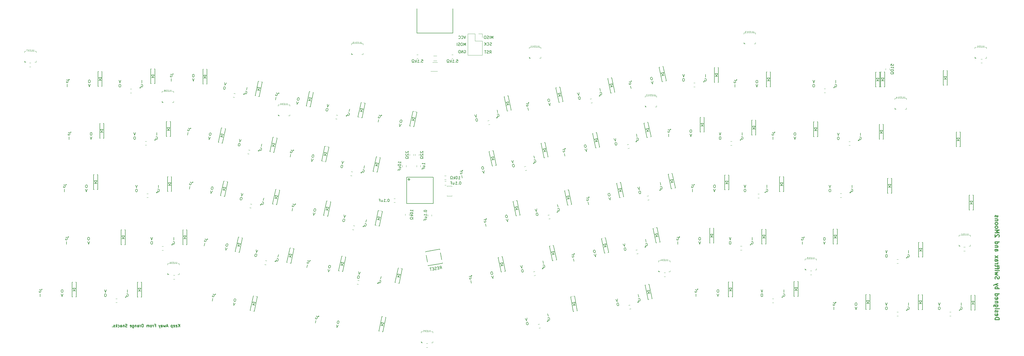
<source format=gbo>
G04 #@! TF.GenerationSoftware,KiCad,Pcbnew,(5.1.9)-1*
G04 #@! TF.CreationDate,2021-07-09T19:50:07+09:00*
G04 #@! TF.ProjectId,trifecta,74726966-6563-4746-912e-6b696361645f,rev?*
G04 #@! TF.SameCoordinates,Original*
G04 #@! TF.FileFunction,Legend,Bot*
G04 #@! TF.FilePolarity,Positive*
%FSLAX46Y46*%
G04 Gerber Fmt 4.6, Leading zero omitted, Abs format (unit mm)*
G04 Created by KiCad (PCBNEW (5.1.9)-1) date 2021-07-09 19:50:07*
%MOMM*%
%LPD*%
G01*
G04 APERTURE LIST*
%ADD10C,0.300000*%
%ADD11C,0.250000*%
%ADD12C,0.125000*%
%ADD13C,0.150000*%
%ADD14C,0.120000*%
%ADD15C,0.254000*%
%ADD16C,0.203200*%
%ADD17C,2.270000*%
%ADD18C,4.007800*%
%ADD19C,1.770000*%
%ADD20C,3.068000*%
%ADD21C,2.020000*%
%ADD22O,1.720000X1.720000*%
%ADD23O,1.220000X2.320000*%
%ADD24C,0.620000*%
G04 APERTURE END LIST*
D10*
X357484268Y-106181011D02*
X358984268Y-106181011D01*
X358984268Y-105823868D01*
X358912840Y-105609582D01*
X358769982Y-105466725D01*
X358627125Y-105395297D01*
X358341411Y-105323868D01*
X358127125Y-105323868D01*
X357841411Y-105395297D01*
X357698554Y-105466725D01*
X357555697Y-105609582D01*
X357484268Y-105823868D01*
X357484268Y-106181011D01*
X357555697Y-104109582D02*
X357484268Y-104252440D01*
X357484268Y-104538154D01*
X357555697Y-104681011D01*
X357698554Y-104752440D01*
X358269982Y-104752440D01*
X358412840Y-104681011D01*
X358484268Y-104538154D01*
X358484268Y-104252440D01*
X358412840Y-104109582D01*
X358269982Y-104038154D01*
X358127125Y-104038154D01*
X357984268Y-104752440D01*
X357555697Y-103466725D02*
X357484268Y-103323868D01*
X357484268Y-103038154D01*
X357555697Y-102895297D01*
X357698554Y-102823868D01*
X357769982Y-102823868D01*
X357912840Y-102895297D01*
X357984268Y-103038154D01*
X357984268Y-103252440D01*
X358055697Y-103395297D01*
X358198554Y-103466725D01*
X358269982Y-103466725D01*
X358412840Y-103395297D01*
X358484268Y-103252440D01*
X358484268Y-103038154D01*
X358412840Y-102895297D01*
X357484268Y-102181011D02*
X358484268Y-102181011D01*
X358984268Y-102181011D02*
X358912840Y-102252440D01*
X358841411Y-102181011D01*
X358912840Y-102109582D01*
X358984268Y-102181011D01*
X358841411Y-102181011D01*
X358484268Y-100823868D02*
X357269982Y-100823868D01*
X357127125Y-100895297D01*
X357055697Y-100966725D01*
X356984268Y-101109582D01*
X356984268Y-101323868D01*
X357055697Y-101466725D01*
X357555697Y-100823868D02*
X357484268Y-100966725D01*
X357484268Y-101252440D01*
X357555697Y-101395297D01*
X357627125Y-101466725D01*
X357769982Y-101538154D01*
X358198554Y-101538154D01*
X358341411Y-101466725D01*
X358412840Y-101395297D01*
X358484268Y-101252440D01*
X358484268Y-100966725D01*
X358412840Y-100823868D01*
X358484268Y-100109582D02*
X357484268Y-100109582D01*
X358341411Y-100109582D02*
X358412840Y-100038154D01*
X358484268Y-99895297D01*
X358484268Y-99681011D01*
X358412840Y-99538154D01*
X358269982Y-99466725D01*
X357484268Y-99466725D01*
X357555697Y-98181011D02*
X357484268Y-98323868D01*
X357484268Y-98609582D01*
X357555697Y-98752440D01*
X357698554Y-98823868D01*
X358269982Y-98823868D01*
X358412840Y-98752440D01*
X358484268Y-98609582D01*
X358484268Y-98323868D01*
X358412840Y-98181011D01*
X358269982Y-98109582D01*
X358127125Y-98109582D01*
X357984268Y-98823868D01*
X357484268Y-96823868D02*
X358984268Y-96823868D01*
X357555697Y-96823868D02*
X357484268Y-96966725D01*
X357484268Y-97252440D01*
X357555697Y-97395297D01*
X357627125Y-97466725D01*
X357769982Y-97538154D01*
X358198554Y-97538154D01*
X358341411Y-97466725D01*
X358412840Y-97395297D01*
X358484268Y-97252440D01*
X358484268Y-96966725D01*
X358412840Y-96823868D01*
X357484268Y-94966725D02*
X358984268Y-94966725D01*
X358412840Y-94966725D02*
X358484268Y-94823868D01*
X358484268Y-94538154D01*
X358412840Y-94395297D01*
X358341411Y-94323868D01*
X358198554Y-94252440D01*
X357769982Y-94252440D01*
X357627125Y-94323868D01*
X357555697Y-94395297D01*
X357484268Y-94538154D01*
X357484268Y-94823868D01*
X357555697Y-94966725D01*
X358484268Y-93752440D02*
X357484268Y-93395297D01*
X358484268Y-93038154D02*
X357484268Y-93395297D01*
X357127125Y-93538154D01*
X357055697Y-93609582D01*
X356984268Y-93752440D01*
X357555697Y-91395297D02*
X357484268Y-91181011D01*
X357484268Y-90823868D01*
X357555697Y-90681011D01*
X357627125Y-90609582D01*
X357769982Y-90538154D01*
X357912840Y-90538154D01*
X358055697Y-90609582D01*
X358127125Y-90681011D01*
X358198554Y-90823868D01*
X358269982Y-91109582D01*
X358341411Y-91252440D01*
X358412840Y-91323868D01*
X358555697Y-91395297D01*
X358698554Y-91395297D01*
X358841411Y-91323868D01*
X358912840Y-91252440D01*
X358984268Y-91109582D01*
X358984268Y-90752440D01*
X358912840Y-90538154D01*
X358484268Y-90038154D02*
X357484268Y-89752440D01*
X358198554Y-89466725D01*
X357484268Y-89181011D01*
X358484268Y-88895297D01*
X357484268Y-88323868D02*
X358484268Y-88323868D01*
X358984268Y-88323868D02*
X358912840Y-88395297D01*
X358841411Y-88323868D01*
X358912840Y-88252440D01*
X358984268Y-88323868D01*
X358841411Y-88323868D01*
X358484268Y-87823868D02*
X358484268Y-87252440D01*
X357484268Y-87609582D02*
X358769982Y-87609582D01*
X358912840Y-87538154D01*
X358984268Y-87395297D01*
X358984268Y-87252440D01*
X358484268Y-86966725D02*
X358484268Y-86395297D01*
X358984268Y-86752440D02*
X357698554Y-86752440D01*
X357555697Y-86681011D01*
X357484268Y-86538154D01*
X357484268Y-86395297D01*
X357484268Y-85895297D02*
X358484268Y-85895297D01*
X358198554Y-85895297D02*
X358341411Y-85823868D01*
X358412840Y-85752440D01*
X358484268Y-85609582D01*
X358484268Y-85466725D01*
X357484268Y-84323868D02*
X358269982Y-84323868D01*
X358412840Y-84395297D01*
X358484268Y-84538154D01*
X358484268Y-84823868D01*
X358412840Y-84966725D01*
X357555697Y-84323868D02*
X357484268Y-84466725D01*
X357484268Y-84823868D01*
X357555697Y-84966725D01*
X357698554Y-85038154D01*
X357841411Y-85038154D01*
X357984268Y-84966725D01*
X358055697Y-84823868D01*
X358055697Y-84466725D01*
X358127125Y-84323868D01*
X357484268Y-83752440D02*
X358484268Y-82966725D01*
X358484268Y-83752440D02*
X357484268Y-82966725D01*
X357484268Y-80609582D02*
X358269982Y-80609582D01*
X358412840Y-80681011D01*
X358484268Y-80823868D01*
X358484268Y-81109582D01*
X358412840Y-81252440D01*
X357555697Y-80609582D02*
X357484268Y-80752440D01*
X357484268Y-81109582D01*
X357555697Y-81252440D01*
X357698554Y-81323868D01*
X357841411Y-81323868D01*
X357984268Y-81252440D01*
X358055697Y-81109582D01*
X358055697Y-80752440D01*
X358127125Y-80609582D01*
X358484268Y-79895297D02*
X357484268Y-79895297D01*
X358341411Y-79895297D02*
X358412840Y-79823868D01*
X358484268Y-79681011D01*
X358484268Y-79466725D01*
X358412840Y-79323868D01*
X358269982Y-79252440D01*
X357484268Y-79252440D01*
X357484268Y-77895297D02*
X358984268Y-77895297D01*
X357555697Y-77895297D02*
X357484268Y-78038154D01*
X357484268Y-78323868D01*
X357555697Y-78466725D01*
X357627125Y-78538154D01*
X357769982Y-78609582D01*
X358198554Y-78609582D01*
X358341411Y-78538154D01*
X358412840Y-78466725D01*
X358484268Y-78323868D01*
X358484268Y-78038154D01*
X358412840Y-77895297D01*
X358841411Y-76109582D02*
X358912840Y-76038154D01*
X358984268Y-75895297D01*
X358984268Y-75538154D01*
X358912840Y-75395297D01*
X358841411Y-75323868D01*
X358698554Y-75252440D01*
X358555697Y-75252440D01*
X358341411Y-75323868D01*
X357484268Y-76181011D01*
X357484268Y-75252440D01*
X357484268Y-74609582D02*
X358984268Y-74609582D01*
X357912840Y-74109582D01*
X358984268Y-73609582D01*
X357484268Y-73609582D01*
X357484268Y-72681011D02*
X357555697Y-72823868D01*
X357627125Y-72895297D01*
X357769982Y-72966725D01*
X358198554Y-72966725D01*
X358341411Y-72895297D01*
X358412840Y-72823868D01*
X358484268Y-72681011D01*
X358484268Y-72466725D01*
X358412840Y-72323868D01*
X358341411Y-72252440D01*
X358198554Y-72181011D01*
X357769982Y-72181011D01*
X357627125Y-72252440D01*
X357555697Y-72323868D01*
X357484268Y-72466725D01*
X357484268Y-72681011D01*
X357484268Y-71323868D02*
X357555697Y-71466725D01*
X357627125Y-71538154D01*
X357769982Y-71609582D01*
X358198554Y-71609582D01*
X358341411Y-71538154D01*
X358412840Y-71466725D01*
X358484268Y-71323868D01*
X358484268Y-71109582D01*
X358412840Y-70966725D01*
X358341411Y-70895297D01*
X358198554Y-70823868D01*
X357769982Y-70823868D01*
X357627125Y-70895297D01*
X357555697Y-70966725D01*
X357484268Y-71109582D01*
X357484268Y-71323868D01*
X358484268Y-70181011D02*
X357484268Y-70181011D01*
X358341411Y-70181011D02*
X358412840Y-70109582D01*
X358484268Y-69966725D01*
X358484268Y-69752440D01*
X358412840Y-69609582D01*
X358269982Y-69538154D01*
X357484268Y-69538154D01*
X357555697Y-68895297D02*
X357484268Y-68752440D01*
X357484268Y-68466725D01*
X357555697Y-68323868D01*
X357698554Y-68252440D01*
X357769982Y-68252440D01*
X357912840Y-68323868D01*
X357984268Y-68466725D01*
X357984268Y-68681011D01*
X358055697Y-68823868D01*
X358198554Y-68895297D01*
X358269982Y-68895297D01*
X358412840Y-68823868D01*
X358484268Y-68681011D01*
X358484268Y-68466725D01*
X358412840Y-68323868D01*
D11*
X61534345Y-108828580D02*
X61534345Y-107828580D01*
X60962917Y-108828580D02*
X61391488Y-108257152D01*
X60962917Y-107828580D02*
X61534345Y-108400009D01*
X60153393Y-108780961D02*
X60248631Y-108828580D01*
X60439107Y-108828580D01*
X60534345Y-108780961D01*
X60581964Y-108685723D01*
X60581964Y-108304771D01*
X60534345Y-108209533D01*
X60439107Y-108161914D01*
X60248631Y-108161914D01*
X60153393Y-108209533D01*
X60105774Y-108304771D01*
X60105774Y-108400009D01*
X60581964Y-108495247D01*
X59296250Y-108780961D02*
X59391488Y-108828580D01*
X59581964Y-108828580D01*
X59677202Y-108780961D01*
X59724821Y-108685723D01*
X59724821Y-108304771D01*
X59677202Y-108209533D01*
X59581964Y-108161914D01*
X59391488Y-108161914D01*
X59296250Y-108209533D01*
X59248631Y-108304771D01*
X59248631Y-108400009D01*
X59724821Y-108495247D01*
X58820060Y-108161914D02*
X58820060Y-109161914D01*
X58820060Y-108209533D02*
X58724821Y-108161914D01*
X58534345Y-108161914D01*
X58439107Y-108209533D01*
X58391488Y-108257152D01*
X58343869Y-108352390D01*
X58343869Y-108638104D01*
X58391488Y-108733342D01*
X58439107Y-108780961D01*
X58534345Y-108828580D01*
X58724821Y-108828580D01*
X58820060Y-108780961D01*
X57201012Y-108542866D02*
X56724821Y-108542866D01*
X57296250Y-108828580D02*
X56962917Y-107828580D01*
X56629583Y-108828580D01*
X56391488Y-108161914D02*
X56201012Y-108828580D01*
X56010536Y-108352390D01*
X55820060Y-108828580D01*
X55629583Y-108161914D01*
X54820060Y-108828580D02*
X54820060Y-108304771D01*
X54867679Y-108209533D01*
X54962917Y-108161914D01*
X55153393Y-108161914D01*
X55248631Y-108209533D01*
X54820060Y-108780961D02*
X54915298Y-108828580D01*
X55153393Y-108828580D01*
X55248631Y-108780961D01*
X55296250Y-108685723D01*
X55296250Y-108590485D01*
X55248631Y-108495247D01*
X55153393Y-108447628D01*
X54915298Y-108447628D01*
X54820060Y-108400009D01*
X54439107Y-108161914D02*
X54201012Y-108828580D01*
X53962917Y-108161914D02*
X54201012Y-108828580D01*
X54296250Y-109066676D01*
X54343869Y-109114295D01*
X54439107Y-109161914D01*
X52486726Y-108304771D02*
X52820060Y-108304771D01*
X52820060Y-108828580D02*
X52820060Y-107828580D01*
X52343869Y-107828580D01*
X51962917Y-108828580D02*
X51962917Y-108161914D01*
X51962917Y-108352390D02*
X51915298Y-108257152D01*
X51867679Y-108209533D01*
X51772440Y-108161914D01*
X51677202Y-108161914D01*
X51201012Y-108828580D02*
X51296250Y-108780961D01*
X51343869Y-108733342D01*
X51391488Y-108638104D01*
X51391488Y-108352390D01*
X51343869Y-108257152D01*
X51296250Y-108209533D01*
X51201012Y-108161914D01*
X51058155Y-108161914D01*
X50962917Y-108209533D01*
X50915298Y-108257152D01*
X50867679Y-108352390D01*
X50867679Y-108638104D01*
X50915298Y-108733342D01*
X50962917Y-108780961D01*
X51058155Y-108828580D01*
X51201012Y-108828580D01*
X50439107Y-108828580D02*
X50439107Y-108161914D01*
X50439107Y-108257152D02*
X50391488Y-108209533D01*
X50296250Y-108161914D01*
X50153393Y-108161914D01*
X50058155Y-108209533D01*
X50010536Y-108304771D01*
X50010536Y-108828580D01*
X50010536Y-108304771D02*
X49962917Y-108209533D01*
X49867679Y-108161914D01*
X49724821Y-108161914D01*
X49629583Y-108209533D01*
X49581964Y-108304771D01*
X49581964Y-108828580D01*
X48153393Y-107828580D02*
X47962917Y-107828580D01*
X47867679Y-107876200D01*
X47772440Y-107971438D01*
X47724821Y-108161914D01*
X47724821Y-108495247D01*
X47772440Y-108685723D01*
X47867679Y-108780961D01*
X47962917Y-108828580D01*
X48153393Y-108828580D01*
X48248631Y-108780961D01*
X48343869Y-108685723D01*
X48391488Y-108495247D01*
X48391488Y-108161914D01*
X48343869Y-107971438D01*
X48248631Y-107876200D01*
X48153393Y-107828580D01*
X47296250Y-108828580D02*
X47296250Y-108161914D01*
X47296250Y-108352390D02*
X47248631Y-108257152D01*
X47201012Y-108209533D01*
X47105774Y-108161914D01*
X47010536Y-108161914D01*
X46248631Y-108828580D02*
X46248631Y-108304771D01*
X46296250Y-108209533D01*
X46391488Y-108161914D01*
X46581964Y-108161914D01*
X46677202Y-108209533D01*
X46248631Y-108780961D02*
X46343869Y-108828580D01*
X46581964Y-108828580D01*
X46677202Y-108780961D01*
X46724821Y-108685723D01*
X46724821Y-108590485D01*
X46677202Y-108495247D01*
X46581964Y-108447628D01*
X46343869Y-108447628D01*
X46248631Y-108400009D01*
X45772440Y-108161914D02*
X45772440Y-108828580D01*
X45772440Y-108257152D02*
X45724821Y-108209533D01*
X45629583Y-108161914D01*
X45486726Y-108161914D01*
X45391488Y-108209533D01*
X45343869Y-108304771D01*
X45343869Y-108828580D01*
X44439107Y-108161914D02*
X44439107Y-108971438D01*
X44486726Y-109066676D01*
X44534345Y-109114295D01*
X44629583Y-109161914D01*
X44772440Y-109161914D01*
X44867679Y-109114295D01*
X44439107Y-108780961D02*
X44534345Y-108828580D01*
X44724821Y-108828580D01*
X44820060Y-108780961D01*
X44867679Y-108733342D01*
X44915298Y-108638104D01*
X44915298Y-108352390D01*
X44867679Y-108257152D01*
X44820060Y-108209533D01*
X44724821Y-108161914D01*
X44534345Y-108161914D01*
X44439107Y-108209533D01*
X43581964Y-108780961D02*
X43677202Y-108828580D01*
X43867679Y-108828580D01*
X43962917Y-108780961D01*
X44010536Y-108685723D01*
X44010536Y-108304771D01*
X43962917Y-108209533D01*
X43867679Y-108161914D01*
X43677202Y-108161914D01*
X43581964Y-108209533D01*
X43534345Y-108304771D01*
X43534345Y-108400009D01*
X44010536Y-108495247D01*
X42391488Y-108780961D02*
X42248631Y-108828580D01*
X42010536Y-108828580D01*
X41915298Y-108780961D01*
X41867679Y-108733342D01*
X41820060Y-108638104D01*
X41820060Y-108542866D01*
X41867679Y-108447628D01*
X41915298Y-108400009D01*
X42010536Y-108352390D01*
X42201012Y-108304771D01*
X42296250Y-108257152D01*
X42343869Y-108209533D01*
X42391488Y-108114295D01*
X42391488Y-108019057D01*
X42343869Y-107923819D01*
X42296250Y-107876200D01*
X42201012Y-107828580D01*
X41962917Y-107828580D01*
X41820060Y-107876200D01*
X41391488Y-108161914D02*
X41391488Y-108828580D01*
X41391488Y-108257152D02*
X41343869Y-108209533D01*
X41248631Y-108161914D01*
X41105774Y-108161914D01*
X41010536Y-108209533D01*
X40962917Y-108304771D01*
X40962917Y-108828580D01*
X40058155Y-108828580D02*
X40058155Y-108304771D01*
X40105774Y-108209533D01*
X40201012Y-108161914D01*
X40391488Y-108161914D01*
X40486726Y-108209533D01*
X40058155Y-108780961D02*
X40153393Y-108828580D01*
X40391488Y-108828580D01*
X40486726Y-108780961D01*
X40534345Y-108685723D01*
X40534345Y-108590485D01*
X40486726Y-108495247D01*
X40391488Y-108447628D01*
X40153393Y-108447628D01*
X40058155Y-108400009D01*
X39153393Y-108780961D02*
X39248631Y-108828580D01*
X39439107Y-108828580D01*
X39534345Y-108780961D01*
X39581964Y-108733342D01*
X39629583Y-108638104D01*
X39629583Y-108352390D01*
X39581964Y-108257152D01*
X39534345Y-108209533D01*
X39439107Y-108161914D01*
X39248631Y-108161914D01*
X39153393Y-108209533D01*
X38724821Y-108828580D02*
X38724821Y-107828580D01*
X38629583Y-108447628D02*
X38343869Y-108828580D01*
X38343869Y-108161914D02*
X38724821Y-108542866D01*
X37962917Y-108780961D02*
X37867679Y-108828580D01*
X37677202Y-108828580D01*
X37581964Y-108780961D01*
X37534345Y-108685723D01*
X37534345Y-108638104D01*
X37581964Y-108542866D01*
X37677202Y-108495247D01*
X37820060Y-108495247D01*
X37915298Y-108447628D01*
X37962917Y-108352390D01*
X37962917Y-108304771D01*
X37915298Y-108209533D01*
X37820060Y-108161914D01*
X37677202Y-108161914D01*
X37581964Y-108209533D01*
X37105774Y-108733342D02*
X37058155Y-108780961D01*
X37105774Y-108828580D01*
X37153393Y-108780961D01*
X37105774Y-108733342D01*
X37105774Y-108828580D01*
D12*
X321064200Y-29463140D02*
X321264200Y-29663140D01*
X321064200Y-29363140D02*
X321364200Y-29663140D01*
X321064200Y-29263140D02*
X321064200Y-29663140D01*
X321064200Y-29663140D02*
X321464200Y-29663140D01*
X321464200Y-29663140D02*
X321064200Y-29263140D01*
X325264200Y-29663140D02*
X324764200Y-29663140D01*
X325264200Y-29663140D02*
X325264200Y-29163140D01*
X321064200Y-29663140D02*
X321564200Y-29663140D01*
X321064200Y-29663140D02*
X321064200Y-29163140D01*
X321064200Y-25663140D02*
X321564200Y-25663140D01*
X321064200Y-25663140D02*
X321064200Y-26163140D01*
X325264200Y-25663140D02*
X325264200Y-26163140D01*
X325264200Y-25663140D02*
X324764200Y-25663140D01*
X266301800Y-5660800D02*
X266501800Y-5860800D01*
X266301800Y-5560800D02*
X266601800Y-5860800D01*
X266301800Y-5460800D02*
X266301800Y-5860800D01*
X266301800Y-5860800D02*
X266701800Y-5860800D01*
X266701800Y-5860800D02*
X266301800Y-5460800D01*
X270501800Y-5860800D02*
X270001800Y-5860800D01*
X270501800Y-5860800D02*
X270501800Y-5360800D01*
X266301800Y-5860800D02*
X266801800Y-5860800D01*
X266301800Y-5860800D02*
X266301800Y-5360800D01*
X266301800Y-1860800D02*
X266801800Y-1860800D01*
X266301800Y-1860800D02*
X266301800Y-2360800D01*
X270501800Y-1860800D02*
X270501800Y-2360800D01*
X270501800Y-1860800D02*
X270001800Y-1860800D01*
X230437000Y-28609700D02*
X230637000Y-28809700D01*
X230437000Y-28509700D02*
X230737000Y-28809700D01*
X230437000Y-28409700D02*
X230437000Y-28809700D01*
X230437000Y-28809700D02*
X230837000Y-28809700D01*
X230837000Y-28809700D02*
X230437000Y-28409700D01*
X234637000Y-28809700D02*
X234137000Y-28809700D01*
X234637000Y-28809700D02*
X234637000Y-28309700D01*
X230437000Y-28809700D02*
X230937000Y-28809700D01*
X230437000Y-28809700D02*
X230437000Y-28309700D01*
X230437000Y-24809700D02*
X230937000Y-24809700D01*
X230437000Y-24809700D02*
X230437000Y-25309700D01*
X234637000Y-24809700D02*
X234637000Y-25309700D01*
X234637000Y-24809700D02*
X234137000Y-24809700D01*
X188400000Y-10944000D02*
X188600000Y-11144000D01*
X188400000Y-10844000D02*
X188700000Y-11144000D01*
X188400000Y-10744000D02*
X188400000Y-11144000D01*
X188400000Y-11144000D02*
X188800000Y-11144000D01*
X188800000Y-11144000D02*
X188400000Y-10744000D01*
X192600000Y-11144000D02*
X192100000Y-11144000D01*
X192600000Y-11144000D02*
X192600000Y-10644000D01*
X188400000Y-11144000D02*
X188900000Y-11144000D01*
X188400000Y-11144000D02*
X188400000Y-10644000D01*
X188400000Y-7144000D02*
X188900000Y-7144000D01*
X188400000Y-7144000D02*
X188400000Y-7644000D01*
X192600000Y-7144000D02*
X192600000Y-7644000D01*
X192600000Y-7144000D02*
X192100000Y-7144000D01*
X123896700Y-9547000D02*
X124096700Y-9747000D01*
X123896700Y-9447000D02*
X124196700Y-9747000D01*
X123896700Y-9347000D02*
X123896700Y-9747000D01*
X123896700Y-9747000D02*
X124296700Y-9747000D01*
X124296700Y-9747000D02*
X123896700Y-9347000D01*
X128096700Y-9747000D02*
X127596700Y-9747000D01*
X128096700Y-9747000D02*
X128096700Y-9247000D01*
X123896700Y-9747000D02*
X124396700Y-9747000D01*
X123896700Y-9747000D02*
X123896700Y-9247000D01*
X123896700Y-5747000D02*
X124396700Y-5747000D01*
X123896700Y-5747000D02*
X123896700Y-6247000D01*
X128096700Y-5747000D02*
X128096700Y-6247000D01*
X128096700Y-5747000D02*
X127596700Y-5747000D01*
X97302900Y-31860900D02*
X97502900Y-32060900D01*
X97302900Y-31760900D02*
X97602900Y-32060900D01*
X97302900Y-31660900D02*
X97302900Y-32060900D01*
X97302900Y-32060900D02*
X97702900Y-32060900D01*
X97702900Y-32060900D02*
X97302900Y-31660900D01*
X101502900Y-32060900D02*
X101002900Y-32060900D01*
X101502900Y-32060900D02*
X101502900Y-31560900D01*
X97302900Y-32060900D02*
X97802900Y-32060900D01*
X97302900Y-32060900D02*
X97302900Y-31560900D01*
X97302900Y-28060900D02*
X97802900Y-28060900D01*
X97302900Y-28060900D02*
X97302900Y-28560900D01*
X101502900Y-28060900D02*
X101502900Y-28560900D01*
X101502900Y-28060900D02*
X101002900Y-28060900D01*
X55169380Y-26968860D02*
X55369380Y-27168860D01*
X55169380Y-26868860D02*
X55469380Y-27168860D01*
X55169380Y-26768860D02*
X55169380Y-27168860D01*
X55169380Y-27168860D02*
X55569380Y-27168860D01*
X55569380Y-27168860D02*
X55169380Y-26768860D01*
X59369380Y-27168860D02*
X58869380Y-27168860D01*
X59369380Y-27168860D02*
X59369380Y-26668860D01*
X55169380Y-27168860D02*
X55669380Y-27168860D01*
X55169380Y-27168860D02*
X55169380Y-26668860D01*
X55169380Y-23168860D02*
X55669380Y-23168860D01*
X55169380Y-23168860D02*
X55169380Y-23668860D01*
X59369380Y-23168860D02*
X59369380Y-23668860D01*
X59369380Y-23168860D02*
X58869380Y-23168860D01*
X5283780Y-12371480D02*
X5483780Y-12571480D01*
X5283780Y-12271480D02*
X5583780Y-12571480D01*
X5283780Y-12171480D02*
X5283780Y-12571480D01*
X5283780Y-12571480D02*
X5683780Y-12571480D01*
X5683780Y-12571480D02*
X5283780Y-12171480D01*
X9483780Y-12571480D02*
X8983780Y-12571480D01*
X9483780Y-12571480D02*
X9483780Y-12071480D01*
X5283780Y-12571480D02*
X5783780Y-12571480D01*
X5283780Y-12571480D02*
X5283780Y-12071480D01*
X5283780Y-8571480D02*
X5783780Y-8571480D01*
X5283780Y-8571480D02*
X5283780Y-9071480D01*
X9483780Y-8571480D02*
X9483780Y-9071480D01*
X9483780Y-8571480D02*
X8983780Y-8571480D01*
X57158200Y-89569700D02*
X57358200Y-89769700D01*
X57158200Y-89469700D02*
X57458200Y-89769700D01*
X57158200Y-89369700D02*
X57158200Y-89769700D01*
X57158200Y-89769700D02*
X57558200Y-89769700D01*
X57558200Y-89769700D02*
X57158200Y-89369700D01*
X61358200Y-89769700D02*
X60858200Y-89769700D01*
X61358200Y-89769700D02*
X61358200Y-89269700D01*
X57158200Y-89769700D02*
X57658200Y-89769700D01*
X57158200Y-89769700D02*
X57158200Y-89269700D01*
X57158200Y-85769700D02*
X57658200Y-85769700D01*
X57158200Y-85769700D02*
X57158200Y-86269700D01*
X61358200Y-85769700D02*
X61358200Y-86269700D01*
X61358200Y-85769700D02*
X60858200Y-85769700D01*
X149195100Y-114347400D02*
X149395100Y-114547400D01*
X149195100Y-114247400D02*
X149495100Y-114547400D01*
X149195100Y-114147400D02*
X149195100Y-114547400D01*
X149195100Y-114547400D02*
X149595100Y-114547400D01*
X149595100Y-114547400D02*
X149195100Y-114147400D01*
X153395100Y-114547400D02*
X152895100Y-114547400D01*
X153395100Y-114547400D02*
X153395100Y-114047400D01*
X149195100Y-114547400D02*
X149695100Y-114547400D01*
X149195100Y-114547400D02*
X149195100Y-114047400D01*
X149195100Y-110547400D02*
X149695100Y-110547400D01*
X149195100Y-110547400D02*
X149195100Y-111047400D01*
X153395100Y-110547400D02*
X153395100Y-111047400D01*
X153395100Y-110547400D02*
X152895100Y-110547400D01*
X235301100Y-88591800D02*
X235501100Y-88791800D01*
X235301100Y-88491800D02*
X235601100Y-88791800D01*
X235301100Y-88391800D02*
X235301100Y-88791800D01*
X235301100Y-88791800D02*
X235701100Y-88791800D01*
X235701100Y-88791800D02*
X235301100Y-88391800D01*
X239501100Y-88791800D02*
X239001100Y-88791800D01*
X239501100Y-88791800D02*
X239501100Y-88291800D01*
X235301100Y-88791800D02*
X235801100Y-88791800D01*
X235301100Y-88791800D02*
X235301100Y-88291800D01*
X235301100Y-84791800D02*
X235801100Y-84791800D01*
X235301100Y-84791800D02*
X235301100Y-85291800D01*
X239501100Y-84791800D02*
X239501100Y-85291800D01*
X239501100Y-84791800D02*
X239001100Y-84791800D01*
X288463300Y-87906000D02*
X288663300Y-88106000D01*
X288463300Y-87806000D02*
X288763300Y-88106000D01*
X288463300Y-87706000D02*
X288463300Y-88106000D01*
X288463300Y-88106000D02*
X288863300Y-88106000D01*
X288863300Y-88106000D02*
X288463300Y-87706000D01*
X292663300Y-88106000D02*
X292163300Y-88106000D01*
X292663300Y-88106000D02*
X292663300Y-87606000D01*
X288463300Y-88106000D02*
X288963300Y-88106000D01*
X288463300Y-88106000D02*
X288463300Y-87606000D01*
X288463300Y-84106000D02*
X288963300Y-84106000D01*
X288463300Y-84106000D02*
X288463300Y-84606000D01*
X292663300Y-84106000D02*
X292663300Y-84606000D01*
X292663300Y-84106000D02*
X292163300Y-84106000D01*
X344330600Y-79270000D02*
X344530600Y-79470000D01*
X344330600Y-79170000D02*
X344630600Y-79470000D01*
X344330600Y-79070000D02*
X344330600Y-79470000D01*
X344330600Y-79470000D02*
X344730600Y-79470000D01*
X344730600Y-79470000D02*
X344330600Y-79070000D01*
X348530600Y-79470000D02*
X348030600Y-79470000D01*
X348530600Y-79470000D02*
X348530600Y-78970000D01*
X344330600Y-79470000D02*
X344830600Y-79470000D01*
X344330600Y-79470000D02*
X344330600Y-78970000D01*
X344330600Y-75470000D02*
X344830600Y-75470000D01*
X344330600Y-75470000D02*
X344330600Y-75970000D01*
X348530600Y-75470000D02*
X348530600Y-75970000D01*
X348530600Y-75470000D02*
X348030600Y-75470000D01*
X350147200Y-10944000D02*
X350347200Y-11144000D01*
X350147200Y-10844000D02*
X350447200Y-11144000D01*
X350147200Y-10744000D02*
X350147200Y-11144000D01*
X350147200Y-11144000D02*
X350547200Y-11144000D01*
X350547200Y-11144000D02*
X350147200Y-10744000D01*
X354347200Y-11144000D02*
X353847200Y-11144000D01*
X354347200Y-11144000D02*
X354347200Y-10644000D01*
X350147200Y-11144000D02*
X350647200Y-11144000D01*
X350147200Y-11144000D02*
X350147200Y-10644000D01*
X350147200Y-7144000D02*
X350647200Y-7144000D01*
X350147200Y-7144000D02*
X350147200Y-7644000D01*
X354347200Y-7144000D02*
X354347200Y-7644000D01*
X354347200Y-7144000D02*
X353847200Y-7144000D01*
D13*
X155962775Y-80566195D02*
X150841775Y-81469165D01*
X150841775Y-81469165D02*
X151744745Y-86590165D01*
X151744745Y-86590165D02*
X156865745Y-85687195D01*
X156865745Y-85687195D02*
X155962775Y-80566195D01*
D14*
X171357600Y-2241240D02*
X170027600Y-2241240D01*
X171357600Y-3571240D02*
X171357600Y-2241240D01*
X168757600Y-2241240D02*
X166157600Y-2241240D01*
X168757600Y-4841240D02*
X168757600Y-2241240D01*
X171357600Y-4841240D02*
X168757600Y-4841240D01*
X166157600Y-2241240D02*
X166157600Y-9981240D01*
X171357600Y-4841240D02*
X171357600Y-9981240D01*
X171357600Y-9981240D02*
X166157600Y-9981240D01*
D13*
X147711840Y-1987240D02*
X147711840Y6912760D01*
X160711840Y-1987240D02*
X147711840Y-1987240D01*
X160711840Y6912760D02*
X160711840Y-1987240D01*
D14*
X7021062Y-12818040D02*
X7538218Y-12818040D01*
X7021062Y-14238040D02*
X7538218Y-14238040D01*
X59281562Y-90059440D02*
X59798718Y-90059440D01*
X59281562Y-91479440D02*
X59798718Y-91479440D01*
X151089862Y-114837140D02*
X151607018Y-114837140D01*
X151089862Y-116257140D02*
X151607018Y-116257140D01*
X237322862Y-89068840D02*
X237840018Y-89068840D01*
X237322862Y-90488840D02*
X237840018Y-90488840D01*
X290439342Y-88418600D02*
X290956498Y-88418600D01*
X290439342Y-89838600D02*
X290956498Y-89838600D01*
X346085662Y-79797840D02*
X346602818Y-79797840D01*
X346085662Y-81217840D02*
X346602818Y-81217840D01*
X352334062Y-11421040D02*
X352851218Y-11421040D01*
X352334062Y-12841040D02*
X352851218Y-12841040D01*
D13*
X259353620Y-58986400D02*
X259353620Y-53586400D01*
X260853620Y-53586400D02*
X260853620Y-58986400D01*
X260853620Y-58986400D02*
X259353620Y-58986400D01*
X260853620Y-53586400D02*
X259353620Y-53586400D01*
X260603620Y-55786400D02*
X259603620Y-55786400D01*
X259603620Y-55786400D02*
X260103620Y-56686400D01*
X260103620Y-56686400D02*
X260603620Y-55786400D01*
X260603620Y-56786400D02*
X259603620Y-56786400D01*
X348719320Y-102678960D02*
X348719320Y-97278960D01*
X350219320Y-97278960D02*
X350219320Y-102678960D01*
X350219320Y-102678960D02*
X348719320Y-102678960D01*
X350219320Y-97278960D02*
X348719320Y-97278960D01*
X349969320Y-99478960D02*
X348969320Y-99478960D01*
X348969320Y-99478960D02*
X349469320Y-100378960D01*
X349469320Y-100378960D02*
X349969320Y-99478960D01*
X349969320Y-100478960D02*
X348969320Y-100478960D01*
X329626140Y-102567200D02*
X329626140Y-97167200D01*
X331126140Y-97167200D02*
X331126140Y-102567200D01*
X331126140Y-102567200D02*
X329626140Y-102567200D01*
X331126140Y-97167200D02*
X329626140Y-97167200D01*
X330876140Y-99367200D02*
X329876140Y-99367200D01*
X329876140Y-99367200D02*
X330376140Y-100267200D01*
X330376140Y-100267200D02*
X330876140Y-99367200D01*
X330876140Y-100367200D02*
X329876140Y-100367200D01*
X310591380Y-102483380D02*
X310591380Y-97083380D01*
X312091380Y-97083380D02*
X312091380Y-102483380D01*
X312091380Y-102483380D02*
X310591380Y-102483380D01*
X312091380Y-97083380D02*
X310591380Y-97083380D01*
X311841380Y-99283380D02*
X310841380Y-99283380D01*
X310841380Y-99283380D02*
X311341380Y-100183380D01*
X311341380Y-100183380D02*
X311841380Y-99283380D01*
X311841380Y-100283380D02*
X310841380Y-100283380D01*
X284490340Y-97733580D02*
X284490340Y-92333580D01*
X285990340Y-92333580D02*
X285990340Y-97733580D01*
X285990340Y-97733580D02*
X284490340Y-97733580D01*
X285990340Y-92333580D02*
X284490340Y-92333580D01*
X285740340Y-94533580D02*
X284740340Y-94533580D01*
X284740340Y-94533580D02*
X285240340Y-95433580D01*
X285240340Y-95433580D02*
X285740340Y-94533580D01*
X285740340Y-95533580D02*
X284740340Y-95533580D01*
X260695620Y-97868200D02*
X260695620Y-92468200D01*
X262195620Y-92468200D02*
X262195620Y-97868200D01*
X262195620Y-97868200D02*
X260695620Y-97868200D01*
X262195620Y-92468200D02*
X260695620Y-92468200D01*
X261945620Y-94668200D02*
X260945620Y-94668200D01*
X260945620Y-94668200D02*
X261445620Y-95568200D01*
X261445620Y-95568200D02*
X261945620Y-94668200D01*
X261945620Y-95668200D02*
X260945620Y-95668200D01*
X231564651Y-98885132D02*
X230441928Y-93603135D01*
X231909149Y-93291268D02*
X233031872Y-98573265D01*
X233031872Y-98573265D02*
X231564651Y-98885132D01*
X231909149Y-93291268D02*
X230441928Y-93603135D01*
X232122018Y-95495170D02*
X231143870Y-95703082D01*
X231143870Y-95703082D02*
X231820065Y-96479459D01*
X231820065Y-96479459D02*
X232122018Y-95495170D01*
X232329930Y-96473318D02*
X231351782Y-96681230D01*
X204394164Y-103245697D02*
X203456464Y-97927735D01*
X204933676Y-97667263D02*
X205871376Y-102985225D01*
X205871376Y-102985225D02*
X204394164Y-103245697D01*
X204933676Y-97667263D02*
X203456464Y-97927735D01*
X205069500Y-99877252D02*
X204084692Y-100050900D01*
X204084692Y-100050900D02*
X204733379Y-100850403D01*
X204733379Y-100850403D02*
X205069500Y-99877252D01*
X205243148Y-100862060D02*
X204258340Y-101035708D01*
X133831368Y-110305005D02*
X134954091Y-105023008D01*
X136421312Y-105334875D02*
X135298589Y-110616872D01*
X135298589Y-110616872D02*
X133831368Y-110305005D01*
X136421312Y-105334875D02*
X134954091Y-105023008D01*
X135719370Y-107434822D02*
X134741222Y-107226910D01*
X134741222Y-107226910D02*
X135043175Y-108211199D01*
X135043175Y-108211199D02*
X135719370Y-107434822D01*
X135511458Y-108412970D02*
X134533310Y-108205058D01*
X87158868Y-102812005D02*
X88281591Y-97530008D01*
X89748812Y-97841875D02*
X88626089Y-103123872D01*
X88626089Y-103123872D02*
X87158868Y-102812005D01*
X89748812Y-97841875D02*
X88281591Y-97530008D01*
X89046870Y-99941822D02*
X88068722Y-99733910D01*
X88068722Y-99733910D02*
X88370675Y-100718199D01*
X88370675Y-100718199D02*
X89046870Y-99941822D01*
X88838958Y-100919970D02*
X87860810Y-100712058D01*
X46238340Y-97946940D02*
X46238340Y-92546940D01*
X47738340Y-92546940D02*
X47738340Y-97946940D01*
X47738340Y-97946940D02*
X46238340Y-97946940D01*
X47738340Y-92546940D02*
X46238340Y-92546940D01*
X47488340Y-94746940D02*
X46488340Y-94746940D01*
X46488340Y-94746940D02*
X46988340Y-95646940D01*
X46988340Y-95646940D02*
X47488340Y-94746940D01*
X47488340Y-95746940D02*
X46488340Y-95746940D01*
X22552840Y-97934240D02*
X22552840Y-92534240D01*
X24052840Y-92534240D02*
X24052840Y-97934240D01*
X24052840Y-97934240D02*
X22552840Y-97934240D01*
X24052840Y-92534240D02*
X22552840Y-92534240D01*
X23802840Y-94734240D02*
X22802840Y-94734240D01*
X22802840Y-94734240D02*
X23302840Y-95634240D01*
X23302840Y-95634240D02*
X23802840Y-94734240D01*
X23802840Y-95734240D02*
X22802840Y-95734240D01*
X348071530Y-66274490D02*
X348071530Y-60874490D01*
X349571530Y-60874490D02*
X349571530Y-66274490D01*
X349571530Y-66274490D02*
X348071530Y-66274490D01*
X349571530Y-60874490D02*
X348071530Y-60874490D01*
X349321530Y-63074490D02*
X348321530Y-63074490D01*
X348321530Y-63074490D02*
X348821530Y-63974490D01*
X348821530Y-63974490D02*
X349321530Y-63074490D01*
X349321530Y-64074490D02*
X348321530Y-64074490D01*
X329712500Y-83443540D02*
X329712500Y-78043540D01*
X331212500Y-78043540D02*
X331212500Y-83443540D01*
X331212500Y-83443540D02*
X329712500Y-83443540D01*
X331212500Y-78043540D02*
X329712500Y-78043540D01*
X330962500Y-80243540D02*
X329962500Y-80243540D01*
X329962500Y-80243540D02*
X330462500Y-81143540D01*
X330462500Y-81143540D02*
X330962500Y-80243540D01*
X330962500Y-81243540D02*
X329962500Y-81243540D01*
X298752440Y-78698820D02*
X298752440Y-73298820D01*
X300252440Y-73298820D02*
X300252440Y-78698820D01*
X300252440Y-78698820D02*
X298752440Y-78698820D01*
X300252440Y-73298820D02*
X298752440Y-73298820D01*
X300002440Y-75498820D02*
X299002440Y-75498820D01*
X299002440Y-75498820D02*
X299502440Y-76398820D01*
X299502440Y-76398820D02*
X300002440Y-75498820D01*
X300002440Y-76498820D02*
X299002440Y-76498820D01*
X272833400Y-78699800D02*
X272833400Y-73299800D01*
X274333400Y-73299800D02*
X274333400Y-78699800D01*
X274333400Y-78699800D02*
X272833400Y-78699800D01*
X274333400Y-73299800D02*
X272833400Y-73299800D01*
X274083400Y-75499800D02*
X273083400Y-75499800D01*
X273083400Y-75499800D02*
X273583400Y-76399800D01*
X273583400Y-76399800D02*
X274083400Y-75499800D01*
X274083400Y-76499800D02*
X273083400Y-76499800D01*
X253897700Y-78328500D02*
X253897700Y-72928500D01*
X255397700Y-72928500D02*
X255397700Y-78328500D01*
X255397700Y-78328500D02*
X253897700Y-78328500D01*
X255397700Y-72928500D02*
X253897700Y-72928500D01*
X255147700Y-75128500D02*
X254147700Y-75128500D01*
X254147700Y-75128500D02*
X254647700Y-76028500D01*
X254647700Y-76028500D02*
X255147700Y-75128500D01*
X255147700Y-76128500D02*
X254147700Y-76128500D01*
X234447551Y-78285732D02*
X233324828Y-73003735D01*
X234792049Y-72691868D02*
X235914772Y-77973865D01*
X235914772Y-77973865D02*
X234447551Y-78285732D01*
X234792049Y-72691868D02*
X233324828Y-73003735D01*
X235004918Y-74895770D02*
X234026770Y-75103682D01*
X234026770Y-75103682D02*
X234702965Y-75880059D01*
X234702965Y-75880059D02*
X235004918Y-74895770D01*
X235212830Y-75873918D02*
X234234682Y-76081830D01*
X215765851Y-82006832D02*
X214643128Y-76724835D01*
X216110349Y-76412968D02*
X217233072Y-81694965D01*
X217233072Y-81694965D02*
X215765851Y-82006832D01*
X216110349Y-76412968D02*
X214643128Y-76724835D01*
X216323218Y-78616870D02*
X215345070Y-78824782D01*
X215345070Y-78824782D02*
X216021265Y-79601159D01*
X216021265Y-79601159D02*
X216323218Y-78616870D01*
X216531130Y-79595018D02*
X215552982Y-79802930D01*
X196880951Y-84750032D02*
X195758228Y-79468035D01*
X197225449Y-79156168D02*
X198348172Y-84438165D01*
X198348172Y-84438165D02*
X196880951Y-84750032D01*
X197225449Y-79156168D02*
X195758228Y-79468035D01*
X197438318Y-81360070D02*
X196460170Y-81567982D01*
X196460170Y-81567982D02*
X197136365Y-82344359D01*
X197136365Y-82344359D02*
X197438318Y-81360070D01*
X197646230Y-82338218D02*
X196668082Y-82546130D01*
X178275451Y-88852132D02*
X177152728Y-83570135D01*
X178619949Y-83258268D02*
X179742672Y-88540265D01*
X179742672Y-88540265D02*
X178275451Y-88852132D01*
X178619949Y-83258268D02*
X177152728Y-83570135D01*
X178832818Y-85462170D02*
X177854670Y-85670082D01*
X177854670Y-85670082D02*
X178530865Y-86446459D01*
X178530865Y-86446459D02*
X178832818Y-85462170D01*
X179040730Y-86440318D02*
X178062582Y-86648230D01*
X139736868Y-92652005D02*
X140859591Y-87370008D01*
X142326812Y-87681875D02*
X141204089Y-92963872D01*
X141204089Y-92963872D02*
X139736868Y-92652005D01*
X142326812Y-87681875D02*
X140859591Y-87370008D01*
X141624870Y-89781822D02*
X140646722Y-89573910D01*
X140646722Y-89573910D02*
X140948675Y-90558199D01*
X140948675Y-90558199D02*
X141624870Y-89781822D01*
X141416958Y-90759970D02*
X140438810Y-90552058D01*
X119258508Y-88390405D02*
X120381231Y-83108408D01*
X121848452Y-83420275D02*
X120725729Y-88702272D01*
X120725729Y-88702272D02*
X119258508Y-88390405D01*
X121848452Y-83420275D02*
X120381231Y-83108408D01*
X121146510Y-85520222D02*
X120168362Y-85312310D01*
X120168362Y-85312310D02*
X120470315Y-86296599D01*
X120470315Y-86296599D02*
X121146510Y-85520222D01*
X120938598Y-86498370D02*
X119960450Y-86290458D01*
X100467588Y-85360185D02*
X101590311Y-80078188D01*
X103057532Y-80390055D02*
X101934809Y-85672052D01*
X101934809Y-85672052D02*
X100467588Y-85360185D01*
X103057532Y-80390055D02*
X101590311Y-80078188D01*
X102355590Y-82490002D02*
X101377442Y-82282090D01*
X101377442Y-82282090D02*
X101679395Y-83266379D01*
X101679395Y-83266379D02*
X102355590Y-82490002D01*
X102147678Y-83468150D02*
X101169530Y-83260238D01*
X81745248Y-81420645D02*
X82867971Y-76138648D01*
X84335192Y-76450515D02*
X83212469Y-81732512D01*
X83212469Y-81732512D02*
X81745248Y-81420645D01*
X84335192Y-76450515D02*
X82867971Y-76138648D01*
X83633250Y-78550462D02*
X82655102Y-78342550D01*
X82655102Y-78342550D02*
X82957055Y-79326839D01*
X82957055Y-79326839D02*
X83633250Y-78550462D01*
X83425338Y-79528610D02*
X82447190Y-79320698D01*
X62714440Y-78897460D02*
X62714440Y-73497460D01*
X64214440Y-73497460D02*
X64214440Y-78897460D01*
X64214440Y-78897460D02*
X62714440Y-78897460D01*
X64214440Y-73497460D02*
X62714440Y-73497460D01*
X63964440Y-75697460D02*
X62964440Y-75697460D01*
X62964440Y-75697460D02*
X63464440Y-76597460D01*
X63464440Y-76597460D02*
X63964440Y-75697460D01*
X63964440Y-76697460D02*
X62964440Y-76697460D01*
X40332840Y-78943986D02*
X40332840Y-73543986D01*
X41832840Y-73543986D02*
X41832840Y-78943986D01*
X41832840Y-78943986D02*
X40332840Y-78943986D01*
X41832840Y-73543986D02*
X40332840Y-73543986D01*
X41582840Y-75743986D02*
X40582840Y-75743986D01*
X40582840Y-75743986D02*
X41082840Y-76643986D01*
X41082840Y-76643986D02*
X41582840Y-75743986D01*
X41582840Y-76743986D02*
X40582840Y-76743986D01*
X343380240Y-43324240D02*
X343380240Y-37924240D01*
X344880240Y-37924240D02*
X344880240Y-43324240D01*
X344880240Y-43324240D02*
X343380240Y-43324240D01*
X344880240Y-37924240D02*
X343380240Y-37924240D01*
X344630240Y-40124240D02*
X343630240Y-40124240D01*
X343630240Y-40124240D02*
X344130240Y-41024240D01*
X344130240Y-41024240D02*
X344630240Y-40124240D01*
X344630240Y-41124240D02*
X343630240Y-41124240D01*
X318447600Y-60192380D02*
X318447600Y-54792380D01*
X319947600Y-54792380D02*
X319947600Y-60192380D01*
X319947600Y-60192380D02*
X318447600Y-60192380D01*
X319947600Y-54792380D02*
X318447600Y-54792380D01*
X319697600Y-56992380D02*
X318697600Y-56992380D01*
X318697600Y-56992380D02*
X319197600Y-57892380D01*
X319197600Y-57892380D02*
X319697600Y-56992380D01*
X319697600Y-57992380D02*
X318697600Y-57992380D01*
X279242700Y-59625960D02*
X279242700Y-54225960D01*
X280742700Y-54225960D02*
X280742700Y-59625960D01*
X280742700Y-59625960D02*
X279242700Y-59625960D01*
X280742700Y-54225960D02*
X279242700Y-54225960D01*
X280492700Y-56425960D02*
X279492700Y-56425960D01*
X279492700Y-56425960D02*
X279992700Y-57325960D01*
X279992700Y-57325960D02*
X280492700Y-56425960D01*
X280492700Y-57425960D02*
X279492700Y-57425960D01*
X239977131Y-58575332D02*
X238854408Y-53293335D01*
X240321629Y-52981468D02*
X241444352Y-58263465D01*
X241444352Y-58263465D02*
X239977131Y-58575332D01*
X240321629Y-52981468D02*
X238854408Y-53293335D01*
X240534498Y-55185370D02*
X239556350Y-55393282D01*
X239556350Y-55393282D02*
X240232545Y-56169659D01*
X240232545Y-56169659D02*
X240534498Y-55185370D01*
X240742410Y-56163518D02*
X239764262Y-56371430D01*
X221247171Y-61826532D02*
X220124448Y-56544535D01*
X221591669Y-56232668D02*
X222714392Y-61514665D01*
X222714392Y-61514665D02*
X221247171Y-61826532D01*
X221591669Y-56232668D02*
X220124448Y-56544535D01*
X221804538Y-58436570D02*
X220826390Y-58644482D01*
X220826390Y-58644482D02*
X221502585Y-59420859D01*
X221502585Y-59420859D02*
X221804538Y-58436570D01*
X222012450Y-59414718D02*
X221034302Y-59622630D01*
X202354651Y-64577352D02*
X201231928Y-59295355D01*
X202699149Y-58983488D02*
X203821872Y-64265485D01*
X203821872Y-64265485D02*
X202354651Y-64577352D01*
X202699149Y-58983488D02*
X201231928Y-59295355D01*
X202912018Y-61187390D02*
X201933870Y-61395302D01*
X201933870Y-61395302D02*
X202610065Y-62171679D01*
X202610065Y-62171679D02*
X202912018Y-61187390D01*
X203119930Y-62165538D02*
X202141782Y-62373450D01*
X183647551Y-68468632D02*
X182524828Y-63186635D01*
X183992049Y-62874768D02*
X185114772Y-68156765D01*
X185114772Y-68156765D02*
X183647551Y-68468632D01*
X183992049Y-62874768D02*
X182524828Y-63186635D01*
X184204918Y-65078670D02*
X183226770Y-65286582D01*
X183226770Y-65286582D02*
X183902965Y-66062959D01*
X183902965Y-66062959D02*
X184204918Y-65078670D01*
X184412830Y-66056818D02*
X183434682Y-66264730D01*
X132533291Y-71807893D02*
X133656014Y-66525896D01*
X135123235Y-66837763D02*
X134000512Y-72119760D01*
X134000512Y-72119760D02*
X132533291Y-71807893D01*
X135123235Y-66837763D02*
X133656014Y-66525896D01*
X134421293Y-68937710D02*
X133443145Y-68729798D01*
X133443145Y-68729798D02*
X133745098Y-69714087D01*
X133745098Y-69714087D02*
X134421293Y-68937710D01*
X134213381Y-69915858D02*
X133235233Y-69707946D01*
X113825448Y-68301545D02*
X114948171Y-63019548D01*
X116415392Y-63331415D02*
X115292669Y-68613412D01*
X115292669Y-68613412D02*
X113825448Y-68301545D01*
X116415392Y-63331415D02*
X114948171Y-63019548D01*
X115713450Y-65431362D02*
X114735302Y-65223450D01*
X114735302Y-65223450D02*
X115037255Y-66207739D01*
X115037255Y-66207739D02*
X115713450Y-65431362D01*
X115505538Y-66409510D02*
X114527390Y-66201598D01*
X95285988Y-64077525D02*
X96408711Y-58795528D01*
X97875932Y-59107395D02*
X96753209Y-64389392D01*
X96753209Y-64389392D02*
X95285988Y-64077525D01*
X97875932Y-59107395D02*
X96408711Y-58795528D01*
X97173990Y-61207342D02*
X96195842Y-60999430D01*
X96195842Y-60999430D02*
X96497795Y-61983719D01*
X96497795Y-61983719D02*
X97173990Y-61207342D01*
X96966078Y-62185490D02*
X95987930Y-61977578D01*
X76421408Y-61060005D02*
X77544131Y-55778008D01*
X79011352Y-56089875D02*
X77888629Y-61371872D01*
X77888629Y-61371872D02*
X76421408Y-61060005D01*
X79011352Y-56089875D02*
X77544131Y-55778008D01*
X78309410Y-58189822D02*
X77331262Y-57981910D01*
X77331262Y-57981910D02*
X77633215Y-58966199D01*
X77633215Y-58966199D02*
X78309410Y-58189822D01*
X78101498Y-59167970D02*
X77123350Y-58960058D01*
X57141680Y-59570600D02*
X57141680Y-54170600D01*
X58641680Y-54170600D02*
X58641680Y-59570600D01*
X58641680Y-59570600D02*
X57141680Y-59570600D01*
X58641680Y-54170600D02*
X57141680Y-54170600D01*
X58391680Y-56370600D02*
X57391680Y-56370600D01*
X57391680Y-56370600D02*
X57891680Y-57270600D01*
X57891680Y-57270600D02*
X58391680Y-56370600D01*
X58391680Y-57370600D02*
X57391680Y-57370600D01*
X30315080Y-58881740D02*
X30315080Y-53481740D01*
X31815080Y-53481740D02*
X31815080Y-58881740D01*
X31815080Y-58881740D02*
X30315080Y-58881740D01*
X31815080Y-53481740D02*
X30315080Y-53481740D01*
X31565080Y-55681740D02*
X30565080Y-55681740D01*
X30565080Y-55681740D02*
X31065080Y-56581740D01*
X31065080Y-56581740D02*
X31565080Y-55681740D01*
X31565080Y-56681740D02*
X30565080Y-56681740D01*
X338655840Y-20967160D02*
X338655840Y-15567160D01*
X340155840Y-15567160D02*
X340155840Y-20967160D01*
X340155840Y-20967160D02*
X338655840Y-20967160D01*
X340155840Y-15567160D02*
X338655840Y-15567160D01*
X339905840Y-17767160D02*
X338905840Y-17767160D01*
X338905840Y-17767160D02*
X339405840Y-18667160D01*
X339405840Y-18667160D02*
X339905840Y-17767160D01*
X339905840Y-18767160D02*
X338905840Y-18767160D01*
X315450400Y-40591200D02*
X315450400Y-35191200D01*
X316950400Y-35191200D02*
X316950400Y-40591200D01*
X316950400Y-40591200D02*
X315450400Y-40591200D01*
X316950400Y-35191200D02*
X315450400Y-35191200D01*
X316700400Y-37391200D02*
X315700400Y-37391200D01*
X315700400Y-37391200D02*
X316200400Y-38291200D01*
X316200400Y-38291200D02*
X316700400Y-37391200D01*
X316700400Y-38391200D02*
X315700400Y-38391200D01*
X291602340Y-39648860D02*
X291602340Y-34248860D01*
X293102340Y-34248860D02*
X293102340Y-39648860D01*
X293102340Y-39648860D02*
X291602340Y-39648860D01*
X293102340Y-34248860D02*
X291602340Y-34248860D01*
X292852340Y-36448860D02*
X291852340Y-36448860D01*
X291852340Y-36448860D02*
X292352340Y-37348860D01*
X292352340Y-37348860D02*
X292852340Y-36448860D01*
X292852340Y-37448860D02*
X291852340Y-37448860D01*
X269150400Y-39072800D02*
X269150400Y-33672800D01*
X270650400Y-33672800D02*
X270650400Y-39072800D01*
X270650400Y-39072800D02*
X269150400Y-39072800D01*
X270650400Y-33672800D02*
X269150400Y-33672800D01*
X270400400Y-35872800D02*
X269400400Y-35872800D01*
X269400400Y-35872800D02*
X269900400Y-36772800D01*
X269900400Y-36772800D02*
X270400400Y-35872800D01*
X270400400Y-36872800D02*
X269400400Y-36872800D01*
X250430600Y-37980600D02*
X250430600Y-32580600D01*
X251930600Y-32580600D02*
X251930600Y-37980600D01*
X251930600Y-37980600D02*
X250430600Y-37980600D01*
X251930600Y-32580600D02*
X250430600Y-32580600D01*
X251680600Y-34780600D02*
X250680600Y-34780600D01*
X250680600Y-34780600D02*
X251180600Y-35680600D01*
X251180600Y-35680600D02*
X251680600Y-34780600D01*
X251680600Y-35780600D02*
X250680600Y-35780600D01*
X231170951Y-39995232D02*
X230048228Y-34713235D01*
X231515449Y-34401368D02*
X232638172Y-39683365D01*
X232638172Y-39683365D02*
X231170951Y-39995232D01*
X231515449Y-34401368D02*
X230048228Y-34713235D01*
X231728318Y-36605270D02*
X230750170Y-36813182D01*
X230750170Y-36813182D02*
X231426365Y-37589559D01*
X231426365Y-37589559D02*
X231728318Y-36605270D01*
X231936230Y-37583418D02*
X230958082Y-37791330D01*
X212527351Y-43729032D02*
X211404628Y-38447035D01*
X212871849Y-38135168D02*
X213994572Y-43417165D01*
X213994572Y-43417165D02*
X212527351Y-43729032D01*
X212871849Y-38135168D02*
X211404628Y-38447035D01*
X213084718Y-40339070D02*
X212106570Y-40546982D01*
X212106570Y-40546982D02*
X212782765Y-41323359D01*
X212782765Y-41323359D02*
X213084718Y-40339070D01*
X213292630Y-41317218D02*
X212314482Y-41525130D01*
X193820251Y-47323132D02*
X192697528Y-42041135D01*
X194164749Y-41729268D02*
X195287472Y-47011265D01*
X195287472Y-47011265D02*
X193820251Y-47323132D01*
X194164749Y-41729268D02*
X192697528Y-42041135D01*
X194377618Y-43933170D02*
X193399470Y-44141082D01*
X193399470Y-44141082D02*
X194075665Y-44917459D01*
X194075665Y-44917459D02*
X194377618Y-43933170D01*
X194585530Y-44911318D02*
X193607382Y-45119230D01*
X174986151Y-50333032D02*
X173863428Y-45051035D01*
X175330649Y-44739168D02*
X176453372Y-50021165D01*
X176453372Y-50021165D02*
X174986151Y-50333032D01*
X175330649Y-44739168D02*
X173863428Y-45051035D01*
X175543518Y-46943070D02*
X174565370Y-47150982D01*
X174565370Y-47150982D02*
X175241565Y-47927359D01*
X175241565Y-47927359D02*
X175543518Y-46943070D01*
X175751430Y-47921218D02*
X174773282Y-48129130D01*
X131795948Y-52238585D02*
X132918671Y-46956588D01*
X134385892Y-47268455D02*
X133263169Y-52550452D01*
X133263169Y-52550452D02*
X131795948Y-52238585D01*
X134385892Y-47268455D02*
X132918671Y-46956588D01*
X133683950Y-49368402D02*
X132705802Y-49160490D01*
X132705802Y-49160490D02*
X133007755Y-50144779D01*
X133007755Y-50144779D02*
X133683950Y-49368402D01*
X133476038Y-50346550D02*
X132497890Y-50138638D01*
X113139648Y-48436205D02*
X114262371Y-43154208D01*
X115729592Y-43466075D02*
X114606869Y-48748072D01*
X114606869Y-48748072D02*
X113139648Y-48436205D01*
X115729592Y-43466075D02*
X114262371Y-43154208D01*
X115027650Y-45566022D02*
X114049502Y-45358110D01*
X114049502Y-45358110D02*
X114351455Y-46342399D01*
X114351455Y-46342399D02*
X115027650Y-45566022D01*
X114819738Y-46544170D02*
X113841590Y-46336258D01*
X94338568Y-45103725D02*
X95461291Y-39821728D01*
X96928512Y-40133595D02*
X95805789Y-45415592D01*
X95805789Y-45415592D02*
X94338568Y-45103725D01*
X96928512Y-40133595D02*
X95461291Y-39821728D01*
X96226570Y-42233542D02*
X95248422Y-42025630D01*
X95248422Y-42025630D02*
X95550375Y-43009919D01*
X95550375Y-43009919D02*
X96226570Y-42233542D01*
X96018658Y-43211690D02*
X95040510Y-43003778D01*
X75621308Y-41700125D02*
X76744031Y-36418128D01*
X78211252Y-36729995D02*
X77088529Y-42011992D01*
X77088529Y-42011992D02*
X75621308Y-41700125D01*
X78211252Y-36729995D02*
X76744031Y-36418128D01*
X77509310Y-38829942D02*
X76531162Y-38622030D01*
X76531162Y-38622030D02*
X76833115Y-39606319D01*
X76833115Y-39606319D02*
X77509310Y-38829942D01*
X77301398Y-39808090D02*
X76323250Y-39600178D01*
X56742900Y-39565560D02*
X56742900Y-34165560D01*
X58242900Y-34165560D02*
X58242900Y-39565560D01*
X58242900Y-39565560D02*
X56742900Y-39565560D01*
X58242900Y-34165560D02*
X56742900Y-34165560D01*
X57992900Y-36365560D02*
X56992900Y-36365560D01*
X56992900Y-36365560D02*
X57492900Y-37265560D01*
X57492900Y-37265560D02*
X57992900Y-36365560D01*
X57992900Y-37365560D02*
X56992900Y-37365560D01*
X32569720Y-40198020D02*
X32569720Y-34798020D01*
X34069720Y-34798020D02*
X34069720Y-40198020D01*
X34069720Y-40198020D02*
X32569720Y-40198020D01*
X34069720Y-34798020D02*
X32569720Y-34798020D01*
X33819720Y-36998020D02*
X32819720Y-36998020D01*
X32819720Y-36998020D02*
X33319720Y-37898020D01*
X33319720Y-37898020D02*
X33819720Y-36998020D01*
X33819720Y-37998020D02*
X32819720Y-37998020D01*
X315897440Y-21541660D02*
X315897440Y-16141660D01*
X317397440Y-16141660D02*
X317397440Y-21541660D01*
X317397440Y-21541660D02*
X315897440Y-21541660D01*
X317397440Y-16141660D02*
X315897440Y-16141660D01*
X317147440Y-18341660D02*
X316147440Y-18341660D01*
X316147440Y-18341660D02*
X316647440Y-19241660D01*
X316647440Y-19241660D02*
X317147440Y-18341660D01*
X317147440Y-19341660D02*
X316147440Y-19341660D01*
X314165160Y-21553900D02*
X314165160Y-16153900D01*
X315665160Y-16153900D02*
X315665160Y-21553900D01*
X315665160Y-21553900D02*
X314165160Y-21553900D01*
X315665160Y-16153900D02*
X314165160Y-16153900D01*
X315415160Y-18353900D02*
X314415160Y-18353900D01*
X314415160Y-18353900D02*
X314915160Y-19253900D01*
X314915160Y-19253900D02*
X315415160Y-18353900D01*
X315415160Y-19353900D02*
X314415160Y-19353900D01*
X274484400Y-21493460D02*
X274484400Y-16093460D01*
X275984400Y-16093460D02*
X275984400Y-21493460D01*
X275984400Y-21493460D02*
X274484400Y-21493460D01*
X275984400Y-16093460D02*
X274484400Y-16093460D01*
X275734400Y-18293460D02*
X274734400Y-18293460D01*
X274734400Y-18293460D02*
X275234400Y-19193460D01*
X275234400Y-19193460D02*
X275734400Y-18293460D01*
X275734400Y-19293460D02*
X274734400Y-19293460D01*
X255591880Y-19905960D02*
X255591880Y-14505960D01*
X257091880Y-14505960D02*
X257091880Y-19905960D01*
X257091880Y-19905960D02*
X255591880Y-19905960D01*
X257091880Y-14505960D02*
X255591880Y-14505960D01*
X256841880Y-16705960D02*
X255841880Y-16705960D01*
X255841880Y-16705960D02*
X256341880Y-17605960D01*
X256341880Y-17605960D02*
X256841880Y-16705960D01*
X256841880Y-17705960D02*
X255841880Y-17705960D01*
X236685291Y-19670152D02*
X235562568Y-14388155D01*
X237029789Y-14076288D02*
X238152512Y-19358285D01*
X238152512Y-19358285D02*
X236685291Y-19670152D01*
X237029789Y-14076288D02*
X235562568Y-14388155D01*
X237242658Y-16280190D02*
X236264510Y-16488102D01*
X236264510Y-16488102D02*
X236940705Y-17264479D01*
X236940705Y-17264479D02*
X237242658Y-16280190D01*
X237450570Y-17258338D02*
X236472422Y-17466250D01*
X218031531Y-23777332D02*
X216908808Y-18495335D01*
X218376029Y-18183468D02*
X219498752Y-23465465D01*
X219498752Y-23465465D02*
X218031531Y-23777332D01*
X218376029Y-18183468D02*
X216908808Y-18495335D01*
X218588898Y-20387370D02*
X217610750Y-20595282D01*
X217610750Y-20595282D02*
X218286945Y-21371659D01*
X218286945Y-21371659D02*
X218588898Y-20387370D01*
X218796810Y-21365518D02*
X217818662Y-21573430D01*
X199212671Y-27173312D02*
X198089948Y-21891315D01*
X199557169Y-21579448D02*
X200679892Y-26861445D01*
X200679892Y-26861445D02*
X199212671Y-27173312D01*
X199557169Y-21579448D02*
X198089948Y-21891315D01*
X199770038Y-23783350D02*
X198791890Y-23991262D01*
X198791890Y-23991262D02*
X199468085Y-24767639D01*
X199468085Y-24767639D02*
X199770038Y-23783350D01*
X199977950Y-24761498D02*
X198999802Y-24969410D01*
X180424291Y-30340692D02*
X179301568Y-25058695D01*
X180768789Y-24746828D02*
X181891512Y-30028825D01*
X181891512Y-30028825D02*
X180424291Y-30340692D01*
X180768789Y-24746828D02*
X179301568Y-25058695D01*
X180981658Y-26950730D02*
X180003510Y-27158642D01*
X180003510Y-27158642D02*
X180679705Y-27935019D01*
X180679705Y-27935019D02*
X180981658Y-26950730D01*
X181189570Y-27928878D02*
X180211422Y-28136790D01*
X145077608Y-35733665D02*
X146200331Y-30451668D01*
X147667552Y-30763535D02*
X146544829Y-36045532D01*
X146544829Y-36045532D02*
X145077608Y-35733665D01*
X147667552Y-30763535D02*
X146200331Y-30451668D01*
X146965610Y-32863482D02*
X145987462Y-32655570D01*
X145987462Y-32655570D02*
X146289415Y-33639859D01*
X146289415Y-33639859D02*
X146965610Y-32863482D01*
X146757698Y-33841630D02*
X145779550Y-33633718D01*
X126273988Y-32439285D02*
X127396711Y-27157288D01*
X128863932Y-27469155D02*
X127741209Y-32751152D01*
X127741209Y-32751152D02*
X126273988Y-32439285D01*
X128863932Y-27469155D02*
X127396711Y-27157288D01*
X128161990Y-29569102D02*
X127183842Y-29361190D01*
X127183842Y-29361190D02*
X127485795Y-30345479D01*
X127485795Y-30345479D02*
X128161990Y-29569102D01*
X127954078Y-30547250D02*
X126975930Y-30339338D01*
X107532208Y-28494145D02*
X108654931Y-23212148D01*
X110122152Y-23524015D02*
X108999429Y-28806012D01*
X108999429Y-28806012D02*
X107532208Y-28494145D01*
X110122152Y-23524015D02*
X108654931Y-23212148D01*
X109420210Y-25623962D02*
X108442062Y-25416050D01*
X108442062Y-25416050D02*
X108744015Y-26400339D01*
X108744015Y-26400339D02*
X109420210Y-25623962D01*
X109212298Y-26602110D02*
X108234150Y-26394198D01*
X88971548Y-24753245D02*
X90094271Y-19471248D01*
X91561492Y-19783115D02*
X90438769Y-25065112D01*
X90438769Y-25065112D02*
X88971548Y-24753245D01*
X91561492Y-19783115D02*
X90094271Y-19471248D01*
X90859550Y-21883062D02*
X89881402Y-21675150D01*
X89881402Y-21675150D02*
X90183355Y-22659439D01*
X90183355Y-22659439D02*
X90859550Y-21883062D01*
X90651638Y-22861210D02*
X89673490Y-22653298D01*
X70001700Y-20492700D02*
X70001700Y-15092700D01*
X71501700Y-15092700D02*
X71501700Y-20492700D01*
X71501700Y-20492700D02*
X70001700Y-20492700D01*
X71501700Y-15092700D02*
X70001700Y-15092700D01*
X71251700Y-17292700D02*
X70251700Y-17292700D01*
X70251700Y-17292700D02*
X70751700Y-18192700D01*
X70751700Y-18192700D02*
X71251700Y-17292700D01*
X71251700Y-18292700D02*
X70251700Y-18292700D01*
X51091400Y-20378400D02*
X51091400Y-14978400D01*
X52591400Y-14978400D02*
X52591400Y-20378400D01*
X52591400Y-20378400D02*
X51091400Y-20378400D01*
X52591400Y-14978400D02*
X51091400Y-14978400D01*
X52341400Y-17178400D02*
X51341400Y-17178400D01*
X51341400Y-17178400D02*
X51841400Y-18078400D01*
X51841400Y-18078400D02*
X52341400Y-17178400D01*
X52341400Y-18178400D02*
X51341400Y-18178400D01*
X31914400Y-21356300D02*
X31914400Y-15956300D01*
X33414400Y-15956300D02*
X33414400Y-21356300D01*
X33414400Y-21356300D02*
X31914400Y-21356300D01*
X33414400Y-15956300D02*
X31914400Y-15956300D01*
X33164400Y-18156300D02*
X32164400Y-18156300D01*
X32164400Y-18156300D02*
X32664400Y-19056300D01*
X32664400Y-19056300D02*
X33164400Y-18156300D01*
X33164400Y-19156300D02*
X32164400Y-19156300D01*
D15*
X145063740Y-55166040D02*
G75*
G03*
X145063740Y-55166040I-282700J0D01*
G01*
D16*
X153581040Y-54366040D02*
X143981040Y-54366040D01*
X153581040Y-63966040D02*
X153581040Y-54366040D01*
X143981040Y-63966040D02*
X153581040Y-63966040D01*
X143981040Y-54366040D02*
X143981040Y-63966040D01*
D14*
X295402502Y-22216040D02*
X295919658Y-22216040D01*
X295402502Y-23636040D02*
X295919658Y-23636040D01*
X317801800Y-15332958D02*
X317801800Y-14815802D01*
X319221800Y-15332958D02*
X319221800Y-14815802D01*
X160372240Y-57635480D02*
X158572240Y-57635480D01*
X158572240Y-61235480D02*
X160372240Y-61235480D01*
X160372240Y-61235480D02*
X160372240Y-61085480D01*
X158572240Y-61235480D02*
X158572240Y-61085480D01*
X158572240Y-57635480D02*
X158572240Y-57785480D01*
X160372240Y-57635480D02*
X160372240Y-57785480D01*
D13*
X344411780Y-102842940D02*
X344711780Y-102842940D01*
X344711780Y-102542940D02*
X344411780Y-102842940D01*
X344711780Y-102842940D02*
X344711780Y-102542940D01*
X325239860Y-102825160D02*
X325539860Y-102825160D01*
X325539860Y-102525160D02*
X325239860Y-102825160D01*
X325539860Y-102825160D02*
X325539860Y-102525160D01*
X299800020Y-99848020D02*
X299500020Y-99848020D01*
X299500020Y-100148020D02*
X299800020Y-99848020D01*
X299500020Y-99848020D02*
X299500020Y-100148020D01*
X280055800Y-98072820D02*
X280355800Y-98072820D01*
X280355800Y-97772820D02*
X280055800Y-98072820D01*
X280355800Y-98072820D02*
X280355800Y-97772820D01*
X249718840Y-95055040D02*
X249418840Y-95055040D01*
X249418840Y-95355040D02*
X249718840Y-95055040D01*
X249418840Y-95055040D02*
X249418840Y-95355040D01*
X227774740Y-99900004D02*
X228068184Y-99837630D01*
X228005811Y-99544186D02*
X227774740Y-99900004D01*
X228068184Y-99837630D02*
X228005811Y-99544186D01*
X194919840Y-106859604D02*
X195213284Y-106797230D01*
X195150911Y-106503786D02*
X194919840Y-106859604D01*
X195213284Y-106797230D02*
X195150911Y-106503786D01*
X112159975Y-104923381D02*
X111866531Y-104861008D01*
X111804157Y-105154452D02*
X112159975Y-104923381D01*
X111866531Y-104861008D02*
X111804157Y-105154452D01*
X74727995Y-96912221D02*
X74434551Y-96849848D01*
X74372177Y-97143292D02*
X74727995Y-96912221D01*
X74434551Y-96849848D02*
X74372177Y-97143292D01*
X41806340Y-98080440D02*
X42106340Y-98080440D01*
X42106340Y-97780440D02*
X41806340Y-98080440D01*
X42106340Y-98080440D02*
X42106340Y-97780440D01*
X11720840Y-95080440D02*
X11420840Y-95080440D01*
X11420840Y-95380440D02*
X11720840Y-95080440D01*
X11420840Y-95080440D02*
X11420840Y-95380440D01*
X325260180Y-83798020D02*
X325560180Y-83798020D01*
X325560180Y-83498020D02*
X325260180Y-83798020D01*
X325560180Y-83798020D02*
X325560180Y-83498020D01*
X288341200Y-76097000D02*
X288041200Y-76097000D01*
X288041200Y-76397000D02*
X288341200Y-76097000D01*
X288041200Y-76097000D02*
X288041200Y-76397000D01*
X268541100Y-79033500D02*
X268841100Y-79033500D01*
X268841100Y-78733500D02*
X268541100Y-79033500D01*
X268841100Y-79033500D02*
X268841100Y-78733500D01*
X243091100Y-76058900D02*
X242791100Y-76058900D01*
X242791100Y-76358900D02*
X243091100Y-76058900D01*
X242791100Y-76058900D02*
X242791100Y-76358900D01*
X230403640Y-79821304D02*
X230697084Y-79758930D01*
X230634711Y-79465486D02*
X230403640Y-79821304D01*
X230697084Y-79758930D02*
X230634711Y-79465486D01*
X204888860Y-82167196D02*
X204595416Y-82229570D01*
X204657789Y-82523014D02*
X204888860Y-82167196D01*
X204595416Y-82229570D02*
X204657789Y-82523014D01*
X193154540Y-87708004D02*
X193447984Y-87645630D01*
X193385611Y-87352186D02*
X193154540Y-87708004D01*
X193447984Y-87645630D02*
X193385611Y-87352186D01*
X167639760Y-90079296D02*
X167346316Y-90141670D01*
X167408689Y-90435114D02*
X167639760Y-90079296D01*
X167346316Y-90141670D02*
X167408689Y-90435114D01*
X133315785Y-92983259D02*
X133609229Y-93045632D01*
X133671603Y-92752188D02*
X133315785Y-92983259D01*
X133609229Y-93045632D02*
X133671603Y-92752188D01*
X109089115Y-84727841D02*
X108795671Y-84665468D01*
X108733297Y-84958912D02*
X109089115Y-84727841D01*
X108795671Y-84665468D02*
X108733297Y-84958912D01*
X96092085Y-85040679D02*
X96385529Y-85103052D01*
X96447903Y-84809608D02*
X96092085Y-85040679D01*
X96385529Y-85103052D02*
X96447903Y-84809608D01*
X71824775Y-76861461D02*
X71531331Y-76799088D01*
X71468957Y-77092532D02*
X71824775Y-76861461D01*
X71531331Y-76799088D02*
X71468957Y-77092532D01*
X58633840Y-79030440D02*
X58933840Y-79030440D01*
X58933840Y-78730440D02*
X58633840Y-79030440D01*
X58933840Y-79030440D02*
X58933840Y-78730440D01*
X21309340Y-76030440D02*
X21009340Y-76030440D01*
X21009340Y-76330440D02*
X21309340Y-76030440D01*
X21009340Y-76030440D02*
X21009340Y-76330440D01*
X304748800Y-60011440D02*
X305048800Y-60011440D01*
X305048800Y-59711440D02*
X304748800Y-60011440D01*
X305048800Y-60011440D02*
X305048800Y-59711440D01*
X273903040Y-60006360D02*
X274203040Y-60006360D01*
X274203040Y-59706360D02*
X273903040Y-60006360D01*
X274203040Y-60006360D02*
X274203040Y-59706360D01*
X248455580Y-56991120D02*
X248155580Y-56991120D01*
X248155580Y-57291120D02*
X248455580Y-56991120D01*
X248155580Y-56991120D02*
X248155580Y-57291120D01*
X235752880Y-59183804D02*
X236046324Y-59121430D01*
X235983951Y-58827986D02*
X235752880Y-59183804D01*
X236046324Y-59121430D02*
X235983951Y-58827986D01*
X210202540Y-61550016D02*
X209909096Y-61612390D01*
X209971469Y-61905834D02*
X210202540Y-61550016D01*
X209909096Y-61612390D02*
X209971469Y-61905834D01*
X198468220Y-67151784D02*
X198761664Y-67089410D01*
X198699291Y-66795966D02*
X198468220Y-67151784D01*
X198761664Y-67089410D02*
X198699291Y-66795966D01*
X172973760Y-69441796D02*
X172680316Y-69504170D01*
X172742689Y-69797614D02*
X172973760Y-69441796D01*
X172680316Y-69504170D02*
X172742689Y-69797614D01*
X127999565Y-72350839D02*
X128293009Y-72413212D01*
X128355383Y-72119768D02*
X127999565Y-72350839D01*
X128293009Y-72413212D02*
X128355383Y-72119768D01*
X103717015Y-64138601D02*
X103423571Y-64076228D01*
X103361197Y-64369672D02*
X103717015Y-64138601D01*
X103423571Y-64076228D02*
X103361197Y-64369672D01*
X90740305Y-64469219D02*
X91033749Y-64531592D01*
X91096123Y-64238148D02*
X90740305Y-64469219D01*
X91033749Y-64531592D02*
X91096123Y-64238148D01*
X66457755Y-56178241D02*
X66164311Y-56115868D01*
X66101937Y-56409312D02*
X66457755Y-56178241D01*
X66164311Y-56115868D02*
X66101937Y-56409312D01*
X53098300Y-60019060D02*
X53398300Y-60019060D01*
X53398300Y-59719060D02*
X53098300Y-60019060D01*
X53398300Y-60019060D02*
X53398300Y-59719060D01*
X20533760Y-56973340D02*
X20233760Y-56973340D01*
X20233760Y-57273340D02*
X20533760Y-56973340D01*
X20233760Y-56973340D02*
X20233760Y-57273340D01*
X307789180Y-41050340D02*
X308089180Y-41050340D01*
X308089180Y-40750340D02*
X307789180Y-41050340D01*
X308089180Y-41050340D02*
X308089180Y-40750340D01*
X277647800Y-37971600D02*
X277347800Y-37971600D01*
X277347800Y-38271600D02*
X277647800Y-37971600D01*
X277347800Y-37971600D02*
X277347800Y-38271600D01*
X264896200Y-40946200D02*
X265196200Y-40946200D01*
X265196200Y-40646200D02*
X264896200Y-40946200D01*
X265196200Y-40946200D02*
X265196200Y-40646200D01*
X239852600Y-36904800D02*
X239552600Y-36904800D01*
X239552600Y-37204800D02*
X239852600Y-36904800D01*
X239552600Y-36904800D02*
X239552600Y-37204800D01*
X227114340Y-41530804D02*
X227407784Y-41468430D01*
X227345411Y-41174986D02*
X227114340Y-41530804D01*
X227407784Y-41468430D02*
X227345411Y-41174986D01*
X201586860Y-43889396D02*
X201293416Y-43951770D01*
X201355789Y-44245214D02*
X201586860Y-43889396D01*
X201293416Y-43951770D02*
X201355789Y-44245214D01*
X189903340Y-49468304D02*
X190196784Y-49405930D01*
X190134411Y-49112486D02*
X189903340Y-49468304D01*
X190196784Y-49405930D02*
X190134411Y-49112486D01*
X164337760Y-51826896D02*
X164044316Y-51889270D01*
X164106689Y-52182714D02*
X164337760Y-51826896D01*
X164044316Y-51889270D02*
X164106689Y-52182714D01*
X127285825Y-52752199D02*
X127579269Y-52814572D01*
X127641643Y-52521128D02*
X127285825Y-52752199D01*
X127579269Y-52814572D02*
X127641643Y-52521128D01*
X103031215Y-44529801D02*
X102737771Y-44467428D01*
X102675397Y-44760872D02*
X103031215Y-44529801D01*
X102737771Y-44467428D02*
X102675397Y-44760872D01*
X90039265Y-44827399D02*
X90332709Y-44889772D01*
X90395083Y-44596328D02*
X90039265Y-44827399D01*
X90332709Y-44889772D02*
X90395083Y-44596328D01*
X65754175Y-36564361D02*
X65460731Y-36501988D01*
X65398357Y-36795432D02*
X65754175Y-36564361D01*
X65460731Y-36501988D02*
X65398357Y-36795432D01*
X52430280Y-40943660D02*
X52730280Y-40943660D01*
X52730280Y-40643660D02*
X52430280Y-40943660D01*
X52730280Y-40943660D02*
X52730280Y-40643660D01*
X22230480Y-37923340D02*
X21930480Y-37923340D01*
X21930480Y-38223340D02*
X22230480Y-37923340D01*
X21930480Y-37923340D02*
X21930480Y-38223340D01*
X298861080Y-21891120D02*
X299161080Y-21891120D01*
X299161080Y-21591120D02*
X298861080Y-21891120D01*
X299161080Y-21891120D02*
X299161080Y-21591120D01*
X263850520Y-18913980D02*
X263550520Y-18913980D01*
X263550520Y-19213980D02*
X263850520Y-18913980D01*
X263550520Y-18913980D02*
X263550520Y-19213980D01*
X251612000Y-19770220D02*
X251912000Y-19770220D01*
X251912000Y-19470220D02*
X251612000Y-19770220D01*
X251912000Y-19770220D02*
X251912000Y-19470220D01*
X225594940Y-19322516D02*
X225301496Y-19384890D01*
X225363869Y-19678334D02*
X225594940Y-19322516D01*
X225301496Y-19384890D02*
X225363869Y-19678334D01*
X213825060Y-24896344D02*
X214118504Y-24833970D01*
X214056131Y-24540526D02*
X213825060Y-24896344D01*
X214118504Y-24833970D02*
X214056131Y-24540526D01*
X188333140Y-27232076D02*
X188039696Y-27294450D01*
X188102069Y-27587894D02*
X188333140Y-27232076D01*
X188039696Y-27294450D02*
X188102069Y-27587894D01*
X176555640Y-32836384D02*
X176849084Y-32774010D01*
X176786711Y-32480566D02*
X176555640Y-32836384D01*
X176849084Y-32774010D02*
X176786711Y-32480566D01*
X134964095Y-31845041D02*
X134670651Y-31782668D01*
X134608277Y-32076112D02*
X134964095Y-31845041D01*
X134670651Y-31782668D02*
X134608277Y-32076112D01*
X121918805Y-32117239D02*
X122212249Y-32179612D01*
X122274623Y-31886168D02*
X121918805Y-32117239D01*
X122212249Y-32179612D02*
X122274623Y-31886168D01*
X97700635Y-23772401D02*
X97407191Y-23710028D01*
X97344817Y-24003472D02*
X97700635Y-23772401D01*
X97407191Y-23710028D02*
X97344817Y-24003472D01*
X84695105Y-24230539D02*
X84988549Y-24292912D01*
X85050923Y-23999468D02*
X84695105Y-24230539D01*
X84988549Y-24292912D02*
X85050923Y-23999468D01*
X59322100Y-16749900D02*
X59022100Y-16749900D01*
X59022100Y-17049900D02*
X59322100Y-16749900D01*
X59022100Y-16749900D02*
X59022100Y-17049900D01*
X47065800Y-21908900D02*
X47365800Y-21908900D01*
X47365800Y-21608900D02*
X47065800Y-21908900D01*
X47365800Y-21908900D02*
X47365800Y-21608900D01*
X21577700Y-18820000D02*
X21277700Y-18820000D01*
X21277700Y-19120000D02*
X21577700Y-18820000D01*
X21277700Y-18820000D02*
X21277700Y-19120000D01*
D14*
X340932882Y-103409160D02*
X341450038Y-103409160D01*
X340932882Y-104829160D02*
X341450038Y-104829160D01*
X321801602Y-103391380D02*
X322318758Y-103391380D01*
X321801602Y-104811380D02*
X322318758Y-104811380D01*
X321819382Y-84285500D02*
X322336538Y-84285500D01*
X321819382Y-85705500D02*
X322336538Y-85705500D01*
X301216562Y-60343980D02*
X301733718Y-60343980D01*
X301216562Y-61763980D02*
X301733718Y-61763980D01*
X304363622Y-41385420D02*
X304880778Y-41385420D01*
X304363622Y-42805420D02*
X304880778Y-42805420D01*
X276579442Y-98600940D02*
X277096598Y-98600940D01*
X276579442Y-100020940D02*
X277096598Y-100020940D01*
X265057122Y-79427000D02*
X265574278Y-79427000D01*
X265057122Y-80847000D02*
X265574278Y-80847000D01*
X271397842Y-60480620D02*
X271914998Y-60480620D01*
X271397842Y-61900620D02*
X271914998Y-61900620D01*
X261424922Y-41327000D02*
X261942078Y-41327000D01*
X261424922Y-42747000D02*
X261942078Y-42747000D01*
X248107702Y-20100220D02*
X248624858Y-20100220D01*
X248107702Y-21520220D02*
X248624858Y-21520220D01*
X224475815Y-100923717D02*
X224981670Y-100816194D01*
X224771050Y-102312686D02*
X225276905Y-102205163D01*
X227119955Y-80867877D02*
X227625810Y-80760354D01*
X227415190Y-82256846D02*
X227921045Y-82149323D01*
X231194740Y-61244968D02*
X231704039Y-61155165D01*
X231441321Y-62643395D02*
X231950620Y-62553592D01*
X223919555Y-42551977D02*
X224425410Y-42444454D01*
X224214790Y-43940946D02*
X224720645Y-43833423D01*
X210505815Y-25960697D02*
X211011670Y-25853174D01*
X210801050Y-27349666D02*
X211306905Y-27242143D01*
X191648855Y-107880777D02*
X192154710Y-107773254D01*
X191944090Y-109269746D02*
X192449945Y-109162223D01*
X189883555Y-88767277D02*
X190389410Y-88659754D01*
X190178790Y-90156246D02*
X190684645Y-90048723D01*
X195197235Y-68183117D02*
X195703090Y-68075594D01*
X195492470Y-69572086D02*
X195998325Y-69464563D01*
X186657755Y-50527577D02*
X187163610Y-50420054D01*
X186952990Y-51916546D02*
X187458845Y-51809023D01*
X173327835Y-33855017D02*
X173833690Y-33747494D01*
X173623070Y-35243986D02*
X174128925Y-35136463D01*
X126170790Y-91860154D02*
X126676645Y-91967677D01*
X125875555Y-93249123D02*
X126381410Y-93356646D01*
X124519717Y-72003097D02*
X125025572Y-72110620D01*
X124224482Y-73392066D02*
X124730337Y-73499589D01*
X123808590Y-52352994D02*
X124314445Y-52460517D01*
X123513355Y-53741963D02*
X124019210Y-53849486D01*
X118390770Y-31738354D02*
X118896625Y-31845877D01*
X118095535Y-33127323D02*
X118601390Y-33234846D01*
X92642790Y-84702434D02*
X93148645Y-84809957D01*
X92347555Y-86091403D02*
X92853410Y-86198926D01*
X87224970Y-64090334D02*
X87730825Y-64197857D01*
X86929735Y-65479303D02*
X87435590Y-65586826D01*
X86521390Y-44451054D02*
X87027245Y-44558577D01*
X86226155Y-45840023D02*
X86732010Y-45947546D01*
X81212790Y-23864354D02*
X81718645Y-23971877D01*
X80917555Y-25253323D02*
X81423410Y-25360846D01*
X38347762Y-98537440D02*
X38864918Y-98537440D01*
X38347762Y-99957440D02*
X38864918Y-99957440D01*
X55111762Y-79528080D02*
X55628918Y-79528080D01*
X55111762Y-80948080D02*
X55628918Y-80948080D01*
X49629322Y-60361760D02*
X50146478Y-60361760D01*
X49629322Y-61781760D02*
X50146478Y-61781760D01*
X49042822Y-41306680D02*
X49559978Y-41306680D01*
X49042822Y-42726680D02*
X49559978Y-42726680D01*
X43607222Y-22302400D02*
X44124378Y-22302400D01*
X43607222Y-23722400D02*
X44124378Y-23722400D01*
X155111840Y-15853240D02*
X152661840Y-15853240D01*
X153311840Y-12633240D02*
X155111840Y-12633240D01*
X143448240Y-68238418D02*
X143448240Y-67721262D01*
X144868240Y-68238418D02*
X144868240Y-67721262D01*
X145065040Y-46534118D02*
X145065040Y-46016962D01*
X146485040Y-46534118D02*
X146485040Y-46016962D01*
X147046240Y-46534118D02*
X147046240Y-46016962D01*
X148466240Y-46534118D02*
X148466240Y-46016962D01*
X160820418Y-11219440D02*
X160303262Y-11219440D01*
X160820418Y-9799440D02*
X160303262Y-9799440D01*
X147603262Y-9799440D02*
X148120418Y-9799440D01*
X147603262Y-11219440D02*
X148120418Y-11219440D01*
X158221418Y-55262440D02*
X157704262Y-55262440D01*
X158221418Y-53842440D02*
X157704262Y-53842440D01*
X153673276Y-10234440D02*
X154877404Y-10234440D01*
X153673276Y-12054440D02*
X154877404Y-12054440D01*
X142330640Y-50610818D02*
X142330640Y-50093662D01*
X143750640Y-50610818D02*
X143750640Y-50093662D01*
X139794018Y-63559040D02*
X139276862Y-63559040D01*
X139794018Y-62139040D02*
X139276862Y-62139040D01*
X157717262Y-55839840D02*
X158234418Y-55839840D01*
X157717262Y-57259840D02*
X158234418Y-57259840D01*
X153047040Y-67975262D02*
X153047040Y-68492418D01*
X151627040Y-67975262D02*
X151627040Y-68492418D01*
X147563040Y-50610818D02*
X147563040Y-50093662D01*
X148983040Y-50610818D02*
X148983040Y-50093662D01*
D12*
X324721342Y-25084568D02*
X324721342Y-25570282D01*
X324692771Y-25627425D01*
X324664200Y-25655997D01*
X324607057Y-25684568D01*
X324492771Y-25684568D01*
X324435628Y-25655997D01*
X324407057Y-25627425D01*
X324378485Y-25570282D01*
X324378485Y-25084568D01*
X323807057Y-25684568D02*
X324092771Y-25684568D01*
X324092771Y-25084568D01*
X323607057Y-25370282D02*
X323407057Y-25370282D01*
X323321342Y-25684568D02*
X323607057Y-25684568D01*
X323607057Y-25084568D01*
X323321342Y-25084568D01*
X323064200Y-25684568D02*
X323064200Y-25084568D01*
X322921342Y-25084568D01*
X322835628Y-25113140D01*
X322778485Y-25170282D01*
X322749914Y-25227425D01*
X322721342Y-25341711D01*
X322721342Y-25427425D01*
X322749914Y-25541711D01*
X322778485Y-25598854D01*
X322835628Y-25655997D01*
X322921342Y-25684568D01*
X323064200Y-25684568D01*
X322149914Y-25684568D02*
X322492771Y-25684568D01*
X322321342Y-25684568D02*
X322321342Y-25084568D01*
X322378485Y-25170282D01*
X322435628Y-25227425D01*
X322492771Y-25255997D01*
X321635628Y-25284568D02*
X321635628Y-25684568D01*
X321778485Y-25055997D02*
X321921342Y-25484568D01*
X321549914Y-25484568D01*
X269958942Y-1282228D02*
X269958942Y-1767942D01*
X269930371Y-1825085D01*
X269901800Y-1853657D01*
X269844657Y-1882228D01*
X269730371Y-1882228D01*
X269673228Y-1853657D01*
X269644657Y-1825085D01*
X269616085Y-1767942D01*
X269616085Y-1282228D01*
X269044657Y-1882228D02*
X269330371Y-1882228D01*
X269330371Y-1282228D01*
X268844657Y-1567942D02*
X268644657Y-1567942D01*
X268558942Y-1882228D02*
X268844657Y-1882228D01*
X268844657Y-1282228D01*
X268558942Y-1282228D01*
X268301800Y-1882228D02*
X268301800Y-1282228D01*
X268158942Y-1282228D01*
X268073228Y-1310800D01*
X268016085Y-1367942D01*
X267987514Y-1425085D01*
X267958942Y-1539371D01*
X267958942Y-1625085D01*
X267987514Y-1739371D01*
X268016085Y-1796514D01*
X268073228Y-1853657D01*
X268158942Y-1882228D01*
X268301800Y-1882228D01*
X267387514Y-1882228D02*
X267730371Y-1882228D01*
X267558942Y-1882228D02*
X267558942Y-1282228D01*
X267616085Y-1367942D01*
X267673228Y-1425085D01*
X267730371Y-1453657D01*
X267187514Y-1282228D02*
X266816085Y-1282228D01*
X267016085Y-1510800D01*
X266930371Y-1510800D01*
X266873228Y-1539371D01*
X266844657Y-1567942D01*
X266816085Y-1625085D01*
X266816085Y-1767942D01*
X266844657Y-1825085D01*
X266873228Y-1853657D01*
X266930371Y-1882228D01*
X267101800Y-1882228D01*
X267158942Y-1853657D01*
X267187514Y-1825085D01*
X234094142Y-24231128D02*
X234094142Y-24716842D01*
X234065571Y-24773985D01*
X234037000Y-24802557D01*
X233979857Y-24831128D01*
X233865571Y-24831128D01*
X233808428Y-24802557D01*
X233779857Y-24773985D01*
X233751285Y-24716842D01*
X233751285Y-24231128D01*
X233179857Y-24831128D02*
X233465571Y-24831128D01*
X233465571Y-24231128D01*
X232979857Y-24516842D02*
X232779857Y-24516842D01*
X232694142Y-24831128D02*
X232979857Y-24831128D01*
X232979857Y-24231128D01*
X232694142Y-24231128D01*
X232437000Y-24831128D02*
X232437000Y-24231128D01*
X232294142Y-24231128D01*
X232208428Y-24259700D01*
X232151285Y-24316842D01*
X232122714Y-24373985D01*
X232094142Y-24488271D01*
X232094142Y-24573985D01*
X232122714Y-24688271D01*
X232151285Y-24745414D01*
X232208428Y-24802557D01*
X232294142Y-24831128D01*
X232437000Y-24831128D01*
X231522714Y-24831128D02*
X231865571Y-24831128D01*
X231694142Y-24831128D02*
X231694142Y-24231128D01*
X231751285Y-24316842D01*
X231808428Y-24373985D01*
X231865571Y-24402557D01*
X231294142Y-24288271D02*
X231265571Y-24259700D01*
X231208428Y-24231128D01*
X231065571Y-24231128D01*
X231008428Y-24259700D01*
X230979857Y-24288271D01*
X230951285Y-24345414D01*
X230951285Y-24402557D01*
X230979857Y-24488271D01*
X231322714Y-24831128D01*
X230951285Y-24831128D01*
X192057142Y-6565428D02*
X192057142Y-7051142D01*
X192028571Y-7108285D01*
X192000000Y-7136857D01*
X191942857Y-7165428D01*
X191828571Y-7165428D01*
X191771428Y-7136857D01*
X191742857Y-7108285D01*
X191714285Y-7051142D01*
X191714285Y-6565428D01*
X191142857Y-7165428D02*
X191428571Y-7165428D01*
X191428571Y-6565428D01*
X190942857Y-6851142D02*
X190742857Y-6851142D01*
X190657142Y-7165428D02*
X190942857Y-7165428D01*
X190942857Y-6565428D01*
X190657142Y-6565428D01*
X190400000Y-7165428D02*
X190400000Y-6565428D01*
X190257142Y-6565428D01*
X190171428Y-6594000D01*
X190114285Y-6651142D01*
X190085714Y-6708285D01*
X190057142Y-6822571D01*
X190057142Y-6908285D01*
X190085714Y-7022571D01*
X190114285Y-7079714D01*
X190171428Y-7136857D01*
X190257142Y-7165428D01*
X190400000Y-7165428D01*
X189485714Y-7165428D02*
X189828571Y-7165428D01*
X189657142Y-7165428D02*
X189657142Y-6565428D01*
X189714285Y-6651142D01*
X189771428Y-6708285D01*
X189828571Y-6736857D01*
X188914285Y-7165428D02*
X189257142Y-7165428D01*
X189085714Y-7165428D02*
X189085714Y-6565428D01*
X189142857Y-6651142D01*
X189200000Y-6708285D01*
X189257142Y-6736857D01*
X127553842Y-5168428D02*
X127553842Y-5654142D01*
X127525271Y-5711285D01*
X127496700Y-5739857D01*
X127439557Y-5768428D01*
X127325271Y-5768428D01*
X127268128Y-5739857D01*
X127239557Y-5711285D01*
X127210985Y-5654142D01*
X127210985Y-5168428D01*
X126639557Y-5768428D02*
X126925271Y-5768428D01*
X126925271Y-5168428D01*
X126439557Y-5454142D02*
X126239557Y-5454142D01*
X126153842Y-5768428D02*
X126439557Y-5768428D01*
X126439557Y-5168428D01*
X126153842Y-5168428D01*
X125896700Y-5768428D02*
X125896700Y-5168428D01*
X125753842Y-5168428D01*
X125668128Y-5197000D01*
X125610985Y-5254142D01*
X125582414Y-5311285D01*
X125553842Y-5425571D01*
X125553842Y-5511285D01*
X125582414Y-5625571D01*
X125610985Y-5682714D01*
X125668128Y-5739857D01*
X125753842Y-5768428D01*
X125896700Y-5768428D01*
X124982414Y-5768428D02*
X125325271Y-5768428D01*
X125153842Y-5768428D02*
X125153842Y-5168428D01*
X125210985Y-5254142D01*
X125268128Y-5311285D01*
X125325271Y-5339857D01*
X124610985Y-5168428D02*
X124553842Y-5168428D01*
X124496700Y-5197000D01*
X124468128Y-5225571D01*
X124439557Y-5282714D01*
X124410985Y-5397000D01*
X124410985Y-5539857D01*
X124439557Y-5654142D01*
X124468128Y-5711285D01*
X124496700Y-5739857D01*
X124553842Y-5768428D01*
X124610985Y-5768428D01*
X124668128Y-5739857D01*
X124696700Y-5711285D01*
X124725271Y-5654142D01*
X124753842Y-5539857D01*
X124753842Y-5397000D01*
X124725271Y-5282714D01*
X124696700Y-5225571D01*
X124668128Y-5197000D01*
X124610985Y-5168428D01*
X100674328Y-27482328D02*
X100674328Y-27968042D01*
X100645757Y-28025185D01*
X100617185Y-28053757D01*
X100560042Y-28082328D01*
X100445757Y-28082328D01*
X100388614Y-28053757D01*
X100360042Y-28025185D01*
X100331471Y-27968042D01*
X100331471Y-27482328D01*
X99760042Y-28082328D02*
X100045757Y-28082328D01*
X100045757Y-27482328D01*
X99560042Y-27768042D02*
X99360042Y-27768042D01*
X99274328Y-28082328D02*
X99560042Y-28082328D01*
X99560042Y-27482328D01*
X99274328Y-27482328D01*
X99017185Y-28082328D02*
X99017185Y-27482328D01*
X98874328Y-27482328D01*
X98788614Y-27510900D01*
X98731471Y-27568042D01*
X98702900Y-27625185D01*
X98674328Y-27739471D01*
X98674328Y-27825185D01*
X98702900Y-27939471D01*
X98731471Y-27996614D01*
X98788614Y-28053757D01*
X98874328Y-28082328D01*
X99017185Y-28082328D01*
X98388614Y-28082328D02*
X98274328Y-28082328D01*
X98217185Y-28053757D01*
X98188614Y-28025185D01*
X98131471Y-27939471D01*
X98102900Y-27825185D01*
X98102900Y-27596614D01*
X98131471Y-27539471D01*
X98160042Y-27510900D01*
X98217185Y-27482328D01*
X98331471Y-27482328D01*
X98388614Y-27510900D01*
X98417185Y-27539471D01*
X98445757Y-27596614D01*
X98445757Y-27739471D01*
X98417185Y-27796614D01*
X98388614Y-27825185D01*
X98331471Y-27853757D01*
X98217185Y-27853757D01*
X98160042Y-27825185D01*
X98131471Y-27796614D01*
X98102900Y-27739471D01*
X58540808Y-22590288D02*
X58540808Y-23076002D01*
X58512237Y-23133145D01*
X58483665Y-23161717D01*
X58426522Y-23190288D01*
X58312237Y-23190288D01*
X58255094Y-23161717D01*
X58226522Y-23133145D01*
X58197951Y-23076002D01*
X58197951Y-22590288D01*
X57626522Y-23190288D02*
X57912237Y-23190288D01*
X57912237Y-22590288D01*
X57426522Y-22876002D02*
X57226522Y-22876002D01*
X57140808Y-23190288D02*
X57426522Y-23190288D01*
X57426522Y-22590288D01*
X57140808Y-22590288D01*
X56883665Y-23190288D02*
X56883665Y-22590288D01*
X56740808Y-22590288D01*
X56655094Y-22618860D01*
X56597951Y-22676002D01*
X56569380Y-22733145D01*
X56540808Y-22847431D01*
X56540808Y-22933145D01*
X56569380Y-23047431D01*
X56597951Y-23104574D01*
X56655094Y-23161717D01*
X56740808Y-23190288D01*
X56883665Y-23190288D01*
X56197951Y-22847431D02*
X56255094Y-22818860D01*
X56283665Y-22790288D01*
X56312237Y-22733145D01*
X56312237Y-22704574D01*
X56283665Y-22647431D01*
X56255094Y-22618860D01*
X56197951Y-22590288D01*
X56083665Y-22590288D01*
X56026522Y-22618860D01*
X55997951Y-22647431D01*
X55969380Y-22704574D01*
X55969380Y-22733145D01*
X55997951Y-22790288D01*
X56026522Y-22818860D01*
X56083665Y-22847431D01*
X56197951Y-22847431D01*
X56255094Y-22876002D01*
X56283665Y-22904574D01*
X56312237Y-22961717D01*
X56312237Y-23076002D01*
X56283665Y-23133145D01*
X56255094Y-23161717D01*
X56197951Y-23190288D01*
X56083665Y-23190288D01*
X56026522Y-23161717D01*
X55997951Y-23133145D01*
X55969380Y-23076002D01*
X55969380Y-22961717D01*
X55997951Y-22904574D01*
X56026522Y-22876002D01*
X56083665Y-22847431D01*
X8655208Y-7992908D02*
X8655208Y-8478622D01*
X8626637Y-8535765D01*
X8598065Y-8564337D01*
X8540922Y-8592908D01*
X8426637Y-8592908D01*
X8369494Y-8564337D01*
X8340922Y-8535765D01*
X8312351Y-8478622D01*
X8312351Y-7992908D01*
X7740922Y-8592908D02*
X8026637Y-8592908D01*
X8026637Y-7992908D01*
X7540922Y-8278622D02*
X7340922Y-8278622D01*
X7255208Y-8592908D02*
X7540922Y-8592908D01*
X7540922Y-7992908D01*
X7255208Y-7992908D01*
X6998065Y-8592908D02*
X6998065Y-7992908D01*
X6855208Y-7992908D01*
X6769494Y-8021480D01*
X6712351Y-8078622D01*
X6683780Y-8135765D01*
X6655208Y-8250051D01*
X6655208Y-8335765D01*
X6683780Y-8450051D01*
X6712351Y-8507194D01*
X6769494Y-8564337D01*
X6855208Y-8592908D01*
X6998065Y-8592908D01*
X6455208Y-7992908D02*
X6055208Y-7992908D01*
X6312351Y-8592908D01*
X60529628Y-85191128D02*
X60529628Y-85676842D01*
X60501057Y-85733985D01*
X60472485Y-85762557D01*
X60415342Y-85791128D01*
X60301057Y-85791128D01*
X60243914Y-85762557D01*
X60215342Y-85733985D01*
X60186771Y-85676842D01*
X60186771Y-85191128D01*
X59615342Y-85791128D02*
X59901057Y-85791128D01*
X59901057Y-85191128D01*
X59415342Y-85476842D02*
X59215342Y-85476842D01*
X59129628Y-85791128D02*
X59415342Y-85791128D01*
X59415342Y-85191128D01*
X59129628Y-85191128D01*
X58872485Y-85791128D02*
X58872485Y-85191128D01*
X58729628Y-85191128D01*
X58643914Y-85219700D01*
X58586771Y-85276842D01*
X58558200Y-85333985D01*
X58529628Y-85448271D01*
X58529628Y-85533985D01*
X58558200Y-85648271D01*
X58586771Y-85705414D01*
X58643914Y-85762557D01*
X58729628Y-85791128D01*
X58872485Y-85791128D01*
X58015342Y-85191128D02*
X58129628Y-85191128D01*
X58186771Y-85219700D01*
X58215342Y-85248271D01*
X58272485Y-85333985D01*
X58301057Y-85448271D01*
X58301057Y-85676842D01*
X58272485Y-85733985D01*
X58243914Y-85762557D01*
X58186771Y-85791128D01*
X58072485Y-85791128D01*
X58015342Y-85762557D01*
X57986771Y-85733985D01*
X57958200Y-85676842D01*
X57958200Y-85533985D01*
X57986771Y-85476842D01*
X58015342Y-85448271D01*
X58072485Y-85419700D01*
X58186771Y-85419700D01*
X58243914Y-85448271D01*
X58272485Y-85476842D01*
X58301057Y-85533985D01*
X152566528Y-109968828D02*
X152566528Y-110454542D01*
X152537957Y-110511685D01*
X152509385Y-110540257D01*
X152452242Y-110568828D01*
X152337957Y-110568828D01*
X152280814Y-110540257D01*
X152252242Y-110511685D01*
X152223671Y-110454542D01*
X152223671Y-109968828D01*
X151652242Y-110568828D02*
X151937957Y-110568828D01*
X151937957Y-109968828D01*
X151452242Y-110254542D02*
X151252242Y-110254542D01*
X151166528Y-110568828D02*
X151452242Y-110568828D01*
X151452242Y-109968828D01*
X151166528Y-109968828D01*
X150909385Y-110568828D02*
X150909385Y-109968828D01*
X150766528Y-109968828D01*
X150680814Y-109997400D01*
X150623671Y-110054542D01*
X150595100Y-110111685D01*
X150566528Y-110225971D01*
X150566528Y-110311685D01*
X150595100Y-110425971D01*
X150623671Y-110483114D01*
X150680814Y-110540257D01*
X150766528Y-110568828D01*
X150909385Y-110568828D01*
X150023671Y-109968828D02*
X150309385Y-109968828D01*
X150337957Y-110254542D01*
X150309385Y-110225971D01*
X150252242Y-110197400D01*
X150109385Y-110197400D01*
X150052242Y-110225971D01*
X150023671Y-110254542D01*
X149995100Y-110311685D01*
X149995100Y-110454542D01*
X150023671Y-110511685D01*
X150052242Y-110540257D01*
X150109385Y-110568828D01*
X150252242Y-110568828D01*
X150309385Y-110540257D01*
X150337957Y-110511685D01*
X238672528Y-84213228D02*
X238672528Y-84698942D01*
X238643957Y-84756085D01*
X238615385Y-84784657D01*
X238558242Y-84813228D01*
X238443957Y-84813228D01*
X238386814Y-84784657D01*
X238358242Y-84756085D01*
X238329671Y-84698942D01*
X238329671Y-84213228D01*
X237758242Y-84813228D02*
X238043957Y-84813228D01*
X238043957Y-84213228D01*
X237558242Y-84498942D02*
X237358242Y-84498942D01*
X237272528Y-84813228D02*
X237558242Y-84813228D01*
X237558242Y-84213228D01*
X237272528Y-84213228D01*
X237015385Y-84813228D02*
X237015385Y-84213228D01*
X236872528Y-84213228D01*
X236786814Y-84241800D01*
X236729671Y-84298942D01*
X236701100Y-84356085D01*
X236672528Y-84470371D01*
X236672528Y-84556085D01*
X236701100Y-84670371D01*
X236729671Y-84727514D01*
X236786814Y-84784657D01*
X236872528Y-84813228D01*
X237015385Y-84813228D01*
X236158242Y-84413228D02*
X236158242Y-84813228D01*
X236301100Y-84184657D02*
X236443957Y-84613228D01*
X236072528Y-84613228D01*
X291834728Y-83527428D02*
X291834728Y-84013142D01*
X291806157Y-84070285D01*
X291777585Y-84098857D01*
X291720442Y-84127428D01*
X291606157Y-84127428D01*
X291549014Y-84098857D01*
X291520442Y-84070285D01*
X291491871Y-84013142D01*
X291491871Y-83527428D01*
X290920442Y-84127428D02*
X291206157Y-84127428D01*
X291206157Y-83527428D01*
X290720442Y-83813142D02*
X290520442Y-83813142D01*
X290434728Y-84127428D02*
X290720442Y-84127428D01*
X290720442Y-83527428D01*
X290434728Y-83527428D01*
X290177585Y-84127428D02*
X290177585Y-83527428D01*
X290034728Y-83527428D01*
X289949014Y-83556000D01*
X289891871Y-83613142D01*
X289863300Y-83670285D01*
X289834728Y-83784571D01*
X289834728Y-83870285D01*
X289863300Y-83984571D01*
X289891871Y-84041714D01*
X289949014Y-84098857D01*
X290034728Y-84127428D01*
X290177585Y-84127428D01*
X289634728Y-83527428D02*
X289263300Y-83527428D01*
X289463300Y-83756000D01*
X289377585Y-83756000D01*
X289320442Y-83784571D01*
X289291871Y-83813142D01*
X289263300Y-83870285D01*
X289263300Y-84013142D01*
X289291871Y-84070285D01*
X289320442Y-84098857D01*
X289377585Y-84127428D01*
X289549014Y-84127428D01*
X289606157Y-84098857D01*
X289634728Y-84070285D01*
X347702028Y-74891428D02*
X347702028Y-75377142D01*
X347673457Y-75434285D01*
X347644885Y-75462857D01*
X347587742Y-75491428D01*
X347473457Y-75491428D01*
X347416314Y-75462857D01*
X347387742Y-75434285D01*
X347359171Y-75377142D01*
X347359171Y-74891428D01*
X346787742Y-75491428D02*
X347073457Y-75491428D01*
X347073457Y-74891428D01*
X346587742Y-75177142D02*
X346387742Y-75177142D01*
X346302028Y-75491428D02*
X346587742Y-75491428D01*
X346587742Y-74891428D01*
X346302028Y-74891428D01*
X346044885Y-75491428D02*
X346044885Y-74891428D01*
X345902028Y-74891428D01*
X345816314Y-74920000D01*
X345759171Y-74977142D01*
X345730600Y-75034285D01*
X345702028Y-75148571D01*
X345702028Y-75234285D01*
X345730600Y-75348571D01*
X345759171Y-75405714D01*
X345816314Y-75462857D01*
X345902028Y-75491428D01*
X346044885Y-75491428D01*
X345473457Y-74948571D02*
X345444885Y-74920000D01*
X345387742Y-74891428D01*
X345244885Y-74891428D01*
X345187742Y-74920000D01*
X345159171Y-74948571D01*
X345130600Y-75005714D01*
X345130600Y-75062857D01*
X345159171Y-75148571D01*
X345502028Y-75491428D01*
X345130600Y-75491428D01*
X353518628Y-6565428D02*
X353518628Y-7051142D01*
X353490057Y-7108285D01*
X353461485Y-7136857D01*
X353404342Y-7165428D01*
X353290057Y-7165428D01*
X353232914Y-7136857D01*
X353204342Y-7108285D01*
X353175771Y-7051142D01*
X353175771Y-6565428D01*
X352604342Y-7165428D02*
X352890057Y-7165428D01*
X352890057Y-6565428D01*
X352404342Y-6851142D02*
X352204342Y-6851142D01*
X352118628Y-7165428D02*
X352404342Y-7165428D01*
X352404342Y-6565428D01*
X352118628Y-6565428D01*
X351861485Y-7165428D02*
X351861485Y-6565428D01*
X351718628Y-6565428D01*
X351632914Y-6594000D01*
X351575771Y-6651142D01*
X351547200Y-6708285D01*
X351518628Y-6822571D01*
X351518628Y-6908285D01*
X351547200Y-7022571D01*
X351575771Y-7079714D01*
X351632914Y-7136857D01*
X351718628Y-7165428D01*
X351861485Y-7165428D01*
X350947200Y-7165428D02*
X351290057Y-7165428D01*
X351118628Y-7165428D02*
X351118628Y-6565428D01*
X351175771Y-6651142D01*
X351232914Y-6708285D01*
X351290057Y-6736857D01*
D13*
X156068337Y-87773743D02*
X156313916Y-87246905D01*
X156631084Y-87674516D02*
X156457436Y-86689708D01*
X156082271Y-86755860D01*
X155996749Y-86819293D01*
X155958122Y-86874458D01*
X155927764Y-86976518D01*
X155952571Y-87117205D01*
X156016005Y-87202727D01*
X156071169Y-87241354D01*
X156173229Y-87271712D01*
X156548394Y-87205560D01*
X155555318Y-87332312D02*
X155227048Y-87390195D01*
X155177320Y-87930854D02*
X155646276Y-87848164D01*
X155472628Y-86863356D01*
X155003672Y-86946046D01*
X154793886Y-87950110D02*
X154661468Y-88021812D01*
X154426990Y-88063157D01*
X154324930Y-88032799D01*
X154269766Y-87994173D01*
X154206332Y-87908651D01*
X154189794Y-87814859D01*
X154220152Y-87712799D01*
X154258779Y-87657635D01*
X154344301Y-87594201D01*
X154523614Y-87514230D01*
X154609137Y-87450796D01*
X154647763Y-87395631D01*
X154678121Y-87293571D01*
X154661583Y-87199780D01*
X154598149Y-87114258D01*
X154542985Y-87075631D01*
X154440925Y-87045273D01*
X154206447Y-87086618D01*
X154074029Y-87158321D01*
X153726389Y-87654802D02*
X153398120Y-87712685D01*
X153348391Y-88253343D02*
X153817348Y-88170654D01*
X153643699Y-87185846D01*
X153174743Y-87268535D01*
X152893370Y-87318149D02*
X152330622Y-87417377D01*
X152785644Y-88352571D02*
X152611996Y-87367763D01*
X164820504Y-8278240D02*
X164915742Y-8230620D01*
X165058600Y-8230620D01*
X165201457Y-8278240D01*
X165296695Y-8373478D01*
X165344314Y-8468716D01*
X165391933Y-8659192D01*
X165391933Y-8802049D01*
X165344314Y-8992525D01*
X165296695Y-9087763D01*
X165201457Y-9183001D01*
X165058600Y-9230620D01*
X164963361Y-9230620D01*
X164820504Y-9183001D01*
X164772885Y-9135382D01*
X164772885Y-8802049D01*
X164963361Y-8802049D01*
X164344314Y-9230620D02*
X164344314Y-8230620D01*
X163772885Y-9230620D01*
X163772885Y-8230620D01*
X163296695Y-9230620D02*
X163296695Y-8230620D01*
X163058600Y-8230620D01*
X162915742Y-8278240D01*
X162820504Y-8373478D01*
X162772885Y-8468716D01*
X162725266Y-8659192D01*
X162725266Y-8802049D01*
X162772885Y-8992525D01*
X162820504Y-9087763D01*
X162915742Y-9183001D01*
X163058600Y-9230620D01*
X163296695Y-9230620D01*
X174004219Y-9357620D02*
X174337552Y-8881430D01*
X174575647Y-9357620D02*
X174575647Y-8357620D01*
X174194695Y-8357620D01*
X174099457Y-8405240D01*
X174051838Y-8452859D01*
X174004219Y-8548097D01*
X174004219Y-8690954D01*
X174051838Y-8786192D01*
X174099457Y-8833811D01*
X174194695Y-8881430D01*
X174575647Y-8881430D01*
X173623266Y-9310001D02*
X173480409Y-9357620D01*
X173242314Y-9357620D01*
X173147076Y-9310001D01*
X173099457Y-9262382D01*
X173051838Y-9167144D01*
X173051838Y-9071906D01*
X173099457Y-8976668D01*
X173147076Y-8929049D01*
X173242314Y-8881430D01*
X173432790Y-8833811D01*
X173528028Y-8786192D01*
X173575647Y-8738573D01*
X173623266Y-8643335D01*
X173623266Y-8548097D01*
X173575647Y-8452859D01*
X173528028Y-8405240D01*
X173432790Y-8357620D01*
X173194695Y-8357620D01*
X173051838Y-8405240D01*
X172766123Y-8357620D02*
X172194695Y-8357620D01*
X172480409Y-9357620D02*
X172480409Y-8357620D01*
X165376028Y-6563620D02*
X165376028Y-5563620D01*
X165042695Y-6277906D01*
X164709361Y-5563620D01*
X164709361Y-6563620D01*
X164042695Y-5563620D02*
X163852219Y-5563620D01*
X163756980Y-5611240D01*
X163661742Y-5706478D01*
X163614123Y-5896954D01*
X163614123Y-6230287D01*
X163661742Y-6420763D01*
X163756980Y-6516001D01*
X163852219Y-6563620D01*
X164042695Y-6563620D01*
X164137933Y-6516001D01*
X164233171Y-6420763D01*
X164280790Y-6230287D01*
X164280790Y-5896954D01*
X164233171Y-5706478D01*
X164137933Y-5611240D01*
X164042695Y-5563620D01*
X163233171Y-6516001D02*
X163090314Y-6563620D01*
X162852219Y-6563620D01*
X162756980Y-6516001D01*
X162709361Y-6468382D01*
X162661742Y-6373144D01*
X162661742Y-6277906D01*
X162709361Y-6182668D01*
X162756980Y-6135049D01*
X162852219Y-6087430D01*
X163042695Y-6039811D01*
X163137933Y-5992192D01*
X163185552Y-5944573D01*
X163233171Y-5849335D01*
X163233171Y-5754097D01*
X163185552Y-5658859D01*
X163137933Y-5611240D01*
X163042695Y-5563620D01*
X162804600Y-5563620D01*
X162661742Y-5611240D01*
X162233171Y-6563620D02*
X162233171Y-5563620D01*
X174742314Y-6389001D02*
X174599457Y-6436620D01*
X174361361Y-6436620D01*
X174266123Y-6389001D01*
X174218504Y-6341382D01*
X174170885Y-6246144D01*
X174170885Y-6150906D01*
X174218504Y-6055668D01*
X174266123Y-6008049D01*
X174361361Y-5960430D01*
X174551838Y-5912811D01*
X174647076Y-5865192D01*
X174694695Y-5817573D01*
X174742314Y-5722335D01*
X174742314Y-5627097D01*
X174694695Y-5531859D01*
X174647076Y-5484240D01*
X174551838Y-5436620D01*
X174313742Y-5436620D01*
X174170885Y-5484240D01*
X173170885Y-6341382D02*
X173218504Y-6389001D01*
X173361361Y-6436620D01*
X173456600Y-6436620D01*
X173599457Y-6389001D01*
X173694695Y-6293763D01*
X173742314Y-6198525D01*
X173789933Y-6008049D01*
X173789933Y-5865192D01*
X173742314Y-5674716D01*
X173694695Y-5579478D01*
X173599457Y-5484240D01*
X173456600Y-5436620D01*
X173361361Y-5436620D01*
X173218504Y-5484240D01*
X173170885Y-5531859D01*
X172742314Y-6436620D02*
X172742314Y-5436620D01*
X172170885Y-6436620D02*
X172599457Y-5865192D01*
X172170885Y-5436620D02*
X172742314Y-6008049D01*
X165391933Y-3023620D02*
X165058600Y-4023620D01*
X164725266Y-3023620D01*
X163820504Y-3928382D02*
X163868123Y-3976001D01*
X164010980Y-4023620D01*
X164106219Y-4023620D01*
X164249076Y-3976001D01*
X164344314Y-3880763D01*
X164391933Y-3785525D01*
X164439552Y-3595049D01*
X164439552Y-3452192D01*
X164391933Y-3261716D01*
X164344314Y-3166478D01*
X164249076Y-3071240D01*
X164106219Y-3023620D01*
X164010980Y-3023620D01*
X163868123Y-3071240D01*
X163820504Y-3118859D01*
X162820504Y-3928382D02*
X162868123Y-3976001D01*
X163010980Y-4023620D01*
X163106219Y-4023620D01*
X163249076Y-3976001D01*
X163344314Y-3880763D01*
X163391933Y-3785525D01*
X163439552Y-3595049D01*
X163439552Y-3452192D01*
X163391933Y-3261716D01*
X163344314Y-3166478D01*
X163249076Y-3071240D01*
X163106219Y-3023620D01*
X163010980Y-3023620D01*
X162868123Y-3071240D01*
X162820504Y-3118859D01*
X175282028Y-4023620D02*
X175282028Y-3023620D01*
X174948695Y-3737906D01*
X174615361Y-3023620D01*
X174615361Y-4023620D01*
X174139171Y-4023620D02*
X174139171Y-3023620D01*
X173710600Y-3976001D02*
X173567742Y-4023620D01*
X173329647Y-4023620D01*
X173234409Y-3976001D01*
X173186790Y-3928382D01*
X173139171Y-3833144D01*
X173139171Y-3737906D01*
X173186790Y-3642668D01*
X173234409Y-3595049D01*
X173329647Y-3547430D01*
X173520123Y-3499811D01*
X173615361Y-3452192D01*
X173662980Y-3404573D01*
X173710600Y-3309335D01*
X173710600Y-3214097D01*
X173662980Y-3118859D01*
X173615361Y-3071240D01*
X173520123Y-3023620D01*
X173282028Y-3023620D01*
X173139171Y-3071240D01*
X172520123Y-3023620D02*
X172329647Y-3023620D01*
X172234409Y-3071240D01*
X172139171Y-3166478D01*
X172091552Y-3356954D01*
X172091552Y-3690287D01*
X172139171Y-3880763D01*
X172234409Y-3976001D01*
X172329647Y-4023620D01*
X172520123Y-4023620D01*
X172615361Y-3976001D01*
X172710600Y-3880763D01*
X172758219Y-3690287D01*
X172758219Y-3356954D01*
X172710600Y-3166478D01*
X172615361Y-3071240D01*
X172520123Y-3023620D01*
X319615220Y-13788665D02*
X319615220Y-13312475D01*
X320091411Y-13264856D01*
X320043792Y-13312475D01*
X319996173Y-13407713D01*
X319996173Y-13645808D01*
X320043792Y-13741046D01*
X320091411Y-13788665D01*
X320186649Y-13836284D01*
X320424744Y-13836284D01*
X320519982Y-13788665D01*
X320567601Y-13741046D01*
X320615220Y-13645808D01*
X320615220Y-13407713D01*
X320567601Y-13312475D01*
X320519982Y-13264856D01*
X320615220Y-14788665D02*
X320615220Y-14217237D01*
X320615220Y-14502951D02*
X319615220Y-14502951D01*
X319758078Y-14407713D01*
X319853316Y-14312475D01*
X319900935Y-14217237D01*
X319615220Y-15407713D02*
X319615220Y-15502951D01*
X319662840Y-15598189D01*
X319710459Y-15645808D01*
X319805697Y-15693427D01*
X319996173Y-15741046D01*
X320234268Y-15741046D01*
X320424744Y-15693427D01*
X320519982Y-15645808D01*
X320567601Y-15598189D01*
X320615220Y-15502951D01*
X320615220Y-15407713D01*
X320567601Y-15312475D01*
X320519982Y-15264856D01*
X320424744Y-15217237D01*
X320234268Y-15169618D01*
X319996173Y-15169618D01*
X319805697Y-15217237D01*
X319710459Y-15264856D01*
X319662840Y-15312475D01*
X319615220Y-15407713D01*
X320615220Y-16121999D02*
X320615220Y-16360094D01*
X320424744Y-16360094D01*
X320377125Y-16264856D01*
X320281887Y-16169618D01*
X320139030Y-16121999D01*
X319900935Y-16121999D01*
X319758078Y-16169618D01*
X319662840Y-16264856D01*
X319615220Y-16407713D01*
X319615220Y-16598189D01*
X319662840Y-16741046D01*
X319758078Y-16836284D01*
X319900935Y-16883903D01*
X320139030Y-16883903D01*
X320281887Y-16836284D01*
X320377125Y-16741046D01*
X320424744Y-16645808D01*
X320615220Y-16645808D01*
X320615220Y-16883903D01*
X344949875Y-101592940D02*
X345045113Y-101545320D01*
X345187970Y-101545320D01*
X345330827Y-101592940D01*
X345426065Y-101688178D01*
X345473684Y-101783416D01*
X345521303Y-101973892D01*
X345521303Y-102116749D01*
X345473684Y-102307225D01*
X345426065Y-102402463D01*
X345330827Y-102497701D01*
X345187970Y-102545320D01*
X345092732Y-102545320D01*
X344949875Y-102497701D01*
X344902256Y-102450082D01*
X344902256Y-102116749D01*
X345092732Y-102116749D01*
X345211780Y-101045320D02*
X345211780Y-100045320D01*
X337307018Y-101545320D02*
X337116541Y-101545320D01*
X337021303Y-101592940D01*
X336926065Y-101688178D01*
X336878446Y-101878654D01*
X336878446Y-102211987D01*
X336926065Y-102402463D01*
X337021303Y-102497701D01*
X337116541Y-102545320D01*
X337307018Y-102545320D01*
X337402256Y-102497701D01*
X337497494Y-102402463D01*
X337545113Y-102211987D01*
X337545113Y-101878654D01*
X337497494Y-101688178D01*
X337402256Y-101592940D01*
X337307018Y-101545320D01*
X337545113Y-100045320D02*
X337211780Y-101045320D01*
X336878446Y-100045320D01*
X325777955Y-101575160D02*
X325873193Y-101527540D01*
X326016050Y-101527540D01*
X326158907Y-101575160D01*
X326254145Y-101670398D01*
X326301764Y-101765636D01*
X326349383Y-101956112D01*
X326349383Y-102098969D01*
X326301764Y-102289445D01*
X326254145Y-102384683D01*
X326158907Y-102479921D01*
X326016050Y-102527540D01*
X325920812Y-102527540D01*
X325777955Y-102479921D01*
X325730336Y-102432302D01*
X325730336Y-102098969D01*
X325920812Y-102098969D01*
X326039860Y-101027540D02*
X326039860Y-100027540D01*
X318135098Y-101527540D02*
X317944621Y-101527540D01*
X317849383Y-101575160D01*
X317754145Y-101670398D01*
X317706526Y-101860874D01*
X317706526Y-102194207D01*
X317754145Y-102384683D01*
X317849383Y-102479921D01*
X317944621Y-102527540D01*
X318135098Y-102527540D01*
X318230336Y-102479921D01*
X318325574Y-102384683D01*
X318373193Y-102194207D01*
X318373193Y-101860874D01*
X318325574Y-101670398D01*
X318230336Y-101575160D01*
X318135098Y-101527540D01*
X318373193Y-100027540D02*
X318039860Y-101027540D01*
X317706526Y-100027540D01*
X298738115Y-100098020D02*
X298833353Y-100050400D01*
X298976210Y-100050400D01*
X299119067Y-100098020D01*
X299214305Y-100193258D01*
X299261924Y-100288496D01*
X299309543Y-100478972D01*
X299309543Y-100621829D01*
X299261924Y-100812305D01*
X299214305Y-100907543D01*
X299119067Y-101002781D01*
X298976210Y-101050400D01*
X298880972Y-101050400D01*
X298738115Y-101002781D01*
X298690496Y-100955162D01*
X298690496Y-100621829D01*
X298880972Y-100621829D01*
X299000020Y-102550400D02*
X299000020Y-101550400D01*
X307095258Y-100050400D02*
X306904781Y-100050400D01*
X306809543Y-100098020D01*
X306714305Y-100193258D01*
X306666686Y-100383734D01*
X306666686Y-100717067D01*
X306714305Y-100907543D01*
X306809543Y-101002781D01*
X306904781Y-101050400D01*
X307095258Y-101050400D01*
X307190496Y-101002781D01*
X307285734Y-100907543D01*
X307333353Y-100717067D01*
X307333353Y-100383734D01*
X307285734Y-100193258D01*
X307190496Y-100098020D01*
X307095258Y-100050400D01*
X307333353Y-101550400D02*
X307000020Y-102550400D01*
X306666686Y-101550400D01*
X280593895Y-96822820D02*
X280689133Y-96775200D01*
X280831990Y-96775200D01*
X280974847Y-96822820D01*
X281070085Y-96918058D01*
X281117704Y-97013296D01*
X281165323Y-97203772D01*
X281165323Y-97346629D01*
X281117704Y-97537105D01*
X281070085Y-97632343D01*
X280974847Y-97727581D01*
X280831990Y-97775200D01*
X280736752Y-97775200D01*
X280593895Y-97727581D01*
X280546276Y-97679962D01*
X280546276Y-97346629D01*
X280736752Y-97346629D01*
X280855800Y-96275200D02*
X280855800Y-95275200D01*
X272951038Y-96775200D02*
X272760561Y-96775200D01*
X272665323Y-96822820D01*
X272570085Y-96918058D01*
X272522466Y-97108534D01*
X272522466Y-97441867D01*
X272570085Y-97632343D01*
X272665323Y-97727581D01*
X272760561Y-97775200D01*
X272951038Y-97775200D01*
X273046276Y-97727581D01*
X273141514Y-97632343D01*
X273189133Y-97441867D01*
X273189133Y-97108534D01*
X273141514Y-96918058D01*
X273046276Y-96822820D01*
X272951038Y-96775200D01*
X273189133Y-95275200D02*
X272855800Y-96275200D01*
X272522466Y-95275200D01*
X248656935Y-95305040D02*
X248752173Y-95257420D01*
X248895030Y-95257420D01*
X249037887Y-95305040D01*
X249133125Y-95400278D01*
X249180744Y-95495516D01*
X249228363Y-95685992D01*
X249228363Y-95828849D01*
X249180744Y-96019325D01*
X249133125Y-96114563D01*
X249037887Y-96209801D01*
X248895030Y-96257420D01*
X248799792Y-96257420D01*
X248656935Y-96209801D01*
X248609316Y-96162182D01*
X248609316Y-95828849D01*
X248799792Y-95828849D01*
X248918840Y-97757420D02*
X248918840Y-96757420D01*
X257014078Y-95257420D02*
X256823601Y-95257420D01*
X256728363Y-95305040D01*
X256633125Y-95400278D01*
X256585506Y-95590754D01*
X256585506Y-95924087D01*
X256633125Y-96114563D01*
X256728363Y-96209801D01*
X256823601Y-96257420D01*
X257014078Y-96257420D01*
X257109316Y-96209801D01*
X257204554Y-96114563D01*
X257252173Y-95924087D01*
X257252173Y-95590754D01*
X257204554Y-95400278D01*
X257109316Y-95305040D01*
X257014078Y-95257420D01*
X257252173Y-96757420D02*
X256918840Y-97757420D01*
X256585506Y-96757420D01*
X228041186Y-98565443D02*
X228124442Y-98499063D01*
X228264178Y-98469362D01*
X228413814Y-98486238D01*
X228526772Y-98559594D01*
X228593151Y-98642850D01*
X228679332Y-98819264D01*
X228709034Y-98958999D01*
X228702058Y-99155213D01*
X228675280Y-99258271D01*
X228601924Y-99371229D01*
X228472090Y-99447509D01*
X228378933Y-99467310D01*
X228229297Y-99450433D01*
X228172818Y-99413756D01*
X228103514Y-99087706D01*
X228289828Y-99048104D01*
X228183512Y-97975338D02*
X227975600Y-96997190D01*
X220555443Y-100107903D02*
X220369129Y-100147505D01*
X220285873Y-100213885D01*
X220212517Y-100326843D01*
X220205541Y-100523057D01*
X220274845Y-100849107D01*
X220361025Y-101025520D01*
X220473983Y-101098876D01*
X220577041Y-101125653D01*
X220763355Y-101086051D01*
X220846611Y-101019671D01*
X220919967Y-100906713D01*
X220926943Y-100710499D01*
X220857639Y-100384450D01*
X220771459Y-100208036D01*
X220658500Y-100134680D01*
X220555443Y-100107903D01*
X220476468Y-98591179D02*
X220358331Y-99638631D01*
X219824370Y-98729787D01*
X195186286Y-105525043D02*
X195269542Y-105458663D01*
X195409278Y-105428962D01*
X195558914Y-105445838D01*
X195671872Y-105519194D01*
X195738251Y-105602450D01*
X195824432Y-105778864D01*
X195854134Y-105918599D01*
X195847158Y-106114813D01*
X195820380Y-106217871D01*
X195747024Y-106330829D01*
X195617190Y-106407109D01*
X195524033Y-106426910D01*
X195374397Y-106410033D01*
X195317918Y-106373356D01*
X195248614Y-106047306D01*
X195434928Y-106007704D01*
X195328612Y-104934938D02*
X195120700Y-103956790D01*
X187700543Y-107067503D02*
X187514229Y-107107105D01*
X187430973Y-107173485D01*
X187357617Y-107286443D01*
X187350641Y-107482657D01*
X187419945Y-107808707D01*
X187506125Y-107985120D01*
X187619083Y-108058476D01*
X187722141Y-108085253D01*
X187908455Y-108045651D01*
X187991711Y-107979271D01*
X188065067Y-107866313D01*
X188072043Y-107670099D01*
X188002739Y-107344050D01*
X187916559Y-107167636D01*
X187803600Y-107094280D01*
X187700543Y-107067503D01*
X187621568Y-105550779D02*
X187503431Y-106598231D01*
X186969470Y-105689387D01*
X111069297Y-104947136D02*
X111172354Y-104920358D01*
X111312090Y-104950060D01*
X111441924Y-105026340D01*
X111515280Y-105139298D01*
X111542058Y-105242356D01*
X111549034Y-105438570D01*
X111519332Y-105578305D01*
X111433152Y-105754719D01*
X111366772Y-105837975D01*
X111253814Y-105911331D01*
X111104178Y-105928208D01*
X111011021Y-105908406D01*
X110881186Y-105832126D01*
X110844508Y-105775647D01*
X110913812Y-105449598D01*
X111100126Y-105489200D01*
X110815600Y-107400379D02*
X111023512Y-106422231D01*
X119253717Y-106638104D02*
X119067403Y-106598502D01*
X118964346Y-106625279D01*
X118851387Y-106698635D01*
X118765207Y-106875049D01*
X118695903Y-107201098D01*
X118702879Y-107397312D01*
X118776235Y-107510270D01*
X118859491Y-107576650D01*
X119045805Y-107616252D01*
X119148863Y-107589475D01*
X119261821Y-107516119D01*
X119348001Y-107339706D01*
X119417305Y-107013656D01*
X119410329Y-106817442D01*
X119336973Y-106704484D01*
X119253717Y-106638104D01*
X119174742Y-108154828D02*
X118640781Y-109063672D01*
X118522644Y-108016220D01*
X73637317Y-96935976D02*
X73740374Y-96909198D01*
X73880110Y-96938900D01*
X74009944Y-97015180D01*
X74083300Y-97128138D01*
X74110078Y-97231196D01*
X74117054Y-97427410D01*
X74087352Y-97567145D01*
X74001172Y-97743559D01*
X73934792Y-97826815D01*
X73821834Y-97900171D01*
X73672198Y-97917048D01*
X73579041Y-97897246D01*
X73449206Y-97820966D01*
X73412528Y-97764487D01*
X73481832Y-97438438D01*
X73668146Y-97478040D01*
X73383620Y-99389219D02*
X73591532Y-98411071D01*
X81821737Y-98626944D02*
X81635423Y-98587342D01*
X81532366Y-98614119D01*
X81419407Y-98687475D01*
X81333227Y-98863889D01*
X81263923Y-99189938D01*
X81270899Y-99386152D01*
X81344255Y-99499110D01*
X81427511Y-99565490D01*
X81613825Y-99605092D01*
X81716883Y-99578315D01*
X81829841Y-99504959D01*
X81916021Y-99328546D01*
X81985325Y-99002496D01*
X81978349Y-98806282D01*
X81904993Y-98693324D01*
X81821737Y-98626944D01*
X81742762Y-100143668D02*
X81208801Y-101052512D01*
X81090664Y-100005060D01*
X42344435Y-96830440D02*
X42439673Y-96782820D01*
X42582530Y-96782820D01*
X42725387Y-96830440D01*
X42820625Y-96925678D01*
X42868244Y-97020916D01*
X42915863Y-97211392D01*
X42915863Y-97354249D01*
X42868244Y-97544725D01*
X42820625Y-97639963D01*
X42725387Y-97735201D01*
X42582530Y-97782820D01*
X42487292Y-97782820D01*
X42344435Y-97735201D01*
X42296816Y-97687582D01*
X42296816Y-97354249D01*
X42487292Y-97354249D01*
X42606340Y-96282820D02*
X42606340Y-95282820D01*
X34701578Y-96782820D02*
X34511101Y-96782820D01*
X34415863Y-96830440D01*
X34320625Y-96925678D01*
X34273006Y-97116154D01*
X34273006Y-97449487D01*
X34320625Y-97639963D01*
X34415863Y-97735201D01*
X34511101Y-97782820D01*
X34701578Y-97782820D01*
X34796816Y-97735201D01*
X34892054Y-97639963D01*
X34939673Y-97449487D01*
X34939673Y-97116154D01*
X34892054Y-96925678D01*
X34796816Y-96830440D01*
X34701578Y-96782820D01*
X34939673Y-95282820D02*
X34606340Y-96282820D01*
X34273006Y-95282820D01*
X10658935Y-95330440D02*
X10754173Y-95282820D01*
X10897030Y-95282820D01*
X11039887Y-95330440D01*
X11135125Y-95425678D01*
X11182744Y-95520916D01*
X11230363Y-95711392D01*
X11230363Y-95854249D01*
X11182744Y-96044725D01*
X11135125Y-96139963D01*
X11039887Y-96235201D01*
X10897030Y-96282820D01*
X10801792Y-96282820D01*
X10658935Y-96235201D01*
X10611316Y-96187582D01*
X10611316Y-95854249D01*
X10801792Y-95854249D01*
X10920840Y-97782820D02*
X10920840Y-96782820D01*
X19016078Y-95282820D02*
X18825601Y-95282820D01*
X18730363Y-95330440D01*
X18635125Y-95425678D01*
X18587506Y-95616154D01*
X18587506Y-95949487D01*
X18635125Y-96139963D01*
X18730363Y-96235201D01*
X18825601Y-96282820D01*
X19016078Y-96282820D01*
X19111316Y-96235201D01*
X19206554Y-96139963D01*
X19254173Y-95949487D01*
X19254173Y-95616154D01*
X19206554Y-95425678D01*
X19111316Y-95330440D01*
X19016078Y-95282820D01*
X19254173Y-96782820D02*
X18920840Y-97782820D01*
X18587506Y-96782820D01*
X325798275Y-82548020D02*
X325893513Y-82500400D01*
X326036370Y-82500400D01*
X326179227Y-82548020D01*
X326274465Y-82643258D01*
X326322084Y-82738496D01*
X326369703Y-82928972D01*
X326369703Y-83071829D01*
X326322084Y-83262305D01*
X326274465Y-83357543D01*
X326179227Y-83452781D01*
X326036370Y-83500400D01*
X325941132Y-83500400D01*
X325798275Y-83452781D01*
X325750656Y-83405162D01*
X325750656Y-83071829D01*
X325941132Y-83071829D01*
X326060180Y-82000400D02*
X326060180Y-81000400D01*
X318155418Y-82500400D02*
X317964941Y-82500400D01*
X317869703Y-82548020D01*
X317774465Y-82643258D01*
X317726846Y-82833734D01*
X317726846Y-83167067D01*
X317774465Y-83357543D01*
X317869703Y-83452781D01*
X317964941Y-83500400D01*
X318155418Y-83500400D01*
X318250656Y-83452781D01*
X318345894Y-83357543D01*
X318393513Y-83167067D01*
X318393513Y-82833734D01*
X318345894Y-82643258D01*
X318250656Y-82548020D01*
X318155418Y-82500400D01*
X318393513Y-81000400D02*
X318060180Y-82000400D01*
X317726846Y-81000400D01*
X287279295Y-76347000D02*
X287374533Y-76299380D01*
X287517390Y-76299380D01*
X287660247Y-76347000D01*
X287755485Y-76442238D01*
X287803104Y-76537476D01*
X287850723Y-76727952D01*
X287850723Y-76870809D01*
X287803104Y-77061285D01*
X287755485Y-77156523D01*
X287660247Y-77251761D01*
X287517390Y-77299380D01*
X287422152Y-77299380D01*
X287279295Y-77251761D01*
X287231676Y-77204142D01*
X287231676Y-76870809D01*
X287422152Y-76870809D01*
X287541200Y-78799380D02*
X287541200Y-77799380D01*
X295636438Y-76299380D02*
X295445961Y-76299380D01*
X295350723Y-76347000D01*
X295255485Y-76442238D01*
X295207866Y-76632714D01*
X295207866Y-76966047D01*
X295255485Y-77156523D01*
X295350723Y-77251761D01*
X295445961Y-77299380D01*
X295636438Y-77299380D01*
X295731676Y-77251761D01*
X295826914Y-77156523D01*
X295874533Y-76966047D01*
X295874533Y-76632714D01*
X295826914Y-76442238D01*
X295731676Y-76347000D01*
X295636438Y-76299380D01*
X295874533Y-77799380D02*
X295541200Y-78799380D01*
X295207866Y-77799380D01*
X269079195Y-77783500D02*
X269174433Y-77735880D01*
X269317290Y-77735880D01*
X269460147Y-77783500D01*
X269555385Y-77878738D01*
X269603004Y-77973976D01*
X269650623Y-78164452D01*
X269650623Y-78307309D01*
X269603004Y-78497785D01*
X269555385Y-78593023D01*
X269460147Y-78688261D01*
X269317290Y-78735880D01*
X269222052Y-78735880D01*
X269079195Y-78688261D01*
X269031576Y-78640642D01*
X269031576Y-78307309D01*
X269222052Y-78307309D01*
X269341100Y-77235880D02*
X269341100Y-76235880D01*
X261436338Y-77735880D02*
X261245861Y-77735880D01*
X261150623Y-77783500D01*
X261055385Y-77878738D01*
X261007766Y-78069214D01*
X261007766Y-78402547D01*
X261055385Y-78593023D01*
X261150623Y-78688261D01*
X261245861Y-78735880D01*
X261436338Y-78735880D01*
X261531576Y-78688261D01*
X261626814Y-78593023D01*
X261674433Y-78402547D01*
X261674433Y-78069214D01*
X261626814Y-77878738D01*
X261531576Y-77783500D01*
X261436338Y-77735880D01*
X261674433Y-76235880D02*
X261341100Y-77235880D01*
X261007766Y-76235880D01*
X242029195Y-76308900D02*
X242124433Y-76261280D01*
X242267290Y-76261280D01*
X242410147Y-76308900D01*
X242505385Y-76404138D01*
X242553004Y-76499376D01*
X242600623Y-76689852D01*
X242600623Y-76832709D01*
X242553004Y-77023185D01*
X242505385Y-77118423D01*
X242410147Y-77213661D01*
X242267290Y-77261280D01*
X242172052Y-77261280D01*
X242029195Y-77213661D01*
X241981576Y-77166042D01*
X241981576Y-76832709D01*
X242172052Y-76832709D01*
X242291100Y-78761280D02*
X242291100Y-77761280D01*
X250386338Y-76261280D02*
X250195861Y-76261280D01*
X250100623Y-76308900D01*
X250005385Y-76404138D01*
X249957766Y-76594614D01*
X249957766Y-76927947D01*
X250005385Y-77118423D01*
X250100623Y-77213661D01*
X250195861Y-77261280D01*
X250386338Y-77261280D01*
X250481576Y-77213661D01*
X250576814Y-77118423D01*
X250624433Y-76927947D01*
X250624433Y-76594614D01*
X250576814Y-76404138D01*
X250481576Y-76308900D01*
X250386338Y-76261280D01*
X250624433Y-77761280D02*
X250291100Y-78761280D01*
X249957766Y-77761280D01*
X230670086Y-78486743D02*
X230753342Y-78420363D01*
X230893078Y-78390662D01*
X231042714Y-78407538D01*
X231155672Y-78480894D01*
X231222051Y-78564150D01*
X231308232Y-78740564D01*
X231337934Y-78880299D01*
X231330958Y-79076513D01*
X231304180Y-79179571D01*
X231230824Y-79292529D01*
X231100990Y-79368809D01*
X231007833Y-79388610D01*
X230858197Y-79371733D01*
X230801718Y-79335056D01*
X230732414Y-79009006D01*
X230918728Y-78969404D01*
X230812412Y-77896638D02*
X230604500Y-76918490D01*
X223184343Y-80029203D02*
X222998029Y-80068805D01*
X222914773Y-80135185D01*
X222841417Y-80248143D01*
X222834441Y-80444357D01*
X222903745Y-80770407D01*
X222989925Y-80946820D01*
X223102883Y-81020176D01*
X223205941Y-81046953D01*
X223392255Y-81007351D01*
X223475511Y-80940971D01*
X223548867Y-80828013D01*
X223555843Y-80631799D01*
X223486539Y-80305750D01*
X223400359Y-80129336D01*
X223287400Y-80055980D01*
X223184343Y-80029203D01*
X223105368Y-78512479D02*
X222987231Y-79559931D01*
X222453270Y-78651087D01*
X203902138Y-82632515D02*
X203985394Y-82566135D01*
X204125130Y-82536434D01*
X204274766Y-82553310D01*
X204387724Y-82626666D01*
X204454103Y-82709922D01*
X204540284Y-82886336D01*
X204569986Y-83026071D01*
X204563010Y-83222285D01*
X204536232Y-83325343D01*
X204462876Y-83438301D01*
X204333042Y-83514581D01*
X204239885Y-83534382D01*
X204090249Y-83517505D01*
X204033770Y-83480828D01*
X203964466Y-83154778D01*
X204150780Y-83115176D01*
X204668198Y-84976852D02*
X204460286Y-83998704D01*
X212066757Y-80848389D02*
X211880443Y-80887991D01*
X211797187Y-80954371D01*
X211723831Y-81067329D01*
X211716855Y-81263543D01*
X211786159Y-81589593D01*
X211872339Y-81766006D01*
X211985297Y-81839362D01*
X212088355Y-81866139D01*
X212274669Y-81826537D01*
X212357925Y-81760157D01*
X212431281Y-81647199D01*
X212438257Y-81450985D01*
X212368953Y-81124936D01*
X212282773Y-80948522D01*
X212169814Y-80875166D01*
X212066757Y-80848389D01*
X212611516Y-82266107D02*
X212493379Y-83313559D01*
X211959418Y-82404715D01*
X193420986Y-86373443D02*
X193504242Y-86307063D01*
X193643978Y-86277362D01*
X193793614Y-86294238D01*
X193906572Y-86367594D01*
X193972951Y-86450850D01*
X194059132Y-86627264D01*
X194088834Y-86766999D01*
X194081858Y-86963213D01*
X194055080Y-87066271D01*
X193981724Y-87179229D01*
X193851890Y-87255509D01*
X193758733Y-87275310D01*
X193609097Y-87258433D01*
X193552618Y-87221756D01*
X193483314Y-86895706D01*
X193669628Y-86856104D01*
X193563312Y-85783338D02*
X193355400Y-84805190D01*
X185935243Y-87915903D02*
X185748929Y-87955505D01*
X185665673Y-88021885D01*
X185592317Y-88134843D01*
X185585341Y-88331057D01*
X185654645Y-88657107D01*
X185740825Y-88833520D01*
X185853783Y-88906876D01*
X185956841Y-88933653D01*
X186143155Y-88894051D01*
X186226411Y-88827671D01*
X186299767Y-88714713D01*
X186306743Y-88518499D01*
X186237439Y-88192450D01*
X186151259Y-88016036D01*
X186038300Y-87942680D01*
X185935243Y-87915903D01*
X185856268Y-86399179D02*
X185738131Y-87446631D01*
X185204170Y-86537787D01*
X166653038Y-90544615D02*
X166736294Y-90478235D01*
X166876030Y-90448534D01*
X167025666Y-90465410D01*
X167138624Y-90538766D01*
X167205003Y-90622022D01*
X167291184Y-90798436D01*
X167320886Y-90938171D01*
X167313910Y-91134385D01*
X167287132Y-91237443D01*
X167213776Y-91350401D01*
X167083942Y-91426681D01*
X166990785Y-91446482D01*
X166841149Y-91429605D01*
X166784670Y-91392928D01*
X166715366Y-91066878D01*
X166901680Y-91027276D01*
X167419098Y-92888952D02*
X167211186Y-91910804D01*
X174817657Y-88760489D02*
X174631343Y-88800091D01*
X174548087Y-88866471D01*
X174474731Y-88979429D01*
X174467755Y-89175643D01*
X174537059Y-89501693D01*
X174623239Y-89678106D01*
X174736197Y-89751462D01*
X174839255Y-89778239D01*
X175025569Y-89738637D01*
X175108825Y-89672257D01*
X175182181Y-89559299D01*
X175189157Y-89363085D01*
X175119853Y-89037036D01*
X175033673Y-88860622D01*
X174920714Y-88787266D01*
X174817657Y-88760489D01*
X175362416Y-90178207D02*
X175244279Y-91225659D01*
X174710318Y-90316815D01*
X134102011Y-91872450D02*
X134205068Y-91845672D01*
X134344804Y-91875374D01*
X134474638Y-91951654D01*
X134547994Y-92064612D01*
X134574772Y-92167670D01*
X134581748Y-92363884D01*
X134552046Y-92503619D01*
X134465866Y-92680033D01*
X134399486Y-92763289D01*
X134286528Y-92836645D01*
X134136892Y-92853522D01*
X134043735Y-92833720D01*
X133913900Y-92757440D01*
X133877222Y-92700961D01*
X133946526Y-92374912D01*
X134132840Y-92414514D01*
X134472048Y-91391251D02*
X134679960Y-90413103D01*
X126636069Y-90236832D02*
X126449755Y-90197230D01*
X126346698Y-90224007D01*
X126233739Y-90297363D01*
X126147559Y-90473777D01*
X126078255Y-90799826D01*
X126085231Y-90996040D01*
X126158587Y-91108998D01*
X126241843Y-91175378D01*
X126428157Y-91214980D01*
X126531215Y-91188203D01*
X126644173Y-91114847D01*
X126730353Y-90938434D01*
X126799657Y-90612384D01*
X126792681Y-90416170D01*
X126719325Y-90303212D01*
X126636069Y-90236832D01*
X127180828Y-88819114D02*
X126646867Y-89727958D01*
X126528730Y-88680506D01*
X107998437Y-84751596D02*
X108101494Y-84724818D01*
X108241230Y-84754520D01*
X108371064Y-84830800D01*
X108444420Y-84943758D01*
X108471198Y-85046816D01*
X108478174Y-85243030D01*
X108448472Y-85382765D01*
X108362292Y-85559179D01*
X108295912Y-85642435D01*
X108182954Y-85715791D01*
X108033318Y-85732668D01*
X107940161Y-85712866D01*
X107810326Y-85636586D01*
X107773648Y-85580107D01*
X107842952Y-85254058D01*
X108029266Y-85293660D01*
X107744740Y-87204839D02*
X107952652Y-86226691D01*
X116182857Y-86442564D02*
X115996543Y-86402962D01*
X115893486Y-86429739D01*
X115780527Y-86503095D01*
X115694347Y-86679509D01*
X115625043Y-87005558D01*
X115632019Y-87201772D01*
X115705375Y-87314730D01*
X115788631Y-87381110D01*
X115974945Y-87420712D01*
X116078003Y-87393935D01*
X116190961Y-87320579D01*
X116277141Y-87144166D01*
X116346445Y-86818116D01*
X116339469Y-86621902D01*
X116266113Y-86508944D01*
X116182857Y-86442564D01*
X116103882Y-87959288D02*
X115569921Y-88868132D01*
X115451784Y-87820680D01*
X96878311Y-83929870D02*
X96981368Y-83903092D01*
X97121104Y-83932794D01*
X97250938Y-84009074D01*
X97324294Y-84122032D01*
X97351072Y-84225090D01*
X97358048Y-84421304D01*
X97328346Y-84561039D01*
X97242166Y-84737453D01*
X97175786Y-84820709D01*
X97062828Y-84894065D01*
X96913192Y-84910942D01*
X96820035Y-84891140D01*
X96690200Y-84814860D01*
X96653522Y-84758381D01*
X96722826Y-84432332D01*
X96909140Y-84471934D01*
X97248348Y-83448671D02*
X97456260Y-82470523D01*
X89412369Y-82294252D02*
X89226055Y-82254650D01*
X89122998Y-82281427D01*
X89010039Y-82354783D01*
X88923859Y-82531197D01*
X88854555Y-82857246D01*
X88861531Y-83053460D01*
X88934887Y-83166418D01*
X89018143Y-83232798D01*
X89204457Y-83272400D01*
X89307515Y-83245623D01*
X89420473Y-83172267D01*
X89506653Y-82995854D01*
X89575957Y-82669804D01*
X89568981Y-82473590D01*
X89495625Y-82360632D01*
X89412369Y-82294252D01*
X89957128Y-80876534D02*
X89423167Y-81785378D01*
X89305030Y-80737926D01*
X70734097Y-76885216D02*
X70837154Y-76858438D01*
X70976890Y-76888140D01*
X71106724Y-76964420D01*
X71180080Y-77077378D01*
X71206858Y-77180436D01*
X71213834Y-77376650D01*
X71184132Y-77516385D01*
X71097952Y-77692799D01*
X71031572Y-77776055D01*
X70918614Y-77849411D01*
X70768978Y-77866288D01*
X70675821Y-77846486D01*
X70545986Y-77770206D01*
X70509308Y-77713727D01*
X70578612Y-77387678D01*
X70764926Y-77427280D01*
X70480400Y-79338459D02*
X70688312Y-78360311D01*
X78918517Y-78576184D02*
X78732203Y-78536582D01*
X78629146Y-78563359D01*
X78516187Y-78636715D01*
X78430007Y-78813129D01*
X78360703Y-79139178D01*
X78367679Y-79335392D01*
X78441035Y-79448350D01*
X78524291Y-79514730D01*
X78710605Y-79554332D01*
X78813663Y-79527555D01*
X78926621Y-79454199D01*
X79012801Y-79277786D01*
X79082105Y-78951736D01*
X79075129Y-78755522D01*
X79001773Y-78642564D01*
X78918517Y-78576184D01*
X78839542Y-80092908D02*
X78305581Y-81001752D01*
X78187444Y-79954300D01*
X59171935Y-77780440D02*
X59267173Y-77732820D01*
X59410030Y-77732820D01*
X59552887Y-77780440D01*
X59648125Y-77875678D01*
X59695744Y-77970916D01*
X59743363Y-78161392D01*
X59743363Y-78304249D01*
X59695744Y-78494725D01*
X59648125Y-78589963D01*
X59552887Y-78685201D01*
X59410030Y-78732820D01*
X59314792Y-78732820D01*
X59171935Y-78685201D01*
X59124316Y-78637582D01*
X59124316Y-78304249D01*
X59314792Y-78304249D01*
X59433840Y-77232820D02*
X59433840Y-76232820D01*
X51529078Y-77732820D02*
X51338601Y-77732820D01*
X51243363Y-77780440D01*
X51148125Y-77875678D01*
X51100506Y-78066154D01*
X51100506Y-78399487D01*
X51148125Y-78589963D01*
X51243363Y-78685201D01*
X51338601Y-78732820D01*
X51529078Y-78732820D01*
X51624316Y-78685201D01*
X51719554Y-78589963D01*
X51767173Y-78399487D01*
X51767173Y-78066154D01*
X51719554Y-77875678D01*
X51624316Y-77780440D01*
X51529078Y-77732820D01*
X51767173Y-76232820D02*
X51433840Y-77232820D01*
X51100506Y-76232820D01*
X20247435Y-76280440D02*
X20342673Y-76232820D01*
X20485530Y-76232820D01*
X20628387Y-76280440D01*
X20723625Y-76375678D01*
X20771244Y-76470916D01*
X20818863Y-76661392D01*
X20818863Y-76804249D01*
X20771244Y-76994725D01*
X20723625Y-77089963D01*
X20628387Y-77185201D01*
X20485530Y-77232820D01*
X20390292Y-77232820D01*
X20247435Y-77185201D01*
X20199816Y-77137582D01*
X20199816Y-76804249D01*
X20390292Y-76804249D01*
X20509340Y-78732820D02*
X20509340Y-77732820D01*
X28604578Y-76232820D02*
X28414101Y-76232820D01*
X28318863Y-76280440D01*
X28223625Y-76375678D01*
X28176006Y-76566154D01*
X28176006Y-76899487D01*
X28223625Y-77089963D01*
X28318863Y-77185201D01*
X28414101Y-77232820D01*
X28604578Y-77232820D01*
X28699816Y-77185201D01*
X28795054Y-77089963D01*
X28842673Y-76899487D01*
X28842673Y-76566154D01*
X28795054Y-76375678D01*
X28699816Y-76280440D01*
X28604578Y-76232820D01*
X28842673Y-77732820D02*
X28509340Y-78732820D01*
X28176006Y-77732820D01*
X305286895Y-58761440D02*
X305382133Y-58713820D01*
X305524990Y-58713820D01*
X305667847Y-58761440D01*
X305763085Y-58856678D01*
X305810704Y-58951916D01*
X305858323Y-59142392D01*
X305858323Y-59285249D01*
X305810704Y-59475725D01*
X305763085Y-59570963D01*
X305667847Y-59666201D01*
X305524990Y-59713820D01*
X305429752Y-59713820D01*
X305286895Y-59666201D01*
X305239276Y-59618582D01*
X305239276Y-59285249D01*
X305429752Y-59285249D01*
X305548800Y-58213820D02*
X305548800Y-57213820D01*
X297644038Y-58713820D02*
X297453561Y-58713820D01*
X297358323Y-58761440D01*
X297263085Y-58856678D01*
X297215466Y-59047154D01*
X297215466Y-59380487D01*
X297263085Y-59570963D01*
X297358323Y-59666201D01*
X297453561Y-59713820D01*
X297644038Y-59713820D01*
X297739276Y-59666201D01*
X297834514Y-59570963D01*
X297882133Y-59380487D01*
X297882133Y-59047154D01*
X297834514Y-58856678D01*
X297739276Y-58761440D01*
X297644038Y-58713820D01*
X297882133Y-57213820D02*
X297548800Y-58213820D01*
X297215466Y-57213820D01*
X274441135Y-58756360D02*
X274536373Y-58708740D01*
X274679230Y-58708740D01*
X274822087Y-58756360D01*
X274917325Y-58851598D01*
X274964944Y-58946836D01*
X275012563Y-59137312D01*
X275012563Y-59280169D01*
X274964944Y-59470645D01*
X274917325Y-59565883D01*
X274822087Y-59661121D01*
X274679230Y-59708740D01*
X274583992Y-59708740D01*
X274441135Y-59661121D01*
X274393516Y-59613502D01*
X274393516Y-59280169D01*
X274583992Y-59280169D01*
X274703040Y-58208740D02*
X274703040Y-57208740D01*
X266798278Y-58708740D02*
X266607801Y-58708740D01*
X266512563Y-58756360D01*
X266417325Y-58851598D01*
X266369706Y-59042074D01*
X266369706Y-59375407D01*
X266417325Y-59565883D01*
X266512563Y-59661121D01*
X266607801Y-59708740D01*
X266798278Y-59708740D01*
X266893516Y-59661121D01*
X266988754Y-59565883D01*
X267036373Y-59375407D01*
X267036373Y-59042074D01*
X266988754Y-58851598D01*
X266893516Y-58756360D01*
X266798278Y-58708740D01*
X267036373Y-57208740D02*
X266703040Y-58208740D01*
X266369706Y-57208740D01*
X247393675Y-57241120D02*
X247488913Y-57193500D01*
X247631770Y-57193500D01*
X247774627Y-57241120D01*
X247869865Y-57336358D01*
X247917484Y-57431596D01*
X247965103Y-57622072D01*
X247965103Y-57764929D01*
X247917484Y-57955405D01*
X247869865Y-58050643D01*
X247774627Y-58145881D01*
X247631770Y-58193500D01*
X247536532Y-58193500D01*
X247393675Y-58145881D01*
X247346056Y-58098262D01*
X247346056Y-57764929D01*
X247536532Y-57764929D01*
X247655580Y-59693500D02*
X247655580Y-58693500D01*
X255750818Y-57193500D02*
X255560341Y-57193500D01*
X255465103Y-57241120D01*
X255369865Y-57336358D01*
X255322246Y-57526834D01*
X255322246Y-57860167D01*
X255369865Y-58050643D01*
X255465103Y-58145881D01*
X255560341Y-58193500D01*
X255750818Y-58193500D01*
X255846056Y-58145881D01*
X255941294Y-58050643D01*
X255988913Y-57860167D01*
X255988913Y-57526834D01*
X255941294Y-57336358D01*
X255846056Y-57241120D01*
X255750818Y-57193500D01*
X255988913Y-58693500D02*
X255655580Y-59693500D01*
X255322246Y-58693500D01*
X236019326Y-57849243D02*
X236102582Y-57782863D01*
X236242318Y-57753162D01*
X236391954Y-57770038D01*
X236504912Y-57843394D01*
X236571291Y-57926650D01*
X236657472Y-58103064D01*
X236687174Y-58242799D01*
X236680198Y-58439013D01*
X236653420Y-58542071D01*
X236580064Y-58655029D01*
X236450230Y-58731309D01*
X236357073Y-58751110D01*
X236207437Y-58734233D01*
X236150958Y-58697556D01*
X236081654Y-58371506D01*
X236267968Y-58331904D01*
X236161652Y-57259138D02*
X235953740Y-56280990D01*
X228533583Y-59391703D02*
X228347269Y-59431305D01*
X228264013Y-59497685D01*
X228190657Y-59610643D01*
X228183681Y-59806857D01*
X228252985Y-60132907D01*
X228339165Y-60309320D01*
X228452123Y-60382676D01*
X228555181Y-60409453D01*
X228741495Y-60369851D01*
X228824751Y-60303471D01*
X228898107Y-60190513D01*
X228905083Y-59994299D01*
X228835779Y-59668250D01*
X228749599Y-59491836D01*
X228636640Y-59418480D01*
X228533583Y-59391703D01*
X228454608Y-57874979D02*
X228336471Y-58922431D01*
X227802510Y-58013587D01*
X209215818Y-62015335D02*
X209299074Y-61948955D01*
X209438810Y-61919254D01*
X209588446Y-61936130D01*
X209701404Y-62009486D01*
X209767783Y-62092742D01*
X209853964Y-62269156D01*
X209883666Y-62408891D01*
X209876690Y-62605105D01*
X209849912Y-62708163D01*
X209776556Y-62821121D01*
X209646722Y-62897401D01*
X209553565Y-62917202D01*
X209403929Y-62900325D01*
X209347450Y-62863648D01*
X209278146Y-62537598D01*
X209464460Y-62497996D01*
X209981878Y-64359672D02*
X209773966Y-63381524D01*
X217380437Y-60231209D02*
X217194123Y-60270811D01*
X217110867Y-60337191D01*
X217037511Y-60450149D01*
X217030535Y-60646363D01*
X217099839Y-60972413D01*
X217186019Y-61148826D01*
X217298977Y-61222182D01*
X217402035Y-61248959D01*
X217588349Y-61209357D01*
X217671605Y-61142977D01*
X217744961Y-61030019D01*
X217751937Y-60833805D01*
X217682633Y-60507756D01*
X217596453Y-60331342D01*
X217483494Y-60257986D01*
X217380437Y-60231209D01*
X217925196Y-61648927D02*
X217807059Y-62696379D01*
X217273098Y-61787535D01*
X198734666Y-65817223D02*
X198817922Y-65750843D01*
X198957658Y-65721142D01*
X199107294Y-65738018D01*
X199220252Y-65811374D01*
X199286631Y-65894630D01*
X199372812Y-66071044D01*
X199402514Y-66210779D01*
X199395538Y-66406993D01*
X199368760Y-66510051D01*
X199295404Y-66623009D01*
X199165570Y-66699289D01*
X199072413Y-66719090D01*
X198922777Y-66702213D01*
X198866298Y-66665536D01*
X198796994Y-66339486D01*
X198983308Y-66299884D01*
X198876992Y-65227118D02*
X198669080Y-64248970D01*
X191248923Y-67359683D02*
X191062609Y-67399285D01*
X190979353Y-67465665D01*
X190905997Y-67578623D01*
X190899021Y-67774837D01*
X190968325Y-68100887D01*
X191054505Y-68277300D01*
X191167463Y-68350656D01*
X191270521Y-68377433D01*
X191456835Y-68337831D01*
X191540091Y-68271451D01*
X191613447Y-68158493D01*
X191620423Y-67962279D01*
X191551119Y-67636230D01*
X191464939Y-67459816D01*
X191351980Y-67386460D01*
X191248923Y-67359683D01*
X191169948Y-65842959D02*
X191051811Y-66890411D01*
X190517850Y-65981567D01*
X171987038Y-69907115D02*
X172070294Y-69840735D01*
X172210030Y-69811034D01*
X172359666Y-69827910D01*
X172472624Y-69901266D01*
X172539003Y-69984522D01*
X172625184Y-70160936D01*
X172654886Y-70300671D01*
X172647910Y-70496885D01*
X172621132Y-70599943D01*
X172547776Y-70712901D01*
X172417942Y-70789181D01*
X172324785Y-70808982D01*
X172175149Y-70792105D01*
X172118670Y-70755428D01*
X172049366Y-70429378D01*
X172235680Y-70389776D01*
X172753098Y-72251452D02*
X172545186Y-71273304D01*
X180151657Y-68122989D02*
X179965343Y-68162591D01*
X179882087Y-68228971D01*
X179808731Y-68341929D01*
X179801755Y-68538143D01*
X179871059Y-68864193D01*
X179957239Y-69040606D01*
X180070197Y-69113962D01*
X180173255Y-69140739D01*
X180359569Y-69101137D01*
X180442825Y-69034757D01*
X180516181Y-68921799D01*
X180523157Y-68725585D01*
X180453853Y-68399536D01*
X180367673Y-68223122D01*
X180254714Y-68149766D01*
X180151657Y-68122989D01*
X180696416Y-69540707D02*
X180578279Y-70588159D01*
X180044318Y-69679315D01*
X128785791Y-71240030D02*
X128888848Y-71213252D01*
X129028584Y-71242954D01*
X129158418Y-71319234D01*
X129231774Y-71432192D01*
X129258552Y-71535250D01*
X129265528Y-71731464D01*
X129235826Y-71871199D01*
X129149646Y-72047613D01*
X129083266Y-72130869D01*
X128970308Y-72204225D01*
X128820672Y-72221102D01*
X128727515Y-72201300D01*
X128597680Y-72125020D01*
X128561002Y-72068541D01*
X128630306Y-71742492D01*
X128816620Y-71782094D01*
X129155828Y-70758831D02*
X129363740Y-69780683D01*
X121319849Y-69604412D02*
X121133535Y-69564810D01*
X121030478Y-69591587D01*
X120917519Y-69664943D01*
X120831339Y-69841357D01*
X120762035Y-70167406D01*
X120769011Y-70363620D01*
X120842367Y-70476578D01*
X120925623Y-70542958D01*
X121111937Y-70582560D01*
X121214995Y-70555783D01*
X121327953Y-70482427D01*
X121414133Y-70306014D01*
X121483437Y-69979964D01*
X121476461Y-69783750D01*
X121403105Y-69670792D01*
X121319849Y-69604412D01*
X121864608Y-68186694D02*
X121330647Y-69095538D01*
X121212510Y-68048086D01*
X102626337Y-64162356D02*
X102729394Y-64135578D01*
X102869130Y-64165280D01*
X102998964Y-64241560D01*
X103072320Y-64354518D01*
X103099098Y-64457576D01*
X103106074Y-64653790D01*
X103076372Y-64793525D01*
X102990192Y-64969939D01*
X102923812Y-65053195D01*
X102810854Y-65126551D01*
X102661218Y-65143428D01*
X102568061Y-65123626D01*
X102438226Y-65047346D01*
X102401548Y-64990867D01*
X102470852Y-64664818D01*
X102657166Y-64704420D01*
X102372640Y-66615599D02*
X102580552Y-65637451D01*
X110810757Y-65853324D02*
X110624443Y-65813722D01*
X110521386Y-65840499D01*
X110408427Y-65913855D01*
X110322247Y-66090269D01*
X110252943Y-66416318D01*
X110259919Y-66612532D01*
X110333275Y-66725490D01*
X110416531Y-66791870D01*
X110602845Y-66831472D01*
X110705903Y-66804695D01*
X110818861Y-66731339D01*
X110905041Y-66554926D01*
X110974345Y-66228876D01*
X110967369Y-66032662D01*
X110894013Y-65919704D01*
X110810757Y-65853324D01*
X110731782Y-67370048D02*
X110197821Y-68278892D01*
X110079684Y-67231440D01*
X91526531Y-63358410D02*
X91629588Y-63331632D01*
X91769324Y-63361334D01*
X91899158Y-63437614D01*
X91972514Y-63550572D01*
X91999292Y-63653630D01*
X92006268Y-63849844D01*
X91976566Y-63989579D01*
X91890386Y-64165993D01*
X91824006Y-64249249D01*
X91711048Y-64322605D01*
X91561412Y-64339482D01*
X91468255Y-64319680D01*
X91338420Y-64243400D01*
X91301742Y-64186921D01*
X91371046Y-63860872D01*
X91557360Y-63900474D01*
X91896568Y-62877211D02*
X92104480Y-61899063D01*
X84060589Y-61722792D02*
X83874275Y-61683190D01*
X83771218Y-61709967D01*
X83658259Y-61783323D01*
X83572079Y-61959737D01*
X83502775Y-62285786D01*
X83509751Y-62482000D01*
X83583107Y-62594958D01*
X83666363Y-62661338D01*
X83852677Y-62700940D01*
X83955735Y-62674163D01*
X84068693Y-62600807D01*
X84154873Y-62424394D01*
X84224177Y-62098344D01*
X84217201Y-61902130D01*
X84143845Y-61789172D01*
X84060589Y-61722792D01*
X84605348Y-60305074D02*
X84071387Y-61213918D01*
X83953250Y-60166466D01*
X65367077Y-56201996D02*
X65470134Y-56175218D01*
X65609870Y-56204920D01*
X65739704Y-56281200D01*
X65813060Y-56394158D01*
X65839838Y-56497216D01*
X65846814Y-56693430D01*
X65817112Y-56833165D01*
X65730932Y-57009579D01*
X65664552Y-57092835D01*
X65551594Y-57166191D01*
X65401958Y-57183068D01*
X65308801Y-57163266D01*
X65178966Y-57086986D01*
X65142288Y-57030507D01*
X65211592Y-56704458D01*
X65397906Y-56744060D01*
X65113380Y-58655239D02*
X65321292Y-57677091D01*
X73551497Y-57892964D02*
X73365183Y-57853362D01*
X73262126Y-57880139D01*
X73149167Y-57953495D01*
X73062987Y-58129909D01*
X72993683Y-58455958D01*
X73000659Y-58652172D01*
X73074015Y-58765130D01*
X73157271Y-58831510D01*
X73343585Y-58871112D01*
X73446643Y-58844335D01*
X73559601Y-58770979D01*
X73645781Y-58594566D01*
X73715085Y-58268516D01*
X73708109Y-58072302D01*
X73634753Y-57959344D01*
X73551497Y-57892964D01*
X73472522Y-59409688D02*
X72938561Y-60318532D01*
X72820424Y-59271080D01*
X53636395Y-58769060D02*
X53731633Y-58721440D01*
X53874490Y-58721440D01*
X54017347Y-58769060D01*
X54112585Y-58864298D01*
X54160204Y-58959536D01*
X54207823Y-59150012D01*
X54207823Y-59292869D01*
X54160204Y-59483345D01*
X54112585Y-59578583D01*
X54017347Y-59673821D01*
X53874490Y-59721440D01*
X53779252Y-59721440D01*
X53636395Y-59673821D01*
X53588776Y-59626202D01*
X53588776Y-59292869D01*
X53779252Y-59292869D01*
X53898300Y-58221440D02*
X53898300Y-57221440D01*
X45993538Y-58721440D02*
X45803061Y-58721440D01*
X45707823Y-58769060D01*
X45612585Y-58864298D01*
X45564966Y-59054774D01*
X45564966Y-59388107D01*
X45612585Y-59578583D01*
X45707823Y-59673821D01*
X45803061Y-59721440D01*
X45993538Y-59721440D01*
X46088776Y-59673821D01*
X46184014Y-59578583D01*
X46231633Y-59388107D01*
X46231633Y-59054774D01*
X46184014Y-58864298D01*
X46088776Y-58769060D01*
X45993538Y-58721440D01*
X46231633Y-57221440D02*
X45898300Y-58221440D01*
X45564966Y-57221440D01*
X19471855Y-57223340D02*
X19567093Y-57175720D01*
X19709950Y-57175720D01*
X19852807Y-57223340D01*
X19948045Y-57318578D01*
X19995664Y-57413816D01*
X20043283Y-57604292D01*
X20043283Y-57747149D01*
X19995664Y-57937625D01*
X19948045Y-58032863D01*
X19852807Y-58128101D01*
X19709950Y-58175720D01*
X19614712Y-58175720D01*
X19471855Y-58128101D01*
X19424236Y-58080482D01*
X19424236Y-57747149D01*
X19614712Y-57747149D01*
X19733760Y-59675720D02*
X19733760Y-58675720D01*
X27828998Y-57175720D02*
X27638521Y-57175720D01*
X27543283Y-57223340D01*
X27448045Y-57318578D01*
X27400426Y-57509054D01*
X27400426Y-57842387D01*
X27448045Y-58032863D01*
X27543283Y-58128101D01*
X27638521Y-58175720D01*
X27828998Y-58175720D01*
X27924236Y-58128101D01*
X28019474Y-58032863D01*
X28067093Y-57842387D01*
X28067093Y-57509054D01*
X28019474Y-57318578D01*
X27924236Y-57223340D01*
X27828998Y-57175720D01*
X28067093Y-58675720D02*
X27733760Y-59675720D01*
X27400426Y-58675720D01*
X308327275Y-39800340D02*
X308422513Y-39752720D01*
X308565370Y-39752720D01*
X308708227Y-39800340D01*
X308803465Y-39895578D01*
X308851084Y-39990816D01*
X308898703Y-40181292D01*
X308898703Y-40324149D01*
X308851084Y-40514625D01*
X308803465Y-40609863D01*
X308708227Y-40705101D01*
X308565370Y-40752720D01*
X308470132Y-40752720D01*
X308327275Y-40705101D01*
X308279656Y-40657482D01*
X308279656Y-40324149D01*
X308470132Y-40324149D01*
X308589180Y-39252720D02*
X308589180Y-38252720D01*
X300684418Y-39752720D02*
X300493941Y-39752720D01*
X300398703Y-39800340D01*
X300303465Y-39895578D01*
X300255846Y-40086054D01*
X300255846Y-40419387D01*
X300303465Y-40609863D01*
X300398703Y-40705101D01*
X300493941Y-40752720D01*
X300684418Y-40752720D01*
X300779656Y-40705101D01*
X300874894Y-40609863D01*
X300922513Y-40419387D01*
X300922513Y-40086054D01*
X300874894Y-39895578D01*
X300779656Y-39800340D01*
X300684418Y-39752720D01*
X300922513Y-38252720D02*
X300589180Y-39252720D01*
X300255846Y-38252720D01*
X276585895Y-38221600D02*
X276681133Y-38173980D01*
X276823990Y-38173980D01*
X276966847Y-38221600D01*
X277062085Y-38316838D01*
X277109704Y-38412076D01*
X277157323Y-38602552D01*
X277157323Y-38745409D01*
X277109704Y-38935885D01*
X277062085Y-39031123D01*
X276966847Y-39126361D01*
X276823990Y-39173980D01*
X276728752Y-39173980D01*
X276585895Y-39126361D01*
X276538276Y-39078742D01*
X276538276Y-38745409D01*
X276728752Y-38745409D01*
X276847800Y-40673980D02*
X276847800Y-39673980D01*
X284943038Y-38173980D02*
X284752561Y-38173980D01*
X284657323Y-38221600D01*
X284562085Y-38316838D01*
X284514466Y-38507314D01*
X284514466Y-38840647D01*
X284562085Y-39031123D01*
X284657323Y-39126361D01*
X284752561Y-39173980D01*
X284943038Y-39173980D01*
X285038276Y-39126361D01*
X285133514Y-39031123D01*
X285181133Y-38840647D01*
X285181133Y-38507314D01*
X285133514Y-38316838D01*
X285038276Y-38221600D01*
X284943038Y-38173980D01*
X285181133Y-39673980D02*
X284847800Y-40673980D01*
X284514466Y-39673980D01*
X265434295Y-39696200D02*
X265529533Y-39648580D01*
X265672390Y-39648580D01*
X265815247Y-39696200D01*
X265910485Y-39791438D01*
X265958104Y-39886676D01*
X266005723Y-40077152D01*
X266005723Y-40220009D01*
X265958104Y-40410485D01*
X265910485Y-40505723D01*
X265815247Y-40600961D01*
X265672390Y-40648580D01*
X265577152Y-40648580D01*
X265434295Y-40600961D01*
X265386676Y-40553342D01*
X265386676Y-40220009D01*
X265577152Y-40220009D01*
X265696200Y-39148580D02*
X265696200Y-38148580D01*
X257791438Y-39648580D02*
X257600961Y-39648580D01*
X257505723Y-39696200D01*
X257410485Y-39791438D01*
X257362866Y-39981914D01*
X257362866Y-40315247D01*
X257410485Y-40505723D01*
X257505723Y-40600961D01*
X257600961Y-40648580D01*
X257791438Y-40648580D01*
X257886676Y-40600961D01*
X257981914Y-40505723D01*
X258029533Y-40315247D01*
X258029533Y-39981914D01*
X257981914Y-39791438D01*
X257886676Y-39696200D01*
X257791438Y-39648580D01*
X258029533Y-38148580D02*
X257696200Y-39148580D01*
X257362866Y-38148580D01*
X238790695Y-37154800D02*
X238885933Y-37107180D01*
X239028790Y-37107180D01*
X239171647Y-37154800D01*
X239266885Y-37250038D01*
X239314504Y-37345276D01*
X239362123Y-37535752D01*
X239362123Y-37678609D01*
X239314504Y-37869085D01*
X239266885Y-37964323D01*
X239171647Y-38059561D01*
X239028790Y-38107180D01*
X238933552Y-38107180D01*
X238790695Y-38059561D01*
X238743076Y-38011942D01*
X238743076Y-37678609D01*
X238933552Y-37678609D01*
X239052600Y-39607180D02*
X239052600Y-38607180D01*
X247147838Y-37107180D02*
X246957361Y-37107180D01*
X246862123Y-37154800D01*
X246766885Y-37250038D01*
X246719266Y-37440514D01*
X246719266Y-37773847D01*
X246766885Y-37964323D01*
X246862123Y-38059561D01*
X246957361Y-38107180D01*
X247147838Y-38107180D01*
X247243076Y-38059561D01*
X247338314Y-37964323D01*
X247385933Y-37773847D01*
X247385933Y-37440514D01*
X247338314Y-37250038D01*
X247243076Y-37154800D01*
X247147838Y-37107180D01*
X247385933Y-38607180D02*
X247052600Y-39607180D01*
X246719266Y-38607180D01*
X227380786Y-40196243D02*
X227464042Y-40129863D01*
X227603778Y-40100162D01*
X227753414Y-40117038D01*
X227866372Y-40190394D01*
X227932751Y-40273650D01*
X228018932Y-40450064D01*
X228048634Y-40589799D01*
X228041658Y-40786013D01*
X228014880Y-40889071D01*
X227941524Y-41002029D01*
X227811690Y-41078309D01*
X227718533Y-41098110D01*
X227568897Y-41081233D01*
X227512418Y-41044556D01*
X227443114Y-40718506D01*
X227629428Y-40678904D01*
X227523112Y-39606138D02*
X227315200Y-38627990D01*
X219895043Y-41738703D02*
X219708729Y-41778305D01*
X219625473Y-41844685D01*
X219552117Y-41957643D01*
X219545141Y-42153857D01*
X219614445Y-42479907D01*
X219700625Y-42656320D01*
X219813583Y-42729676D01*
X219916641Y-42756453D01*
X220102955Y-42716851D01*
X220186211Y-42650471D01*
X220259567Y-42537513D01*
X220266543Y-42341299D01*
X220197239Y-42015250D01*
X220111059Y-41838836D01*
X219998100Y-41765480D01*
X219895043Y-41738703D01*
X219816068Y-40221979D02*
X219697931Y-41269431D01*
X219163970Y-40360587D01*
X200600138Y-44354715D02*
X200683394Y-44288335D01*
X200823130Y-44258634D01*
X200972766Y-44275510D01*
X201085724Y-44348866D01*
X201152103Y-44432122D01*
X201238284Y-44608536D01*
X201267986Y-44748271D01*
X201261010Y-44944485D01*
X201234232Y-45047543D01*
X201160876Y-45160501D01*
X201031042Y-45236781D01*
X200937885Y-45256582D01*
X200788249Y-45239705D01*
X200731770Y-45203028D01*
X200662466Y-44876978D01*
X200848780Y-44837376D01*
X201366198Y-46699052D02*
X201158286Y-45720904D01*
X208764757Y-42570589D02*
X208578443Y-42610191D01*
X208495187Y-42676571D01*
X208421831Y-42789529D01*
X208414855Y-42985743D01*
X208484159Y-43311793D01*
X208570339Y-43488206D01*
X208683297Y-43561562D01*
X208786355Y-43588339D01*
X208972669Y-43548737D01*
X209055925Y-43482357D01*
X209129281Y-43369399D01*
X209136257Y-43173185D01*
X209066953Y-42847136D01*
X208980773Y-42670722D01*
X208867814Y-42597366D01*
X208764757Y-42570589D01*
X209309516Y-43988307D02*
X209191379Y-45035759D01*
X208657418Y-44126915D01*
X190169786Y-48133743D02*
X190253042Y-48067363D01*
X190392778Y-48037662D01*
X190542414Y-48054538D01*
X190655372Y-48127894D01*
X190721751Y-48211150D01*
X190807932Y-48387564D01*
X190837634Y-48527299D01*
X190830658Y-48723513D01*
X190803880Y-48826571D01*
X190730524Y-48939529D01*
X190600690Y-49015809D01*
X190507533Y-49035610D01*
X190357897Y-49018733D01*
X190301418Y-48982056D01*
X190232114Y-48656006D01*
X190418428Y-48616404D01*
X190312112Y-47543638D02*
X190104200Y-46565490D01*
X182684043Y-49676203D02*
X182497729Y-49715805D01*
X182414473Y-49782185D01*
X182341117Y-49895143D01*
X182334141Y-50091357D01*
X182403445Y-50417407D01*
X182489625Y-50593820D01*
X182602583Y-50667176D01*
X182705641Y-50693953D01*
X182891955Y-50654351D01*
X182975211Y-50587971D01*
X183048567Y-50475013D01*
X183055543Y-50278799D01*
X182986239Y-49952750D01*
X182900059Y-49776336D01*
X182787100Y-49702980D01*
X182684043Y-49676203D01*
X182605068Y-48159479D02*
X182486931Y-49206931D01*
X181952970Y-48298087D01*
X163351038Y-52292215D02*
X163434294Y-52225835D01*
X163574030Y-52196134D01*
X163723666Y-52213010D01*
X163836624Y-52286366D01*
X163903003Y-52369622D01*
X163989184Y-52546036D01*
X164018886Y-52685771D01*
X164011910Y-52881985D01*
X163985132Y-52985043D01*
X163911776Y-53098001D01*
X163781942Y-53174281D01*
X163688785Y-53194082D01*
X163539149Y-53177205D01*
X163482670Y-53140528D01*
X163413366Y-52814478D01*
X163599680Y-52774876D01*
X164117098Y-54636552D02*
X163909186Y-53658404D01*
X171515657Y-50508089D02*
X171329343Y-50547691D01*
X171246087Y-50614071D01*
X171172731Y-50727029D01*
X171165755Y-50923243D01*
X171235059Y-51249293D01*
X171321239Y-51425706D01*
X171434197Y-51499062D01*
X171537255Y-51525839D01*
X171723569Y-51486237D01*
X171806825Y-51419857D01*
X171880181Y-51306899D01*
X171887157Y-51110685D01*
X171817853Y-50784636D01*
X171731673Y-50608222D01*
X171618714Y-50534866D01*
X171515657Y-50508089D01*
X172060416Y-51925807D02*
X171942279Y-52973259D01*
X171408318Y-52064415D01*
X128072051Y-51641390D02*
X128175108Y-51614612D01*
X128314844Y-51644314D01*
X128444678Y-51720594D01*
X128518034Y-51833552D01*
X128544812Y-51936610D01*
X128551788Y-52132824D01*
X128522086Y-52272559D01*
X128435906Y-52448973D01*
X128369526Y-52532229D01*
X128256568Y-52605585D01*
X128106932Y-52622462D01*
X128013775Y-52602660D01*
X127883940Y-52526380D01*
X127847262Y-52469901D01*
X127916566Y-52143852D01*
X128102880Y-52183454D01*
X128442088Y-51160191D02*
X128650000Y-50182043D01*
X120606109Y-50005772D02*
X120419795Y-49966170D01*
X120316738Y-49992947D01*
X120203779Y-50066303D01*
X120117599Y-50242717D01*
X120048295Y-50568766D01*
X120055271Y-50764980D01*
X120128627Y-50877938D01*
X120211883Y-50944318D01*
X120398197Y-50983920D01*
X120501255Y-50957143D01*
X120614213Y-50883787D01*
X120700393Y-50707374D01*
X120769697Y-50381324D01*
X120762721Y-50185110D01*
X120689365Y-50072152D01*
X120606109Y-50005772D01*
X121150868Y-48588054D02*
X120616907Y-49496898D01*
X120498770Y-48449446D01*
X101940537Y-44553556D02*
X102043594Y-44526778D01*
X102183330Y-44556480D01*
X102313164Y-44632760D01*
X102386520Y-44745718D01*
X102413298Y-44848776D01*
X102420274Y-45044990D01*
X102390572Y-45184725D01*
X102304392Y-45361139D01*
X102238012Y-45444395D01*
X102125054Y-45517751D01*
X101975418Y-45534628D01*
X101882261Y-45514826D01*
X101752426Y-45438546D01*
X101715748Y-45382067D01*
X101785052Y-45056018D01*
X101971366Y-45095620D01*
X101686840Y-47006799D02*
X101894752Y-46028651D01*
X110124957Y-46244524D02*
X109938643Y-46204922D01*
X109835586Y-46231699D01*
X109722627Y-46305055D01*
X109636447Y-46481469D01*
X109567143Y-46807518D01*
X109574119Y-47003732D01*
X109647475Y-47116690D01*
X109730731Y-47183070D01*
X109917045Y-47222672D01*
X110020103Y-47195895D01*
X110133061Y-47122539D01*
X110219241Y-46946126D01*
X110288545Y-46620076D01*
X110281569Y-46423862D01*
X110208213Y-46310904D01*
X110124957Y-46244524D01*
X110045982Y-47761248D02*
X109512021Y-48670092D01*
X109393884Y-47622640D01*
X90825491Y-43716590D02*
X90928548Y-43689812D01*
X91068284Y-43719514D01*
X91198118Y-43795794D01*
X91271474Y-43908752D01*
X91298252Y-44011810D01*
X91305228Y-44208024D01*
X91275526Y-44347759D01*
X91189346Y-44524173D01*
X91122966Y-44607429D01*
X91010008Y-44680785D01*
X90860372Y-44697662D01*
X90767215Y-44677860D01*
X90637380Y-44601580D01*
X90600702Y-44545101D01*
X90670006Y-44219052D01*
X90856320Y-44258654D01*
X91195528Y-43235391D02*
X91403440Y-42257243D01*
X83359549Y-42080972D02*
X83173235Y-42041370D01*
X83070178Y-42068147D01*
X82957219Y-42141503D01*
X82871039Y-42317917D01*
X82801735Y-42643966D01*
X82808711Y-42840180D01*
X82882067Y-42953138D01*
X82965323Y-43019518D01*
X83151637Y-43059120D01*
X83254695Y-43032343D01*
X83367653Y-42958987D01*
X83453833Y-42782574D01*
X83523137Y-42456524D01*
X83516161Y-42260310D01*
X83442805Y-42147352D01*
X83359549Y-42080972D01*
X83904308Y-40663254D02*
X83370347Y-41572098D01*
X83252210Y-40524646D01*
X64663497Y-36588116D02*
X64766554Y-36561338D01*
X64906290Y-36591040D01*
X65036124Y-36667320D01*
X65109480Y-36780278D01*
X65136258Y-36883336D01*
X65143234Y-37079550D01*
X65113532Y-37219285D01*
X65027352Y-37395699D01*
X64960972Y-37478955D01*
X64848014Y-37552311D01*
X64698378Y-37569188D01*
X64605221Y-37549386D01*
X64475386Y-37473106D01*
X64438708Y-37416627D01*
X64508012Y-37090578D01*
X64694326Y-37130180D01*
X64409800Y-39041359D02*
X64617712Y-38063211D01*
X72847917Y-38279084D02*
X72661603Y-38239482D01*
X72558546Y-38266259D01*
X72445587Y-38339615D01*
X72359407Y-38516029D01*
X72290103Y-38842078D01*
X72297079Y-39038292D01*
X72370435Y-39151250D01*
X72453691Y-39217630D01*
X72640005Y-39257232D01*
X72743063Y-39230455D01*
X72856021Y-39157099D01*
X72942201Y-38980686D01*
X73011505Y-38654636D01*
X73004529Y-38458422D01*
X72931173Y-38345464D01*
X72847917Y-38279084D01*
X72768942Y-39795808D02*
X72234981Y-40704652D01*
X72116844Y-39657200D01*
X52968375Y-39693660D02*
X53063613Y-39646040D01*
X53206470Y-39646040D01*
X53349327Y-39693660D01*
X53444565Y-39788898D01*
X53492184Y-39884136D01*
X53539803Y-40074612D01*
X53539803Y-40217469D01*
X53492184Y-40407945D01*
X53444565Y-40503183D01*
X53349327Y-40598421D01*
X53206470Y-40646040D01*
X53111232Y-40646040D01*
X52968375Y-40598421D01*
X52920756Y-40550802D01*
X52920756Y-40217469D01*
X53111232Y-40217469D01*
X53230280Y-39146040D02*
X53230280Y-38146040D01*
X45325518Y-39646040D02*
X45135041Y-39646040D01*
X45039803Y-39693660D01*
X44944565Y-39788898D01*
X44896946Y-39979374D01*
X44896946Y-40312707D01*
X44944565Y-40503183D01*
X45039803Y-40598421D01*
X45135041Y-40646040D01*
X45325518Y-40646040D01*
X45420756Y-40598421D01*
X45515994Y-40503183D01*
X45563613Y-40312707D01*
X45563613Y-39979374D01*
X45515994Y-39788898D01*
X45420756Y-39693660D01*
X45325518Y-39646040D01*
X45563613Y-38146040D02*
X45230280Y-39146040D01*
X44896946Y-38146040D01*
X21168575Y-38173340D02*
X21263813Y-38125720D01*
X21406670Y-38125720D01*
X21549527Y-38173340D01*
X21644765Y-38268578D01*
X21692384Y-38363816D01*
X21740003Y-38554292D01*
X21740003Y-38697149D01*
X21692384Y-38887625D01*
X21644765Y-38982863D01*
X21549527Y-39078101D01*
X21406670Y-39125720D01*
X21311432Y-39125720D01*
X21168575Y-39078101D01*
X21120956Y-39030482D01*
X21120956Y-38697149D01*
X21311432Y-38697149D01*
X21430480Y-40625720D02*
X21430480Y-39625720D01*
X29525718Y-38125720D02*
X29335241Y-38125720D01*
X29240003Y-38173340D01*
X29144765Y-38268578D01*
X29097146Y-38459054D01*
X29097146Y-38792387D01*
X29144765Y-38982863D01*
X29240003Y-39078101D01*
X29335241Y-39125720D01*
X29525718Y-39125720D01*
X29620956Y-39078101D01*
X29716194Y-38982863D01*
X29763813Y-38792387D01*
X29763813Y-38459054D01*
X29716194Y-38268578D01*
X29620956Y-38173340D01*
X29525718Y-38125720D01*
X29763813Y-39625720D02*
X29430480Y-40625720D01*
X29097146Y-39625720D01*
X299399175Y-20641120D02*
X299494413Y-20593500D01*
X299637270Y-20593500D01*
X299780127Y-20641120D01*
X299875365Y-20736358D01*
X299922984Y-20831596D01*
X299970603Y-21022072D01*
X299970603Y-21164929D01*
X299922984Y-21355405D01*
X299875365Y-21450643D01*
X299780127Y-21545881D01*
X299637270Y-21593500D01*
X299542032Y-21593500D01*
X299399175Y-21545881D01*
X299351556Y-21498262D01*
X299351556Y-21164929D01*
X299542032Y-21164929D01*
X299661080Y-20093500D02*
X299661080Y-19093500D01*
X291756318Y-20593500D02*
X291565841Y-20593500D01*
X291470603Y-20641120D01*
X291375365Y-20736358D01*
X291327746Y-20926834D01*
X291327746Y-21260167D01*
X291375365Y-21450643D01*
X291470603Y-21545881D01*
X291565841Y-21593500D01*
X291756318Y-21593500D01*
X291851556Y-21545881D01*
X291946794Y-21450643D01*
X291994413Y-21260167D01*
X291994413Y-20926834D01*
X291946794Y-20736358D01*
X291851556Y-20641120D01*
X291756318Y-20593500D01*
X291994413Y-19093500D02*
X291661080Y-20093500D01*
X291327746Y-19093500D01*
X262788615Y-19163980D02*
X262883853Y-19116360D01*
X263026710Y-19116360D01*
X263169567Y-19163980D01*
X263264805Y-19259218D01*
X263312424Y-19354456D01*
X263360043Y-19544932D01*
X263360043Y-19687789D01*
X263312424Y-19878265D01*
X263264805Y-19973503D01*
X263169567Y-20068741D01*
X263026710Y-20116360D01*
X262931472Y-20116360D01*
X262788615Y-20068741D01*
X262740996Y-20021122D01*
X262740996Y-19687789D01*
X262931472Y-19687789D01*
X263050520Y-21616360D02*
X263050520Y-20616360D01*
X271145758Y-19116360D02*
X270955281Y-19116360D01*
X270860043Y-19163980D01*
X270764805Y-19259218D01*
X270717186Y-19449694D01*
X270717186Y-19783027D01*
X270764805Y-19973503D01*
X270860043Y-20068741D01*
X270955281Y-20116360D01*
X271145758Y-20116360D01*
X271240996Y-20068741D01*
X271336234Y-19973503D01*
X271383853Y-19783027D01*
X271383853Y-19449694D01*
X271336234Y-19259218D01*
X271240996Y-19163980D01*
X271145758Y-19116360D01*
X271383853Y-20616360D02*
X271050520Y-21616360D01*
X270717186Y-20616360D01*
X252150095Y-18520220D02*
X252245333Y-18472600D01*
X252388190Y-18472600D01*
X252531047Y-18520220D01*
X252626285Y-18615458D01*
X252673904Y-18710696D01*
X252721523Y-18901172D01*
X252721523Y-19044029D01*
X252673904Y-19234505D01*
X252626285Y-19329743D01*
X252531047Y-19424981D01*
X252388190Y-19472600D01*
X252292952Y-19472600D01*
X252150095Y-19424981D01*
X252102476Y-19377362D01*
X252102476Y-19044029D01*
X252292952Y-19044029D01*
X252412000Y-17972600D02*
X252412000Y-16972600D01*
X244507238Y-18472600D02*
X244316761Y-18472600D01*
X244221523Y-18520220D01*
X244126285Y-18615458D01*
X244078666Y-18805934D01*
X244078666Y-19139267D01*
X244126285Y-19329743D01*
X244221523Y-19424981D01*
X244316761Y-19472600D01*
X244507238Y-19472600D01*
X244602476Y-19424981D01*
X244697714Y-19329743D01*
X244745333Y-19139267D01*
X244745333Y-18805934D01*
X244697714Y-18615458D01*
X244602476Y-18520220D01*
X244507238Y-18472600D01*
X244745333Y-16972600D02*
X244412000Y-17972600D01*
X244078666Y-16972600D01*
X224608218Y-19787835D02*
X224691474Y-19721455D01*
X224831210Y-19691754D01*
X224980846Y-19708630D01*
X225093804Y-19781986D01*
X225160183Y-19865242D01*
X225246364Y-20041656D01*
X225276066Y-20181391D01*
X225269090Y-20377605D01*
X225242312Y-20480663D01*
X225168956Y-20593621D01*
X225039122Y-20669901D01*
X224945965Y-20689702D01*
X224796329Y-20672825D01*
X224739850Y-20636148D01*
X224670546Y-20310098D01*
X224856860Y-20270496D01*
X225374278Y-22132172D02*
X225166366Y-21154024D01*
X232772837Y-18003709D02*
X232586523Y-18043311D01*
X232503267Y-18109691D01*
X232429911Y-18222649D01*
X232422935Y-18418863D01*
X232492239Y-18744913D01*
X232578419Y-18921326D01*
X232691377Y-18994682D01*
X232794435Y-19021459D01*
X232980749Y-18981857D01*
X233064005Y-18915477D01*
X233137361Y-18802519D01*
X233144337Y-18606305D01*
X233075033Y-18280256D01*
X232988853Y-18103842D01*
X232875894Y-18030486D01*
X232772837Y-18003709D01*
X233317596Y-19421427D02*
X233199459Y-20468879D01*
X232665498Y-19560035D01*
X214091506Y-23561783D02*
X214174762Y-23495403D01*
X214314498Y-23465702D01*
X214464134Y-23482578D01*
X214577092Y-23555934D01*
X214643471Y-23639190D01*
X214729652Y-23815604D01*
X214759354Y-23955339D01*
X214752378Y-24151553D01*
X214725600Y-24254611D01*
X214652244Y-24367569D01*
X214522410Y-24443849D01*
X214429253Y-24463650D01*
X214279617Y-24446773D01*
X214223138Y-24410096D01*
X214153834Y-24084046D01*
X214340148Y-24044444D01*
X214233832Y-22971678D02*
X214025920Y-21993530D01*
X206605763Y-25104243D02*
X206419449Y-25143845D01*
X206336193Y-25210225D01*
X206262837Y-25323183D01*
X206255861Y-25519397D01*
X206325165Y-25845447D01*
X206411345Y-26021860D01*
X206524303Y-26095216D01*
X206627361Y-26121993D01*
X206813675Y-26082391D01*
X206896931Y-26016011D01*
X206970287Y-25903053D01*
X206977263Y-25706839D01*
X206907959Y-25380790D01*
X206821779Y-25204376D01*
X206708820Y-25131020D01*
X206605763Y-25104243D01*
X206526788Y-23587519D02*
X206408651Y-24634971D01*
X205874690Y-23726127D01*
X187346418Y-27697395D02*
X187429674Y-27631015D01*
X187569410Y-27601314D01*
X187719046Y-27618190D01*
X187832004Y-27691546D01*
X187898383Y-27774802D01*
X187984564Y-27951216D01*
X188014266Y-28090951D01*
X188007290Y-28287165D01*
X187980512Y-28390223D01*
X187907156Y-28503181D01*
X187777322Y-28579461D01*
X187684165Y-28599262D01*
X187534529Y-28582385D01*
X187478050Y-28545708D01*
X187408746Y-28219658D01*
X187595060Y-28180056D01*
X188112478Y-30041732D02*
X187904566Y-29063584D01*
X195511037Y-25913269D02*
X195324723Y-25952871D01*
X195241467Y-26019251D01*
X195168111Y-26132209D01*
X195161135Y-26328423D01*
X195230439Y-26654473D01*
X195316619Y-26830886D01*
X195429577Y-26904242D01*
X195532635Y-26931019D01*
X195718949Y-26891417D01*
X195802205Y-26825037D01*
X195875561Y-26712079D01*
X195882537Y-26515865D01*
X195813233Y-26189816D01*
X195727053Y-26013402D01*
X195614094Y-25940046D01*
X195511037Y-25913269D01*
X196055796Y-27330987D02*
X195937659Y-28378439D01*
X195403698Y-27469595D01*
X176822086Y-31501823D02*
X176905342Y-31435443D01*
X177045078Y-31405742D01*
X177194714Y-31422618D01*
X177307672Y-31495974D01*
X177374051Y-31579230D01*
X177460232Y-31755644D01*
X177489934Y-31895379D01*
X177482958Y-32091593D01*
X177456180Y-32194651D01*
X177382824Y-32307609D01*
X177252990Y-32383889D01*
X177159833Y-32403690D01*
X177010197Y-32386813D01*
X176953718Y-32350136D01*
X176884414Y-32024086D01*
X177070728Y-31984484D01*
X176964412Y-30911718D02*
X176756500Y-29933570D01*
X169336343Y-33044283D02*
X169150029Y-33083885D01*
X169066773Y-33150265D01*
X168993417Y-33263223D01*
X168986441Y-33459437D01*
X169055745Y-33785487D01*
X169141925Y-33961900D01*
X169254883Y-34035256D01*
X169357941Y-34062033D01*
X169544255Y-34022431D01*
X169627511Y-33956051D01*
X169700867Y-33843093D01*
X169707843Y-33646879D01*
X169638539Y-33320830D01*
X169552359Y-33144416D01*
X169439400Y-33071060D01*
X169336343Y-33044283D01*
X169257368Y-31527559D02*
X169139231Y-32575011D01*
X168605270Y-31666167D01*
X133873417Y-31868796D02*
X133976474Y-31842018D01*
X134116210Y-31871720D01*
X134246044Y-31948000D01*
X134319400Y-32060958D01*
X134346178Y-32164016D01*
X134353154Y-32360230D01*
X134323452Y-32499965D01*
X134237272Y-32676379D01*
X134170892Y-32759635D01*
X134057934Y-32832991D01*
X133908298Y-32849868D01*
X133815141Y-32830066D01*
X133685306Y-32753786D01*
X133648628Y-32697307D01*
X133717932Y-32371258D01*
X133904246Y-32410860D01*
X133619720Y-34322039D02*
X133827632Y-33343891D01*
X142057837Y-33559764D02*
X141871523Y-33520162D01*
X141768466Y-33546939D01*
X141655507Y-33620295D01*
X141569327Y-33796709D01*
X141500023Y-34122758D01*
X141506999Y-34318972D01*
X141580355Y-34431930D01*
X141663611Y-34498310D01*
X141849925Y-34537912D01*
X141952983Y-34511135D01*
X142065941Y-34437779D01*
X142152121Y-34261366D01*
X142221425Y-33935316D01*
X142214449Y-33739102D01*
X142141093Y-33626144D01*
X142057837Y-33559764D01*
X141978862Y-35076488D02*
X141444901Y-35985332D01*
X141326764Y-34937880D01*
X122705031Y-31006430D02*
X122808088Y-30979652D01*
X122947824Y-31009354D01*
X123077658Y-31085634D01*
X123151014Y-31198592D01*
X123177792Y-31301650D01*
X123184768Y-31497864D01*
X123155066Y-31637599D01*
X123068886Y-31814013D01*
X123002506Y-31897269D01*
X122889548Y-31970625D01*
X122739912Y-31987502D01*
X122646755Y-31967700D01*
X122516920Y-31891420D01*
X122480242Y-31834941D01*
X122549546Y-31508892D01*
X122735860Y-31548494D01*
X123075068Y-30525231D02*
X123282980Y-29547083D01*
X115239089Y-29370812D02*
X115052775Y-29331210D01*
X114949718Y-29357987D01*
X114836759Y-29431343D01*
X114750579Y-29607757D01*
X114681275Y-29933806D01*
X114688251Y-30130020D01*
X114761607Y-30242978D01*
X114844863Y-30309358D01*
X115031177Y-30348960D01*
X115134235Y-30322183D01*
X115247193Y-30248827D01*
X115333373Y-30072414D01*
X115402677Y-29746364D01*
X115395701Y-29550150D01*
X115322345Y-29437192D01*
X115239089Y-29370812D01*
X115783848Y-27953094D02*
X115249887Y-28861938D01*
X115131750Y-27814486D01*
X96609957Y-23796156D02*
X96713014Y-23769378D01*
X96852750Y-23799080D01*
X96982584Y-23875360D01*
X97055940Y-23988318D01*
X97082718Y-24091376D01*
X97089694Y-24287590D01*
X97059992Y-24427325D01*
X96973812Y-24603739D01*
X96907432Y-24686995D01*
X96794474Y-24760351D01*
X96644838Y-24777228D01*
X96551681Y-24757426D01*
X96421846Y-24681146D01*
X96385168Y-24624667D01*
X96454472Y-24298618D01*
X96640786Y-24338220D01*
X96356260Y-26249399D02*
X96564172Y-25271251D01*
X104794377Y-25487124D02*
X104608063Y-25447522D01*
X104505006Y-25474299D01*
X104392047Y-25547655D01*
X104305867Y-25724069D01*
X104236563Y-26050118D01*
X104243539Y-26246332D01*
X104316895Y-26359290D01*
X104400151Y-26425670D01*
X104586465Y-26465272D01*
X104689523Y-26438495D01*
X104802481Y-26365139D01*
X104888661Y-26188726D01*
X104957965Y-25862676D01*
X104950989Y-25666462D01*
X104877633Y-25553504D01*
X104794377Y-25487124D01*
X104715402Y-27003848D02*
X104181441Y-27912692D01*
X104063304Y-26865240D01*
X85481331Y-23119730D02*
X85584388Y-23092952D01*
X85724124Y-23122654D01*
X85853958Y-23198934D01*
X85927314Y-23311892D01*
X85954092Y-23414950D01*
X85961068Y-23611164D01*
X85931366Y-23750899D01*
X85845186Y-23927313D01*
X85778806Y-24010569D01*
X85665848Y-24083925D01*
X85516212Y-24100802D01*
X85423055Y-24081000D01*
X85293220Y-24004720D01*
X85256542Y-23948241D01*
X85325846Y-23622192D01*
X85512160Y-23661794D01*
X85851368Y-22638531D02*
X86059280Y-21660383D01*
X78015389Y-21484112D02*
X77829075Y-21444510D01*
X77726018Y-21471287D01*
X77613059Y-21544643D01*
X77526879Y-21721057D01*
X77457575Y-22047106D01*
X77464551Y-22243320D01*
X77537907Y-22356278D01*
X77621163Y-22422658D01*
X77807477Y-22462260D01*
X77910535Y-22435483D01*
X78023493Y-22362127D01*
X78109673Y-22185714D01*
X78178977Y-21859664D01*
X78172001Y-21663450D01*
X78098645Y-21550492D01*
X78015389Y-21484112D01*
X78560148Y-20066394D02*
X78026187Y-20975238D01*
X77908050Y-19927786D01*
X58260195Y-16999900D02*
X58355433Y-16952280D01*
X58498290Y-16952280D01*
X58641147Y-16999900D01*
X58736385Y-17095138D01*
X58784004Y-17190376D01*
X58831623Y-17380852D01*
X58831623Y-17523709D01*
X58784004Y-17714185D01*
X58736385Y-17809423D01*
X58641147Y-17904661D01*
X58498290Y-17952280D01*
X58403052Y-17952280D01*
X58260195Y-17904661D01*
X58212576Y-17857042D01*
X58212576Y-17523709D01*
X58403052Y-17523709D01*
X58522100Y-19452280D02*
X58522100Y-18452280D01*
X66617338Y-16952280D02*
X66426861Y-16952280D01*
X66331623Y-16999900D01*
X66236385Y-17095138D01*
X66188766Y-17285614D01*
X66188766Y-17618947D01*
X66236385Y-17809423D01*
X66331623Y-17904661D01*
X66426861Y-17952280D01*
X66617338Y-17952280D01*
X66712576Y-17904661D01*
X66807814Y-17809423D01*
X66855433Y-17618947D01*
X66855433Y-17285614D01*
X66807814Y-17095138D01*
X66712576Y-16999900D01*
X66617338Y-16952280D01*
X66855433Y-18452280D02*
X66522100Y-19452280D01*
X66188766Y-18452280D01*
X47603895Y-20658900D02*
X47699133Y-20611280D01*
X47841990Y-20611280D01*
X47984847Y-20658900D01*
X48080085Y-20754138D01*
X48127704Y-20849376D01*
X48175323Y-21039852D01*
X48175323Y-21182709D01*
X48127704Y-21373185D01*
X48080085Y-21468423D01*
X47984847Y-21563661D01*
X47841990Y-21611280D01*
X47746752Y-21611280D01*
X47603895Y-21563661D01*
X47556276Y-21516042D01*
X47556276Y-21182709D01*
X47746752Y-21182709D01*
X47865800Y-20111280D02*
X47865800Y-19111280D01*
X39961038Y-20611280D02*
X39770561Y-20611280D01*
X39675323Y-20658900D01*
X39580085Y-20754138D01*
X39532466Y-20944614D01*
X39532466Y-21277947D01*
X39580085Y-21468423D01*
X39675323Y-21563661D01*
X39770561Y-21611280D01*
X39961038Y-21611280D01*
X40056276Y-21563661D01*
X40151514Y-21468423D01*
X40199133Y-21277947D01*
X40199133Y-20944614D01*
X40151514Y-20754138D01*
X40056276Y-20658900D01*
X39961038Y-20611280D01*
X40199133Y-19111280D02*
X39865800Y-20111280D01*
X39532466Y-19111280D01*
X20515795Y-19070000D02*
X20611033Y-19022380D01*
X20753890Y-19022380D01*
X20896747Y-19070000D01*
X20991985Y-19165238D01*
X21039604Y-19260476D01*
X21087223Y-19450952D01*
X21087223Y-19593809D01*
X21039604Y-19784285D01*
X20991985Y-19879523D01*
X20896747Y-19974761D01*
X20753890Y-20022380D01*
X20658652Y-20022380D01*
X20515795Y-19974761D01*
X20468176Y-19927142D01*
X20468176Y-19593809D01*
X20658652Y-19593809D01*
X20777700Y-21522380D02*
X20777700Y-20522380D01*
X28872938Y-19022380D02*
X28682461Y-19022380D01*
X28587223Y-19070000D01*
X28491985Y-19165238D01*
X28444366Y-19355714D01*
X28444366Y-19689047D01*
X28491985Y-19879523D01*
X28587223Y-19974761D01*
X28682461Y-20022380D01*
X28872938Y-20022380D01*
X28968176Y-19974761D01*
X29063414Y-19879523D01*
X29111033Y-19689047D01*
X29111033Y-19355714D01*
X29063414Y-19165238D01*
X28968176Y-19070000D01*
X28872938Y-19022380D01*
X29111033Y-20522380D02*
X28777700Y-21522380D01*
X28444366Y-20522380D01*
X146215220Y-66785773D02*
X146215220Y-66214344D01*
X146215220Y-66500059D02*
X145215220Y-66500059D01*
X145358078Y-66404820D01*
X145453316Y-66309582D01*
X145500935Y-66214344D01*
X145215220Y-67404820D02*
X145215220Y-67500059D01*
X145262840Y-67595297D01*
X145310459Y-67642916D01*
X145405697Y-67690535D01*
X145596173Y-67738154D01*
X145834268Y-67738154D01*
X146024744Y-67690535D01*
X146119982Y-67642916D01*
X146167601Y-67595297D01*
X146215220Y-67500059D01*
X146215220Y-67404820D01*
X146167601Y-67309582D01*
X146119982Y-67261963D01*
X146024744Y-67214344D01*
X145834268Y-67166725D01*
X145596173Y-67166725D01*
X145405697Y-67214344D01*
X145310459Y-67261963D01*
X145262840Y-67309582D01*
X145215220Y-67404820D01*
X146215220Y-68166725D02*
X145215220Y-68166725D01*
X145834268Y-68261963D02*
X146215220Y-68547678D01*
X145548554Y-68547678D02*
X145929506Y-68166725D01*
X146215220Y-68928630D02*
X146215220Y-69166725D01*
X146024744Y-69166725D01*
X145977125Y-69071487D01*
X145881887Y-68976249D01*
X145739030Y-68928630D01*
X145500935Y-68928630D01*
X145358078Y-68976249D01*
X145262840Y-69071487D01*
X145215220Y-69214344D01*
X145215220Y-69404820D01*
X145262840Y-69547678D01*
X145358078Y-69642916D01*
X145500935Y-69690535D01*
X145739030Y-69690535D01*
X145881887Y-69642916D01*
X145977125Y-69547678D01*
X146024744Y-69452440D01*
X146215220Y-69452440D01*
X146215220Y-69690535D01*
X143672659Y-44942206D02*
X143625040Y-44989825D01*
X143577420Y-45085063D01*
X143577420Y-45323159D01*
X143625040Y-45418397D01*
X143672659Y-45466016D01*
X143767897Y-45513635D01*
X143863135Y-45513635D01*
X144005992Y-45466016D01*
X144577420Y-44894587D01*
X144577420Y-45513635D01*
X143672659Y-45894587D02*
X143625040Y-45942206D01*
X143577420Y-46037444D01*
X143577420Y-46275540D01*
X143625040Y-46370778D01*
X143672659Y-46418397D01*
X143767897Y-46466016D01*
X143863135Y-46466016D01*
X144005992Y-46418397D01*
X144577420Y-45846968D01*
X144577420Y-46466016D01*
X144577420Y-46846968D02*
X144577420Y-47085063D01*
X144386944Y-47085063D01*
X144339325Y-46989825D01*
X144244087Y-46894587D01*
X144101230Y-46846968D01*
X143863135Y-46846968D01*
X143720278Y-46894587D01*
X143625040Y-46989825D01*
X143577420Y-47132682D01*
X143577420Y-47323159D01*
X143625040Y-47466016D01*
X143720278Y-47561254D01*
X143863135Y-47608873D01*
X144101230Y-47608873D01*
X144244087Y-47561254D01*
X144339325Y-47466016D01*
X144386944Y-47370778D01*
X144577420Y-47370778D01*
X144577420Y-47608873D01*
X149010459Y-44942206D02*
X148962840Y-44989825D01*
X148915220Y-45085063D01*
X148915220Y-45323159D01*
X148962840Y-45418397D01*
X149010459Y-45466016D01*
X149105697Y-45513635D01*
X149200935Y-45513635D01*
X149343792Y-45466016D01*
X149915220Y-44894587D01*
X149915220Y-45513635D01*
X149010459Y-45894587D02*
X148962840Y-45942206D01*
X148915220Y-46037444D01*
X148915220Y-46275540D01*
X148962840Y-46370778D01*
X149010459Y-46418397D01*
X149105697Y-46466016D01*
X149200935Y-46466016D01*
X149343792Y-46418397D01*
X149915220Y-45846968D01*
X149915220Y-46466016D01*
X149915220Y-46846968D02*
X149915220Y-47085063D01*
X149724744Y-47085063D01*
X149677125Y-46989825D01*
X149581887Y-46894587D01*
X149439030Y-46846968D01*
X149200935Y-46846968D01*
X149058078Y-46894587D01*
X148962840Y-46989825D01*
X148915220Y-47132682D01*
X148915220Y-47323159D01*
X148962840Y-47466016D01*
X149058078Y-47561254D01*
X149200935Y-47608873D01*
X149439030Y-47608873D01*
X149581887Y-47561254D01*
X149677125Y-47466016D01*
X149724744Y-47370778D01*
X149915220Y-47370778D01*
X149915220Y-47608873D01*
X162014220Y-11611820D02*
X162490411Y-11611820D01*
X162538030Y-12088011D01*
X162490411Y-12040392D01*
X162395173Y-11992773D01*
X162157078Y-11992773D01*
X162061840Y-12040392D01*
X162014220Y-12088011D01*
X161966601Y-12183249D01*
X161966601Y-12421344D01*
X162014220Y-12516582D01*
X162061840Y-12564201D01*
X162157078Y-12611820D01*
X162395173Y-12611820D01*
X162490411Y-12564201D01*
X162538030Y-12516582D01*
X161538030Y-12516582D02*
X161490411Y-12564201D01*
X161538030Y-12611820D01*
X161585649Y-12564201D01*
X161538030Y-12516582D01*
X161538030Y-12611820D01*
X160538030Y-12611820D02*
X161109459Y-12611820D01*
X160823744Y-12611820D02*
X160823744Y-11611820D01*
X160918982Y-11754678D01*
X161014220Y-11849916D01*
X161109459Y-11897535D01*
X160109459Y-12611820D02*
X160109459Y-11611820D01*
X160014220Y-12230868D02*
X159728506Y-12611820D01*
X159728506Y-11945154D02*
X160109459Y-12326106D01*
X159347554Y-12611820D02*
X159109459Y-12611820D01*
X159109459Y-12421344D01*
X159204697Y-12373725D01*
X159299935Y-12278487D01*
X159347554Y-12135630D01*
X159347554Y-11897535D01*
X159299935Y-11754678D01*
X159204697Y-11659440D01*
X159061840Y-11611820D01*
X158871363Y-11611820D01*
X158728506Y-11659440D01*
X158633268Y-11754678D01*
X158585649Y-11897535D01*
X158585649Y-12135630D01*
X158633268Y-12278487D01*
X158728506Y-12373725D01*
X158823744Y-12421344D01*
X158823744Y-12611820D01*
X158585649Y-12611820D01*
X149314220Y-11604820D02*
X149790411Y-11604820D01*
X149838030Y-12081011D01*
X149790411Y-12033392D01*
X149695173Y-11985773D01*
X149457078Y-11985773D01*
X149361840Y-12033392D01*
X149314220Y-12081011D01*
X149266601Y-12176249D01*
X149266601Y-12414344D01*
X149314220Y-12509582D01*
X149361840Y-12557201D01*
X149457078Y-12604820D01*
X149695173Y-12604820D01*
X149790411Y-12557201D01*
X149838030Y-12509582D01*
X148838030Y-12509582D02*
X148790411Y-12557201D01*
X148838030Y-12604820D01*
X148885649Y-12557201D01*
X148838030Y-12509582D01*
X148838030Y-12604820D01*
X147838030Y-12604820D02*
X148409459Y-12604820D01*
X148123744Y-12604820D02*
X148123744Y-11604820D01*
X148218982Y-11747678D01*
X148314220Y-11842916D01*
X148409459Y-11890535D01*
X147409459Y-12604820D02*
X147409459Y-11604820D01*
X147314220Y-12223868D02*
X147028506Y-12604820D01*
X147028506Y-11938154D02*
X147409459Y-12319106D01*
X146647554Y-12604820D02*
X146409459Y-12604820D01*
X146409459Y-12414344D01*
X146504697Y-12366725D01*
X146599935Y-12271487D01*
X146647554Y-12128630D01*
X146647554Y-11890535D01*
X146599935Y-11747678D01*
X146504697Y-11652440D01*
X146361840Y-11604820D01*
X146171363Y-11604820D01*
X146028506Y-11652440D01*
X145933268Y-11747678D01*
X145885649Y-11890535D01*
X145885649Y-12128630D01*
X145933268Y-12271487D01*
X146028506Y-12366725D01*
X146123744Y-12414344D01*
X146123744Y-12604820D01*
X145885649Y-12604820D01*
X162729506Y-55055820D02*
X163300935Y-55055820D01*
X163015220Y-55055820D02*
X163015220Y-54055820D01*
X163110459Y-54198678D01*
X163205697Y-54293916D01*
X163300935Y-54341535D01*
X162110459Y-54055820D02*
X162015220Y-54055820D01*
X161919982Y-54103440D01*
X161872363Y-54151059D01*
X161824744Y-54246297D01*
X161777125Y-54436773D01*
X161777125Y-54674868D01*
X161824744Y-54865344D01*
X161872363Y-54960582D01*
X161919982Y-55008201D01*
X162015220Y-55055820D01*
X162110459Y-55055820D01*
X162205697Y-55008201D01*
X162253316Y-54960582D01*
X162300935Y-54865344D01*
X162348554Y-54674868D01*
X162348554Y-54436773D01*
X162300935Y-54246297D01*
X162253316Y-54151059D01*
X162205697Y-54103440D01*
X162110459Y-54055820D01*
X161348554Y-55055820D02*
X161348554Y-54055820D01*
X161253316Y-54674868D02*
X160967601Y-55055820D01*
X160967601Y-54389154D02*
X161348554Y-54770106D01*
X160586649Y-55055820D02*
X160348554Y-55055820D01*
X160348554Y-54865344D01*
X160443792Y-54817725D01*
X160539030Y-54722487D01*
X160586649Y-54579630D01*
X160586649Y-54341535D01*
X160539030Y-54198678D01*
X160443792Y-54103440D01*
X160300935Y-54055820D01*
X160110459Y-54055820D01*
X159967601Y-54103440D01*
X159872363Y-54198678D01*
X159824744Y-54341535D01*
X159824744Y-54579630D01*
X159872363Y-54722487D01*
X159967601Y-54817725D01*
X160062840Y-54865344D01*
X160062840Y-55055820D01*
X159824744Y-55055820D01*
X141843020Y-49280811D02*
X141843020Y-48709382D01*
X141843020Y-48995097D02*
X140843020Y-48995097D01*
X140985878Y-48899859D01*
X141081116Y-48804620D01*
X141128735Y-48709382D01*
X140843020Y-49899859D02*
X140843020Y-49995097D01*
X140890640Y-50090335D01*
X140938259Y-50137954D01*
X141033497Y-50185573D01*
X141223973Y-50233192D01*
X141462068Y-50233192D01*
X141652544Y-50185573D01*
X141747782Y-50137954D01*
X141795401Y-50090335D01*
X141843020Y-49995097D01*
X141843020Y-49899859D01*
X141795401Y-49804620D01*
X141747782Y-49757001D01*
X141652544Y-49709382D01*
X141462068Y-49661763D01*
X141223973Y-49661763D01*
X141033497Y-49709382D01*
X140938259Y-49757001D01*
X140890640Y-49804620D01*
X140843020Y-49899859D01*
X141176354Y-51090335D02*
X141843020Y-51090335D01*
X141176354Y-50661763D02*
X141700163Y-50661763D01*
X141795401Y-50709382D01*
X141843020Y-50804620D01*
X141843020Y-50947478D01*
X141795401Y-51042716D01*
X141747782Y-51090335D01*
X141319211Y-51899859D02*
X141319211Y-51566525D01*
X141843020Y-51566525D02*
X140843020Y-51566525D01*
X140843020Y-52042716D01*
X137405697Y-62304820D02*
X137310459Y-62304820D01*
X137215220Y-62352440D01*
X137167601Y-62400059D01*
X137119982Y-62495297D01*
X137072363Y-62685773D01*
X137072363Y-62923868D01*
X137119982Y-63114344D01*
X137167601Y-63209582D01*
X137215220Y-63257201D01*
X137310459Y-63304820D01*
X137405697Y-63304820D01*
X137500935Y-63257201D01*
X137548554Y-63209582D01*
X137596173Y-63114344D01*
X137643792Y-62923868D01*
X137643792Y-62685773D01*
X137596173Y-62495297D01*
X137548554Y-62400059D01*
X137500935Y-62352440D01*
X137405697Y-62304820D01*
X136643792Y-63209582D02*
X136596173Y-63257201D01*
X136643792Y-63304820D01*
X136691411Y-63257201D01*
X136643792Y-63209582D01*
X136643792Y-63304820D01*
X135643792Y-63304820D02*
X136215220Y-63304820D01*
X135929506Y-63304820D02*
X135929506Y-62304820D01*
X136024744Y-62447678D01*
X136119982Y-62542916D01*
X136215220Y-62590535D01*
X134786649Y-62638154D02*
X134786649Y-63304820D01*
X135215220Y-62638154D02*
X135215220Y-63161963D01*
X135167601Y-63257201D01*
X135072363Y-63304820D01*
X134929506Y-63304820D01*
X134834268Y-63257201D01*
X134786649Y-63209582D01*
X133977125Y-62781011D02*
X134310459Y-62781011D01*
X134310459Y-63304820D02*
X134310459Y-62304820D01*
X133834268Y-62304820D01*
X163405697Y-56004820D02*
X163310459Y-56004820D01*
X163215220Y-56052440D01*
X163167601Y-56100059D01*
X163119982Y-56195297D01*
X163072363Y-56385773D01*
X163072363Y-56623868D01*
X163119982Y-56814344D01*
X163167601Y-56909582D01*
X163215220Y-56957201D01*
X163310459Y-57004820D01*
X163405697Y-57004820D01*
X163500935Y-56957201D01*
X163548554Y-56909582D01*
X163596173Y-56814344D01*
X163643792Y-56623868D01*
X163643792Y-56385773D01*
X163596173Y-56195297D01*
X163548554Y-56100059D01*
X163500935Y-56052440D01*
X163405697Y-56004820D01*
X162643792Y-56909582D02*
X162596173Y-56957201D01*
X162643792Y-57004820D01*
X162691411Y-56957201D01*
X162643792Y-56909582D01*
X162643792Y-57004820D01*
X161643792Y-57004820D02*
X162215220Y-57004820D01*
X161929506Y-57004820D02*
X161929506Y-56004820D01*
X162024744Y-56147678D01*
X162119982Y-56242916D01*
X162215220Y-56290535D01*
X160786649Y-56338154D02*
X160786649Y-57004820D01*
X161215220Y-56338154D02*
X161215220Y-56861963D01*
X161167601Y-56957201D01*
X161072363Y-57004820D01*
X160929506Y-57004820D01*
X160834268Y-56957201D01*
X160786649Y-56909582D01*
X159977125Y-56481011D02*
X160310459Y-56481011D01*
X160310459Y-57004820D02*
X160310459Y-56004820D01*
X159834268Y-56004820D01*
X150215220Y-66609582D02*
X150215220Y-66704820D01*
X150262840Y-66800059D01*
X150310459Y-66847678D01*
X150405697Y-66895297D01*
X150596173Y-66942916D01*
X150834268Y-66942916D01*
X151024744Y-66895297D01*
X151119982Y-66847678D01*
X151167601Y-66800059D01*
X151215220Y-66704820D01*
X151215220Y-66609582D01*
X151167601Y-66514344D01*
X151119982Y-66466725D01*
X151024744Y-66419106D01*
X150834268Y-66371487D01*
X150596173Y-66371487D01*
X150405697Y-66419106D01*
X150310459Y-66466725D01*
X150262840Y-66514344D01*
X150215220Y-66609582D01*
X151119982Y-67371487D02*
X151167601Y-67419106D01*
X151215220Y-67371487D01*
X151167601Y-67323868D01*
X151119982Y-67371487D01*
X151215220Y-67371487D01*
X151215220Y-68371487D02*
X151215220Y-67800059D01*
X151215220Y-68085773D02*
X150215220Y-68085773D01*
X150358078Y-67990535D01*
X150453316Y-67895297D01*
X150500935Y-67800059D01*
X150548554Y-69228630D02*
X151215220Y-69228630D01*
X150548554Y-68800059D02*
X151072363Y-68800059D01*
X151167601Y-68847678D01*
X151215220Y-68942916D01*
X151215220Y-69085773D01*
X151167601Y-69181011D01*
X151119982Y-69228630D01*
X150691411Y-70038154D02*
X150691411Y-69704820D01*
X151215220Y-69704820D02*
X150215220Y-69704820D01*
X150215220Y-70181011D01*
X150515220Y-49757001D02*
X150515220Y-49185573D01*
X150515220Y-49471287D02*
X149515220Y-49471287D01*
X149658078Y-49376049D01*
X149753316Y-49280811D01*
X149800935Y-49185573D01*
X149848554Y-50614144D02*
X150515220Y-50614144D01*
X149848554Y-50185573D02*
X150372363Y-50185573D01*
X150467601Y-50233192D01*
X150515220Y-50328430D01*
X150515220Y-50471287D01*
X150467601Y-50566525D01*
X150419982Y-50614144D01*
X149991411Y-51423668D02*
X149991411Y-51090335D01*
X150515220Y-51090335D02*
X149515220Y-51090335D01*
X149515220Y-51566525D01*
%LPC*%
D17*
X255640340Y-86107186D03*
D18*
X253100340Y-91187186D03*
D17*
X249290340Y-88647186D03*
D19*
X248020340Y-91187186D03*
X258180340Y-91187186D03*
G36*
G01*
X325234200Y-26552290D02*
X325234200Y-27023990D01*
G75*
G02*
X325025050Y-27233140I-209150J0D01*
G01*
X324403350Y-27233140D01*
G75*
G02*
X324194200Y-27023990I0J209150D01*
G01*
X324194200Y-26552290D01*
G75*
G02*
X324403350Y-26343140I209150J0D01*
G01*
X325025050Y-26343140D01*
G75*
G02*
X325234200Y-26552290I0J-209150D01*
G01*
G37*
G36*
G01*
X325234200Y-28302290D02*
X325234200Y-28773990D01*
G75*
G02*
X325025050Y-28983140I-209150J0D01*
G01*
X324403350Y-28983140D01*
G75*
G02*
X324194200Y-28773990I0J209150D01*
G01*
X324194200Y-28302290D01*
G75*
G02*
X324403350Y-28093140I209150J0D01*
G01*
X325025050Y-28093140D01*
G75*
G02*
X325234200Y-28302290I0J-209150D01*
G01*
G37*
G36*
G01*
X322134200Y-28302290D02*
X322134200Y-28773990D01*
G75*
G02*
X321925050Y-28983140I-209150J0D01*
G01*
X321303350Y-28983140D01*
G75*
G02*
X321094200Y-28773990I0J209150D01*
G01*
X321094200Y-28302290D01*
G75*
G02*
X321303350Y-28093140I209150J0D01*
G01*
X321925050Y-28093140D01*
G75*
G02*
X322134200Y-28302290I0J-209150D01*
G01*
G37*
G36*
G01*
X322134200Y-26552290D02*
X322134200Y-27023990D01*
G75*
G02*
X321925050Y-27233140I-209150J0D01*
G01*
X321303350Y-27233140D01*
G75*
G02*
X321094200Y-27023990I0J209150D01*
G01*
X321094200Y-26552290D01*
G75*
G02*
X321303350Y-26343140I209150J0D01*
G01*
X321925050Y-26343140D01*
G75*
G02*
X322134200Y-26552290I0J-209150D01*
G01*
G37*
G36*
G01*
X324584200Y-26565640D02*
X324584200Y-27610640D01*
G75*
G02*
X324361700Y-27833140I-222500J0D01*
G01*
X323916700Y-27833140D01*
G75*
G02*
X323694200Y-27610640I0J222500D01*
G01*
X323694200Y-26565640D01*
G75*
G02*
X323916700Y-26343140I222500J0D01*
G01*
X324361700Y-26343140D01*
G75*
G02*
X324584200Y-26565640I0J-222500D01*
G01*
G37*
G36*
G01*
X324734200Y-28113140D02*
X324734200Y-28963140D01*
G75*
G02*
X324714200Y-28983140I-20000J0D01*
G01*
X323114200Y-28983140D01*
G75*
G02*
X323094200Y-28963140I0J20000D01*
G01*
X323094200Y-28113140D01*
G75*
G02*
X323114200Y-28093140I20000J0D01*
G01*
X324714200Y-28093140D01*
G75*
G02*
X324734200Y-28113140I0J-20000D01*
G01*
G37*
G36*
G01*
X322429200Y-28204970D02*
X322429200Y-28771310D01*
G75*
G02*
X322217370Y-28983140I-211830J0D01*
G01*
X321951030Y-28983140D01*
G75*
G02*
X321739200Y-28771310I0J211830D01*
G01*
X321739200Y-28204970D01*
G75*
G02*
X321951030Y-27993140I211830J0D01*
G01*
X322217370Y-27993140D01*
G75*
G02*
X322429200Y-28204970I0J-211830D01*
G01*
G37*
G36*
G01*
X323334200Y-26544540D02*
X323334200Y-27421740D01*
G75*
G02*
X323127800Y-27628140I-206400J0D01*
G01*
X321950600Y-27628140D01*
G75*
G02*
X321744200Y-27421740I0J206400D01*
G01*
X321744200Y-26544540D01*
G75*
G02*
X321950600Y-26338140I206400J0D01*
G01*
X323127800Y-26338140D01*
G75*
G02*
X323334200Y-26544540I0J-206400D01*
G01*
G37*
G36*
G01*
X323696700Y-28208165D02*
X323696700Y-28768115D01*
G75*
G02*
X323481675Y-28983140I-215025J0D01*
G01*
X322996725Y-28983140D01*
G75*
G02*
X322781700Y-28768115I0J215025D01*
G01*
X322781700Y-28208165D01*
G75*
G02*
X322996725Y-27993140I215025J0D01*
G01*
X323481675Y-27993140D01*
G75*
G02*
X323696700Y-28208165I0J-215025D01*
G01*
G37*
G36*
G01*
X270471800Y-2749950D02*
X270471800Y-3221650D01*
G75*
G02*
X270262650Y-3430800I-209150J0D01*
G01*
X269640950Y-3430800D01*
G75*
G02*
X269431800Y-3221650I0J209150D01*
G01*
X269431800Y-2749950D01*
G75*
G02*
X269640950Y-2540800I209150J0D01*
G01*
X270262650Y-2540800D01*
G75*
G02*
X270471800Y-2749950I0J-209150D01*
G01*
G37*
G36*
G01*
X270471800Y-4499950D02*
X270471800Y-4971650D01*
G75*
G02*
X270262650Y-5180800I-209150J0D01*
G01*
X269640950Y-5180800D01*
G75*
G02*
X269431800Y-4971650I0J209150D01*
G01*
X269431800Y-4499950D01*
G75*
G02*
X269640950Y-4290800I209150J0D01*
G01*
X270262650Y-4290800D01*
G75*
G02*
X270471800Y-4499950I0J-209150D01*
G01*
G37*
G36*
G01*
X267371800Y-4499950D02*
X267371800Y-4971650D01*
G75*
G02*
X267162650Y-5180800I-209150J0D01*
G01*
X266540950Y-5180800D01*
G75*
G02*
X266331800Y-4971650I0J209150D01*
G01*
X266331800Y-4499950D01*
G75*
G02*
X266540950Y-4290800I209150J0D01*
G01*
X267162650Y-4290800D01*
G75*
G02*
X267371800Y-4499950I0J-209150D01*
G01*
G37*
G36*
G01*
X267371800Y-2749950D02*
X267371800Y-3221650D01*
G75*
G02*
X267162650Y-3430800I-209150J0D01*
G01*
X266540950Y-3430800D01*
G75*
G02*
X266331800Y-3221650I0J209150D01*
G01*
X266331800Y-2749950D01*
G75*
G02*
X266540950Y-2540800I209150J0D01*
G01*
X267162650Y-2540800D01*
G75*
G02*
X267371800Y-2749950I0J-209150D01*
G01*
G37*
G36*
G01*
X269821800Y-2763300D02*
X269821800Y-3808300D01*
G75*
G02*
X269599300Y-4030800I-222500J0D01*
G01*
X269154300Y-4030800D01*
G75*
G02*
X268931800Y-3808300I0J222500D01*
G01*
X268931800Y-2763300D01*
G75*
G02*
X269154300Y-2540800I222500J0D01*
G01*
X269599300Y-2540800D01*
G75*
G02*
X269821800Y-2763300I0J-222500D01*
G01*
G37*
G36*
G01*
X269971800Y-4310800D02*
X269971800Y-5160800D01*
G75*
G02*
X269951800Y-5180800I-20000J0D01*
G01*
X268351800Y-5180800D01*
G75*
G02*
X268331800Y-5160800I0J20000D01*
G01*
X268331800Y-4310800D01*
G75*
G02*
X268351800Y-4290800I20000J0D01*
G01*
X269951800Y-4290800D01*
G75*
G02*
X269971800Y-4310800I0J-20000D01*
G01*
G37*
G36*
G01*
X267666800Y-4402630D02*
X267666800Y-4968970D01*
G75*
G02*
X267454970Y-5180800I-211830J0D01*
G01*
X267188630Y-5180800D01*
G75*
G02*
X266976800Y-4968970I0J211830D01*
G01*
X266976800Y-4402630D01*
G75*
G02*
X267188630Y-4190800I211830J0D01*
G01*
X267454970Y-4190800D01*
G75*
G02*
X267666800Y-4402630I0J-211830D01*
G01*
G37*
G36*
G01*
X268571800Y-2742200D02*
X268571800Y-3619400D01*
G75*
G02*
X268365400Y-3825800I-206400J0D01*
G01*
X267188200Y-3825800D01*
G75*
G02*
X266981800Y-3619400I0J206400D01*
G01*
X266981800Y-2742200D01*
G75*
G02*
X267188200Y-2535800I206400J0D01*
G01*
X268365400Y-2535800D01*
G75*
G02*
X268571800Y-2742200I0J-206400D01*
G01*
G37*
G36*
G01*
X268934300Y-4405825D02*
X268934300Y-4965775D01*
G75*
G02*
X268719275Y-5180800I-215025J0D01*
G01*
X268234325Y-5180800D01*
G75*
G02*
X268019300Y-4965775I0J215025D01*
G01*
X268019300Y-4405825D01*
G75*
G02*
X268234325Y-4190800I215025J0D01*
G01*
X268719275Y-4190800D01*
G75*
G02*
X268934300Y-4405825I0J-215025D01*
G01*
G37*
G36*
G01*
X234607000Y-25698850D02*
X234607000Y-26170550D01*
G75*
G02*
X234397850Y-26379700I-209150J0D01*
G01*
X233776150Y-26379700D01*
G75*
G02*
X233567000Y-26170550I0J209150D01*
G01*
X233567000Y-25698850D01*
G75*
G02*
X233776150Y-25489700I209150J0D01*
G01*
X234397850Y-25489700D01*
G75*
G02*
X234607000Y-25698850I0J-209150D01*
G01*
G37*
G36*
G01*
X234607000Y-27448850D02*
X234607000Y-27920550D01*
G75*
G02*
X234397850Y-28129700I-209150J0D01*
G01*
X233776150Y-28129700D01*
G75*
G02*
X233567000Y-27920550I0J209150D01*
G01*
X233567000Y-27448850D01*
G75*
G02*
X233776150Y-27239700I209150J0D01*
G01*
X234397850Y-27239700D01*
G75*
G02*
X234607000Y-27448850I0J-209150D01*
G01*
G37*
G36*
G01*
X231507000Y-27448850D02*
X231507000Y-27920550D01*
G75*
G02*
X231297850Y-28129700I-209150J0D01*
G01*
X230676150Y-28129700D01*
G75*
G02*
X230467000Y-27920550I0J209150D01*
G01*
X230467000Y-27448850D01*
G75*
G02*
X230676150Y-27239700I209150J0D01*
G01*
X231297850Y-27239700D01*
G75*
G02*
X231507000Y-27448850I0J-209150D01*
G01*
G37*
G36*
G01*
X231507000Y-25698850D02*
X231507000Y-26170550D01*
G75*
G02*
X231297850Y-26379700I-209150J0D01*
G01*
X230676150Y-26379700D01*
G75*
G02*
X230467000Y-26170550I0J209150D01*
G01*
X230467000Y-25698850D01*
G75*
G02*
X230676150Y-25489700I209150J0D01*
G01*
X231297850Y-25489700D01*
G75*
G02*
X231507000Y-25698850I0J-209150D01*
G01*
G37*
G36*
G01*
X233957000Y-25712200D02*
X233957000Y-26757200D01*
G75*
G02*
X233734500Y-26979700I-222500J0D01*
G01*
X233289500Y-26979700D01*
G75*
G02*
X233067000Y-26757200I0J222500D01*
G01*
X233067000Y-25712200D01*
G75*
G02*
X233289500Y-25489700I222500J0D01*
G01*
X233734500Y-25489700D01*
G75*
G02*
X233957000Y-25712200I0J-222500D01*
G01*
G37*
G36*
G01*
X234107000Y-27259700D02*
X234107000Y-28109700D01*
G75*
G02*
X234087000Y-28129700I-20000J0D01*
G01*
X232487000Y-28129700D01*
G75*
G02*
X232467000Y-28109700I0J20000D01*
G01*
X232467000Y-27259700D01*
G75*
G02*
X232487000Y-27239700I20000J0D01*
G01*
X234087000Y-27239700D01*
G75*
G02*
X234107000Y-27259700I0J-20000D01*
G01*
G37*
G36*
G01*
X231802000Y-27351530D02*
X231802000Y-27917870D01*
G75*
G02*
X231590170Y-28129700I-211830J0D01*
G01*
X231323830Y-28129700D01*
G75*
G02*
X231112000Y-27917870I0J211830D01*
G01*
X231112000Y-27351530D01*
G75*
G02*
X231323830Y-27139700I211830J0D01*
G01*
X231590170Y-27139700D01*
G75*
G02*
X231802000Y-27351530I0J-211830D01*
G01*
G37*
G36*
G01*
X232707000Y-25691100D02*
X232707000Y-26568300D01*
G75*
G02*
X232500600Y-26774700I-206400J0D01*
G01*
X231323400Y-26774700D01*
G75*
G02*
X231117000Y-26568300I0J206400D01*
G01*
X231117000Y-25691100D01*
G75*
G02*
X231323400Y-25484700I206400J0D01*
G01*
X232500600Y-25484700D01*
G75*
G02*
X232707000Y-25691100I0J-206400D01*
G01*
G37*
G36*
G01*
X233069500Y-27354725D02*
X233069500Y-27914675D01*
G75*
G02*
X232854475Y-28129700I-215025J0D01*
G01*
X232369525Y-28129700D01*
G75*
G02*
X232154500Y-27914675I0J215025D01*
G01*
X232154500Y-27354725D01*
G75*
G02*
X232369525Y-27139700I215025J0D01*
G01*
X232854475Y-27139700D01*
G75*
G02*
X233069500Y-27354725I0J-215025D01*
G01*
G37*
G36*
G01*
X192570000Y-8033150D02*
X192570000Y-8504850D01*
G75*
G02*
X192360850Y-8714000I-209150J0D01*
G01*
X191739150Y-8714000D01*
G75*
G02*
X191530000Y-8504850I0J209150D01*
G01*
X191530000Y-8033150D01*
G75*
G02*
X191739150Y-7824000I209150J0D01*
G01*
X192360850Y-7824000D01*
G75*
G02*
X192570000Y-8033150I0J-209150D01*
G01*
G37*
G36*
G01*
X192570000Y-9783150D02*
X192570000Y-10254850D01*
G75*
G02*
X192360850Y-10464000I-209150J0D01*
G01*
X191739150Y-10464000D01*
G75*
G02*
X191530000Y-10254850I0J209150D01*
G01*
X191530000Y-9783150D01*
G75*
G02*
X191739150Y-9574000I209150J0D01*
G01*
X192360850Y-9574000D01*
G75*
G02*
X192570000Y-9783150I0J-209150D01*
G01*
G37*
G36*
G01*
X189470000Y-9783150D02*
X189470000Y-10254850D01*
G75*
G02*
X189260850Y-10464000I-209150J0D01*
G01*
X188639150Y-10464000D01*
G75*
G02*
X188430000Y-10254850I0J209150D01*
G01*
X188430000Y-9783150D01*
G75*
G02*
X188639150Y-9574000I209150J0D01*
G01*
X189260850Y-9574000D01*
G75*
G02*
X189470000Y-9783150I0J-209150D01*
G01*
G37*
G36*
G01*
X189470000Y-8033150D02*
X189470000Y-8504850D01*
G75*
G02*
X189260850Y-8714000I-209150J0D01*
G01*
X188639150Y-8714000D01*
G75*
G02*
X188430000Y-8504850I0J209150D01*
G01*
X188430000Y-8033150D01*
G75*
G02*
X188639150Y-7824000I209150J0D01*
G01*
X189260850Y-7824000D01*
G75*
G02*
X189470000Y-8033150I0J-209150D01*
G01*
G37*
G36*
G01*
X191920000Y-8046500D02*
X191920000Y-9091500D01*
G75*
G02*
X191697500Y-9314000I-222500J0D01*
G01*
X191252500Y-9314000D01*
G75*
G02*
X191030000Y-9091500I0J222500D01*
G01*
X191030000Y-8046500D01*
G75*
G02*
X191252500Y-7824000I222500J0D01*
G01*
X191697500Y-7824000D01*
G75*
G02*
X191920000Y-8046500I0J-222500D01*
G01*
G37*
G36*
G01*
X192070000Y-9594000D02*
X192070000Y-10444000D01*
G75*
G02*
X192050000Y-10464000I-20000J0D01*
G01*
X190450000Y-10464000D01*
G75*
G02*
X190430000Y-10444000I0J20000D01*
G01*
X190430000Y-9594000D01*
G75*
G02*
X190450000Y-9574000I20000J0D01*
G01*
X192050000Y-9574000D01*
G75*
G02*
X192070000Y-9594000I0J-20000D01*
G01*
G37*
G36*
G01*
X189765000Y-9685830D02*
X189765000Y-10252170D01*
G75*
G02*
X189553170Y-10464000I-211830J0D01*
G01*
X189286830Y-10464000D01*
G75*
G02*
X189075000Y-10252170I0J211830D01*
G01*
X189075000Y-9685830D01*
G75*
G02*
X189286830Y-9474000I211830J0D01*
G01*
X189553170Y-9474000D01*
G75*
G02*
X189765000Y-9685830I0J-211830D01*
G01*
G37*
G36*
G01*
X190670000Y-8025400D02*
X190670000Y-8902600D01*
G75*
G02*
X190463600Y-9109000I-206400J0D01*
G01*
X189286400Y-9109000D01*
G75*
G02*
X189080000Y-8902600I0J206400D01*
G01*
X189080000Y-8025400D01*
G75*
G02*
X189286400Y-7819000I206400J0D01*
G01*
X190463600Y-7819000D01*
G75*
G02*
X190670000Y-8025400I0J-206400D01*
G01*
G37*
G36*
G01*
X191032500Y-9689025D02*
X191032500Y-10248975D01*
G75*
G02*
X190817475Y-10464000I-215025J0D01*
G01*
X190332525Y-10464000D01*
G75*
G02*
X190117500Y-10248975I0J215025D01*
G01*
X190117500Y-9689025D01*
G75*
G02*
X190332525Y-9474000I215025J0D01*
G01*
X190817475Y-9474000D01*
G75*
G02*
X191032500Y-9689025I0J-215025D01*
G01*
G37*
G36*
G01*
X128066700Y-6636150D02*
X128066700Y-7107850D01*
G75*
G02*
X127857550Y-7317000I-209150J0D01*
G01*
X127235850Y-7317000D01*
G75*
G02*
X127026700Y-7107850I0J209150D01*
G01*
X127026700Y-6636150D01*
G75*
G02*
X127235850Y-6427000I209150J0D01*
G01*
X127857550Y-6427000D01*
G75*
G02*
X128066700Y-6636150I0J-209150D01*
G01*
G37*
G36*
G01*
X128066700Y-8386150D02*
X128066700Y-8857850D01*
G75*
G02*
X127857550Y-9067000I-209150J0D01*
G01*
X127235850Y-9067000D01*
G75*
G02*
X127026700Y-8857850I0J209150D01*
G01*
X127026700Y-8386150D01*
G75*
G02*
X127235850Y-8177000I209150J0D01*
G01*
X127857550Y-8177000D01*
G75*
G02*
X128066700Y-8386150I0J-209150D01*
G01*
G37*
G36*
G01*
X124966700Y-8386150D02*
X124966700Y-8857850D01*
G75*
G02*
X124757550Y-9067000I-209150J0D01*
G01*
X124135850Y-9067000D01*
G75*
G02*
X123926700Y-8857850I0J209150D01*
G01*
X123926700Y-8386150D01*
G75*
G02*
X124135850Y-8177000I209150J0D01*
G01*
X124757550Y-8177000D01*
G75*
G02*
X124966700Y-8386150I0J-209150D01*
G01*
G37*
G36*
G01*
X124966700Y-6636150D02*
X124966700Y-7107850D01*
G75*
G02*
X124757550Y-7317000I-209150J0D01*
G01*
X124135850Y-7317000D01*
G75*
G02*
X123926700Y-7107850I0J209150D01*
G01*
X123926700Y-6636150D01*
G75*
G02*
X124135850Y-6427000I209150J0D01*
G01*
X124757550Y-6427000D01*
G75*
G02*
X124966700Y-6636150I0J-209150D01*
G01*
G37*
G36*
G01*
X127416700Y-6649500D02*
X127416700Y-7694500D01*
G75*
G02*
X127194200Y-7917000I-222500J0D01*
G01*
X126749200Y-7917000D01*
G75*
G02*
X126526700Y-7694500I0J222500D01*
G01*
X126526700Y-6649500D01*
G75*
G02*
X126749200Y-6427000I222500J0D01*
G01*
X127194200Y-6427000D01*
G75*
G02*
X127416700Y-6649500I0J-222500D01*
G01*
G37*
G36*
G01*
X127566700Y-8197000D02*
X127566700Y-9047000D01*
G75*
G02*
X127546700Y-9067000I-20000J0D01*
G01*
X125946700Y-9067000D01*
G75*
G02*
X125926700Y-9047000I0J20000D01*
G01*
X125926700Y-8197000D01*
G75*
G02*
X125946700Y-8177000I20000J0D01*
G01*
X127546700Y-8177000D01*
G75*
G02*
X127566700Y-8197000I0J-20000D01*
G01*
G37*
G36*
G01*
X125261700Y-8288830D02*
X125261700Y-8855170D01*
G75*
G02*
X125049870Y-9067000I-211830J0D01*
G01*
X124783530Y-9067000D01*
G75*
G02*
X124571700Y-8855170I0J211830D01*
G01*
X124571700Y-8288830D01*
G75*
G02*
X124783530Y-8077000I211830J0D01*
G01*
X125049870Y-8077000D01*
G75*
G02*
X125261700Y-8288830I0J-211830D01*
G01*
G37*
G36*
G01*
X126166700Y-6628400D02*
X126166700Y-7505600D01*
G75*
G02*
X125960300Y-7712000I-206400J0D01*
G01*
X124783100Y-7712000D01*
G75*
G02*
X124576700Y-7505600I0J206400D01*
G01*
X124576700Y-6628400D01*
G75*
G02*
X124783100Y-6422000I206400J0D01*
G01*
X125960300Y-6422000D01*
G75*
G02*
X126166700Y-6628400I0J-206400D01*
G01*
G37*
G36*
G01*
X126529200Y-8292025D02*
X126529200Y-8851975D01*
G75*
G02*
X126314175Y-9067000I-215025J0D01*
G01*
X125829225Y-9067000D01*
G75*
G02*
X125614200Y-8851975I0J215025D01*
G01*
X125614200Y-8292025D01*
G75*
G02*
X125829225Y-8077000I215025J0D01*
G01*
X126314175Y-8077000D01*
G75*
G02*
X126529200Y-8292025I0J-215025D01*
G01*
G37*
G36*
G01*
X101472900Y-28950050D02*
X101472900Y-29421750D01*
G75*
G02*
X101263750Y-29630900I-209150J0D01*
G01*
X100642050Y-29630900D01*
G75*
G02*
X100432900Y-29421750I0J209150D01*
G01*
X100432900Y-28950050D01*
G75*
G02*
X100642050Y-28740900I209150J0D01*
G01*
X101263750Y-28740900D01*
G75*
G02*
X101472900Y-28950050I0J-209150D01*
G01*
G37*
G36*
G01*
X101472900Y-30700050D02*
X101472900Y-31171750D01*
G75*
G02*
X101263750Y-31380900I-209150J0D01*
G01*
X100642050Y-31380900D01*
G75*
G02*
X100432900Y-31171750I0J209150D01*
G01*
X100432900Y-30700050D01*
G75*
G02*
X100642050Y-30490900I209150J0D01*
G01*
X101263750Y-30490900D01*
G75*
G02*
X101472900Y-30700050I0J-209150D01*
G01*
G37*
G36*
G01*
X98372900Y-30700050D02*
X98372900Y-31171750D01*
G75*
G02*
X98163750Y-31380900I-209150J0D01*
G01*
X97542050Y-31380900D01*
G75*
G02*
X97332900Y-31171750I0J209150D01*
G01*
X97332900Y-30700050D01*
G75*
G02*
X97542050Y-30490900I209150J0D01*
G01*
X98163750Y-30490900D01*
G75*
G02*
X98372900Y-30700050I0J-209150D01*
G01*
G37*
G36*
G01*
X98372900Y-28950050D02*
X98372900Y-29421750D01*
G75*
G02*
X98163750Y-29630900I-209150J0D01*
G01*
X97542050Y-29630900D01*
G75*
G02*
X97332900Y-29421750I0J209150D01*
G01*
X97332900Y-28950050D01*
G75*
G02*
X97542050Y-28740900I209150J0D01*
G01*
X98163750Y-28740900D01*
G75*
G02*
X98372900Y-28950050I0J-209150D01*
G01*
G37*
G36*
G01*
X100822900Y-28963400D02*
X100822900Y-30008400D01*
G75*
G02*
X100600400Y-30230900I-222500J0D01*
G01*
X100155400Y-30230900D01*
G75*
G02*
X99932900Y-30008400I0J222500D01*
G01*
X99932900Y-28963400D01*
G75*
G02*
X100155400Y-28740900I222500J0D01*
G01*
X100600400Y-28740900D01*
G75*
G02*
X100822900Y-28963400I0J-222500D01*
G01*
G37*
G36*
G01*
X100972900Y-30510900D02*
X100972900Y-31360900D01*
G75*
G02*
X100952900Y-31380900I-20000J0D01*
G01*
X99352900Y-31380900D01*
G75*
G02*
X99332900Y-31360900I0J20000D01*
G01*
X99332900Y-30510900D01*
G75*
G02*
X99352900Y-30490900I20000J0D01*
G01*
X100952900Y-30490900D01*
G75*
G02*
X100972900Y-30510900I0J-20000D01*
G01*
G37*
G36*
G01*
X98667900Y-30602730D02*
X98667900Y-31169070D01*
G75*
G02*
X98456070Y-31380900I-211830J0D01*
G01*
X98189730Y-31380900D01*
G75*
G02*
X97977900Y-31169070I0J211830D01*
G01*
X97977900Y-30602730D01*
G75*
G02*
X98189730Y-30390900I211830J0D01*
G01*
X98456070Y-30390900D01*
G75*
G02*
X98667900Y-30602730I0J-211830D01*
G01*
G37*
G36*
G01*
X99572900Y-28942300D02*
X99572900Y-29819500D01*
G75*
G02*
X99366500Y-30025900I-206400J0D01*
G01*
X98189300Y-30025900D01*
G75*
G02*
X97982900Y-29819500I0J206400D01*
G01*
X97982900Y-28942300D01*
G75*
G02*
X98189300Y-28735900I206400J0D01*
G01*
X99366500Y-28735900D01*
G75*
G02*
X99572900Y-28942300I0J-206400D01*
G01*
G37*
G36*
G01*
X99935400Y-30605925D02*
X99935400Y-31165875D01*
G75*
G02*
X99720375Y-31380900I-215025J0D01*
G01*
X99235425Y-31380900D01*
G75*
G02*
X99020400Y-31165875I0J215025D01*
G01*
X99020400Y-30605925D01*
G75*
G02*
X99235425Y-30390900I215025J0D01*
G01*
X99720375Y-30390900D01*
G75*
G02*
X99935400Y-30605925I0J-215025D01*
G01*
G37*
G36*
G01*
X59339380Y-24058010D02*
X59339380Y-24529710D01*
G75*
G02*
X59130230Y-24738860I-209150J0D01*
G01*
X58508530Y-24738860D01*
G75*
G02*
X58299380Y-24529710I0J209150D01*
G01*
X58299380Y-24058010D01*
G75*
G02*
X58508530Y-23848860I209150J0D01*
G01*
X59130230Y-23848860D01*
G75*
G02*
X59339380Y-24058010I0J-209150D01*
G01*
G37*
G36*
G01*
X59339380Y-25808010D02*
X59339380Y-26279710D01*
G75*
G02*
X59130230Y-26488860I-209150J0D01*
G01*
X58508530Y-26488860D01*
G75*
G02*
X58299380Y-26279710I0J209150D01*
G01*
X58299380Y-25808010D01*
G75*
G02*
X58508530Y-25598860I209150J0D01*
G01*
X59130230Y-25598860D01*
G75*
G02*
X59339380Y-25808010I0J-209150D01*
G01*
G37*
G36*
G01*
X56239380Y-25808010D02*
X56239380Y-26279710D01*
G75*
G02*
X56030230Y-26488860I-209150J0D01*
G01*
X55408530Y-26488860D01*
G75*
G02*
X55199380Y-26279710I0J209150D01*
G01*
X55199380Y-25808010D01*
G75*
G02*
X55408530Y-25598860I209150J0D01*
G01*
X56030230Y-25598860D01*
G75*
G02*
X56239380Y-25808010I0J-209150D01*
G01*
G37*
G36*
G01*
X56239380Y-24058010D02*
X56239380Y-24529710D01*
G75*
G02*
X56030230Y-24738860I-209150J0D01*
G01*
X55408530Y-24738860D01*
G75*
G02*
X55199380Y-24529710I0J209150D01*
G01*
X55199380Y-24058010D01*
G75*
G02*
X55408530Y-23848860I209150J0D01*
G01*
X56030230Y-23848860D01*
G75*
G02*
X56239380Y-24058010I0J-209150D01*
G01*
G37*
G36*
G01*
X58689380Y-24071360D02*
X58689380Y-25116360D01*
G75*
G02*
X58466880Y-25338860I-222500J0D01*
G01*
X58021880Y-25338860D01*
G75*
G02*
X57799380Y-25116360I0J222500D01*
G01*
X57799380Y-24071360D01*
G75*
G02*
X58021880Y-23848860I222500J0D01*
G01*
X58466880Y-23848860D01*
G75*
G02*
X58689380Y-24071360I0J-222500D01*
G01*
G37*
G36*
G01*
X58839380Y-25618860D02*
X58839380Y-26468860D01*
G75*
G02*
X58819380Y-26488860I-20000J0D01*
G01*
X57219380Y-26488860D01*
G75*
G02*
X57199380Y-26468860I0J20000D01*
G01*
X57199380Y-25618860D01*
G75*
G02*
X57219380Y-25598860I20000J0D01*
G01*
X58819380Y-25598860D01*
G75*
G02*
X58839380Y-25618860I0J-20000D01*
G01*
G37*
G36*
G01*
X56534380Y-25710690D02*
X56534380Y-26277030D01*
G75*
G02*
X56322550Y-26488860I-211830J0D01*
G01*
X56056210Y-26488860D01*
G75*
G02*
X55844380Y-26277030I0J211830D01*
G01*
X55844380Y-25710690D01*
G75*
G02*
X56056210Y-25498860I211830J0D01*
G01*
X56322550Y-25498860D01*
G75*
G02*
X56534380Y-25710690I0J-211830D01*
G01*
G37*
G36*
G01*
X57439380Y-24050260D02*
X57439380Y-24927460D01*
G75*
G02*
X57232980Y-25133860I-206400J0D01*
G01*
X56055780Y-25133860D01*
G75*
G02*
X55849380Y-24927460I0J206400D01*
G01*
X55849380Y-24050260D01*
G75*
G02*
X56055780Y-23843860I206400J0D01*
G01*
X57232980Y-23843860D01*
G75*
G02*
X57439380Y-24050260I0J-206400D01*
G01*
G37*
G36*
G01*
X57801880Y-25713885D02*
X57801880Y-26273835D01*
G75*
G02*
X57586855Y-26488860I-215025J0D01*
G01*
X57101905Y-26488860D01*
G75*
G02*
X56886880Y-26273835I0J215025D01*
G01*
X56886880Y-25713885D01*
G75*
G02*
X57101905Y-25498860I215025J0D01*
G01*
X57586855Y-25498860D01*
G75*
G02*
X57801880Y-25713885I0J-215025D01*
G01*
G37*
G36*
G01*
X9453780Y-9460630D02*
X9453780Y-9932330D01*
G75*
G02*
X9244630Y-10141480I-209150J0D01*
G01*
X8622930Y-10141480D01*
G75*
G02*
X8413780Y-9932330I0J209150D01*
G01*
X8413780Y-9460630D01*
G75*
G02*
X8622930Y-9251480I209150J0D01*
G01*
X9244630Y-9251480D01*
G75*
G02*
X9453780Y-9460630I0J-209150D01*
G01*
G37*
G36*
G01*
X9453780Y-11210630D02*
X9453780Y-11682330D01*
G75*
G02*
X9244630Y-11891480I-209150J0D01*
G01*
X8622930Y-11891480D01*
G75*
G02*
X8413780Y-11682330I0J209150D01*
G01*
X8413780Y-11210630D01*
G75*
G02*
X8622930Y-11001480I209150J0D01*
G01*
X9244630Y-11001480D01*
G75*
G02*
X9453780Y-11210630I0J-209150D01*
G01*
G37*
G36*
G01*
X6353780Y-11210630D02*
X6353780Y-11682330D01*
G75*
G02*
X6144630Y-11891480I-209150J0D01*
G01*
X5522930Y-11891480D01*
G75*
G02*
X5313780Y-11682330I0J209150D01*
G01*
X5313780Y-11210630D01*
G75*
G02*
X5522930Y-11001480I209150J0D01*
G01*
X6144630Y-11001480D01*
G75*
G02*
X6353780Y-11210630I0J-209150D01*
G01*
G37*
G36*
G01*
X6353780Y-9460630D02*
X6353780Y-9932330D01*
G75*
G02*
X6144630Y-10141480I-209150J0D01*
G01*
X5522930Y-10141480D01*
G75*
G02*
X5313780Y-9932330I0J209150D01*
G01*
X5313780Y-9460630D01*
G75*
G02*
X5522930Y-9251480I209150J0D01*
G01*
X6144630Y-9251480D01*
G75*
G02*
X6353780Y-9460630I0J-209150D01*
G01*
G37*
G36*
G01*
X8803780Y-9473980D02*
X8803780Y-10518980D01*
G75*
G02*
X8581280Y-10741480I-222500J0D01*
G01*
X8136280Y-10741480D01*
G75*
G02*
X7913780Y-10518980I0J222500D01*
G01*
X7913780Y-9473980D01*
G75*
G02*
X8136280Y-9251480I222500J0D01*
G01*
X8581280Y-9251480D01*
G75*
G02*
X8803780Y-9473980I0J-222500D01*
G01*
G37*
G36*
G01*
X8953780Y-11021480D02*
X8953780Y-11871480D01*
G75*
G02*
X8933780Y-11891480I-20000J0D01*
G01*
X7333780Y-11891480D01*
G75*
G02*
X7313780Y-11871480I0J20000D01*
G01*
X7313780Y-11021480D01*
G75*
G02*
X7333780Y-11001480I20000J0D01*
G01*
X8933780Y-11001480D01*
G75*
G02*
X8953780Y-11021480I0J-20000D01*
G01*
G37*
G36*
G01*
X6648780Y-11113310D02*
X6648780Y-11679650D01*
G75*
G02*
X6436950Y-11891480I-211830J0D01*
G01*
X6170610Y-11891480D01*
G75*
G02*
X5958780Y-11679650I0J211830D01*
G01*
X5958780Y-11113310D01*
G75*
G02*
X6170610Y-10901480I211830J0D01*
G01*
X6436950Y-10901480D01*
G75*
G02*
X6648780Y-11113310I0J-211830D01*
G01*
G37*
G36*
G01*
X7553780Y-9452880D02*
X7553780Y-10330080D01*
G75*
G02*
X7347380Y-10536480I-206400J0D01*
G01*
X6170180Y-10536480D01*
G75*
G02*
X5963780Y-10330080I0J206400D01*
G01*
X5963780Y-9452880D01*
G75*
G02*
X6170180Y-9246480I206400J0D01*
G01*
X7347380Y-9246480D01*
G75*
G02*
X7553780Y-9452880I0J-206400D01*
G01*
G37*
G36*
G01*
X7916280Y-11116505D02*
X7916280Y-11676455D01*
G75*
G02*
X7701255Y-11891480I-215025J0D01*
G01*
X7216305Y-11891480D01*
G75*
G02*
X7001280Y-11676455I0J215025D01*
G01*
X7001280Y-11116505D01*
G75*
G02*
X7216305Y-10901480I215025J0D01*
G01*
X7701255Y-10901480D01*
G75*
G02*
X7916280Y-11116505I0J-215025D01*
G01*
G37*
G36*
G01*
X61328200Y-86658850D02*
X61328200Y-87130550D01*
G75*
G02*
X61119050Y-87339700I-209150J0D01*
G01*
X60497350Y-87339700D01*
G75*
G02*
X60288200Y-87130550I0J209150D01*
G01*
X60288200Y-86658850D01*
G75*
G02*
X60497350Y-86449700I209150J0D01*
G01*
X61119050Y-86449700D01*
G75*
G02*
X61328200Y-86658850I0J-209150D01*
G01*
G37*
G36*
G01*
X61328200Y-88408850D02*
X61328200Y-88880550D01*
G75*
G02*
X61119050Y-89089700I-209150J0D01*
G01*
X60497350Y-89089700D01*
G75*
G02*
X60288200Y-88880550I0J209150D01*
G01*
X60288200Y-88408850D01*
G75*
G02*
X60497350Y-88199700I209150J0D01*
G01*
X61119050Y-88199700D01*
G75*
G02*
X61328200Y-88408850I0J-209150D01*
G01*
G37*
G36*
G01*
X58228200Y-88408850D02*
X58228200Y-88880550D01*
G75*
G02*
X58019050Y-89089700I-209150J0D01*
G01*
X57397350Y-89089700D01*
G75*
G02*
X57188200Y-88880550I0J209150D01*
G01*
X57188200Y-88408850D01*
G75*
G02*
X57397350Y-88199700I209150J0D01*
G01*
X58019050Y-88199700D01*
G75*
G02*
X58228200Y-88408850I0J-209150D01*
G01*
G37*
G36*
G01*
X58228200Y-86658850D02*
X58228200Y-87130550D01*
G75*
G02*
X58019050Y-87339700I-209150J0D01*
G01*
X57397350Y-87339700D01*
G75*
G02*
X57188200Y-87130550I0J209150D01*
G01*
X57188200Y-86658850D01*
G75*
G02*
X57397350Y-86449700I209150J0D01*
G01*
X58019050Y-86449700D01*
G75*
G02*
X58228200Y-86658850I0J-209150D01*
G01*
G37*
G36*
G01*
X60678200Y-86672200D02*
X60678200Y-87717200D01*
G75*
G02*
X60455700Y-87939700I-222500J0D01*
G01*
X60010700Y-87939700D01*
G75*
G02*
X59788200Y-87717200I0J222500D01*
G01*
X59788200Y-86672200D01*
G75*
G02*
X60010700Y-86449700I222500J0D01*
G01*
X60455700Y-86449700D01*
G75*
G02*
X60678200Y-86672200I0J-222500D01*
G01*
G37*
G36*
G01*
X60828200Y-88219700D02*
X60828200Y-89069700D01*
G75*
G02*
X60808200Y-89089700I-20000J0D01*
G01*
X59208200Y-89089700D01*
G75*
G02*
X59188200Y-89069700I0J20000D01*
G01*
X59188200Y-88219700D01*
G75*
G02*
X59208200Y-88199700I20000J0D01*
G01*
X60808200Y-88199700D01*
G75*
G02*
X60828200Y-88219700I0J-20000D01*
G01*
G37*
G36*
G01*
X58523200Y-88311530D02*
X58523200Y-88877870D01*
G75*
G02*
X58311370Y-89089700I-211830J0D01*
G01*
X58045030Y-89089700D01*
G75*
G02*
X57833200Y-88877870I0J211830D01*
G01*
X57833200Y-88311530D01*
G75*
G02*
X58045030Y-88099700I211830J0D01*
G01*
X58311370Y-88099700D01*
G75*
G02*
X58523200Y-88311530I0J-211830D01*
G01*
G37*
G36*
G01*
X59428200Y-86651100D02*
X59428200Y-87528300D01*
G75*
G02*
X59221800Y-87734700I-206400J0D01*
G01*
X58044600Y-87734700D01*
G75*
G02*
X57838200Y-87528300I0J206400D01*
G01*
X57838200Y-86651100D01*
G75*
G02*
X58044600Y-86444700I206400J0D01*
G01*
X59221800Y-86444700D01*
G75*
G02*
X59428200Y-86651100I0J-206400D01*
G01*
G37*
G36*
G01*
X59790700Y-88314725D02*
X59790700Y-88874675D01*
G75*
G02*
X59575675Y-89089700I-215025J0D01*
G01*
X59090725Y-89089700D01*
G75*
G02*
X58875700Y-88874675I0J215025D01*
G01*
X58875700Y-88314725D01*
G75*
G02*
X59090725Y-88099700I215025J0D01*
G01*
X59575675Y-88099700D01*
G75*
G02*
X59790700Y-88314725I0J-215025D01*
G01*
G37*
G36*
G01*
X153365100Y-111436550D02*
X153365100Y-111908250D01*
G75*
G02*
X153155950Y-112117400I-209150J0D01*
G01*
X152534250Y-112117400D01*
G75*
G02*
X152325100Y-111908250I0J209150D01*
G01*
X152325100Y-111436550D01*
G75*
G02*
X152534250Y-111227400I209150J0D01*
G01*
X153155950Y-111227400D01*
G75*
G02*
X153365100Y-111436550I0J-209150D01*
G01*
G37*
G36*
G01*
X153365100Y-113186550D02*
X153365100Y-113658250D01*
G75*
G02*
X153155950Y-113867400I-209150J0D01*
G01*
X152534250Y-113867400D01*
G75*
G02*
X152325100Y-113658250I0J209150D01*
G01*
X152325100Y-113186550D01*
G75*
G02*
X152534250Y-112977400I209150J0D01*
G01*
X153155950Y-112977400D01*
G75*
G02*
X153365100Y-113186550I0J-209150D01*
G01*
G37*
G36*
G01*
X150265100Y-113186550D02*
X150265100Y-113658250D01*
G75*
G02*
X150055950Y-113867400I-209150J0D01*
G01*
X149434250Y-113867400D01*
G75*
G02*
X149225100Y-113658250I0J209150D01*
G01*
X149225100Y-113186550D01*
G75*
G02*
X149434250Y-112977400I209150J0D01*
G01*
X150055950Y-112977400D01*
G75*
G02*
X150265100Y-113186550I0J-209150D01*
G01*
G37*
G36*
G01*
X150265100Y-111436550D02*
X150265100Y-111908250D01*
G75*
G02*
X150055950Y-112117400I-209150J0D01*
G01*
X149434250Y-112117400D01*
G75*
G02*
X149225100Y-111908250I0J209150D01*
G01*
X149225100Y-111436550D01*
G75*
G02*
X149434250Y-111227400I209150J0D01*
G01*
X150055950Y-111227400D01*
G75*
G02*
X150265100Y-111436550I0J-209150D01*
G01*
G37*
G36*
G01*
X152715100Y-111449900D02*
X152715100Y-112494900D01*
G75*
G02*
X152492600Y-112717400I-222500J0D01*
G01*
X152047600Y-112717400D01*
G75*
G02*
X151825100Y-112494900I0J222500D01*
G01*
X151825100Y-111449900D01*
G75*
G02*
X152047600Y-111227400I222500J0D01*
G01*
X152492600Y-111227400D01*
G75*
G02*
X152715100Y-111449900I0J-222500D01*
G01*
G37*
G36*
G01*
X152865100Y-112997400D02*
X152865100Y-113847400D01*
G75*
G02*
X152845100Y-113867400I-20000J0D01*
G01*
X151245100Y-113867400D01*
G75*
G02*
X151225100Y-113847400I0J20000D01*
G01*
X151225100Y-112997400D01*
G75*
G02*
X151245100Y-112977400I20000J0D01*
G01*
X152845100Y-112977400D01*
G75*
G02*
X152865100Y-112997400I0J-20000D01*
G01*
G37*
G36*
G01*
X150560100Y-113089230D02*
X150560100Y-113655570D01*
G75*
G02*
X150348270Y-113867400I-211830J0D01*
G01*
X150081930Y-113867400D01*
G75*
G02*
X149870100Y-113655570I0J211830D01*
G01*
X149870100Y-113089230D01*
G75*
G02*
X150081930Y-112877400I211830J0D01*
G01*
X150348270Y-112877400D01*
G75*
G02*
X15
... [224486 chars truncated]
</source>
